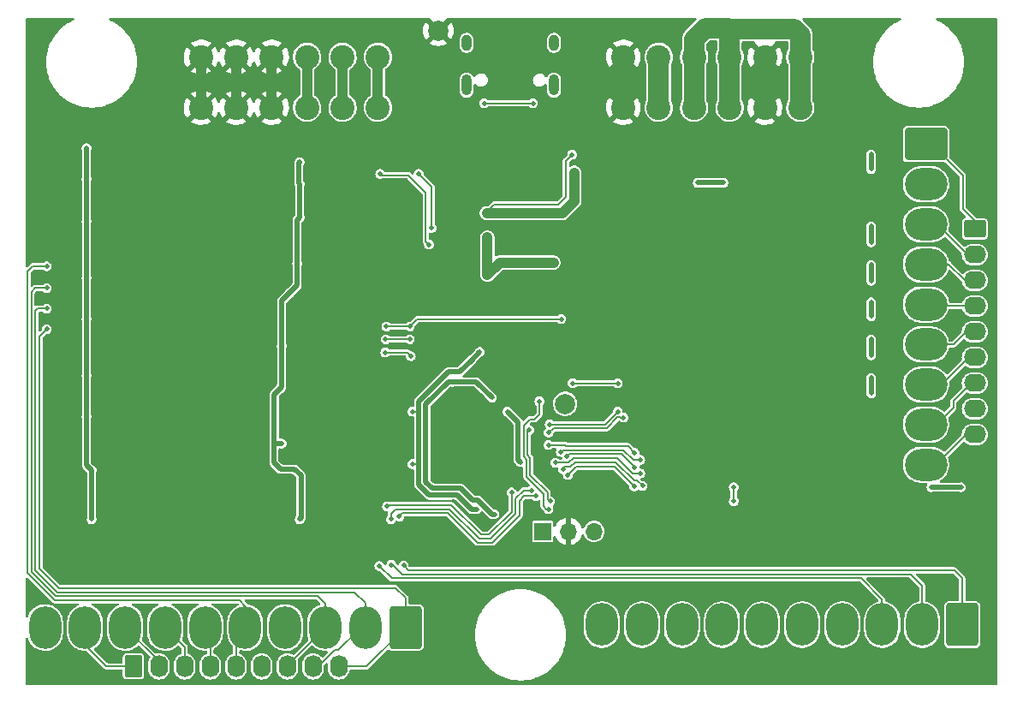
<source format=gbl>
%TF.GenerationSoftware,KiCad,Pcbnew,6.0.11+dfsg-1*%
%TF.CreationDate,2024-03-26T21:26:54+01:00*%
%TF.ProjectId,IO_16x8_matrix,494f5f31-3678-4385-9f6d-61747269782e,0.1.0*%
%TF.SameCoordinates,Original*%
%TF.FileFunction,Copper,L2,Bot*%
%TF.FilePolarity,Positive*%
%FSLAX46Y46*%
G04 Gerber Fmt 4.6, Leading zero omitted, Abs format (unit mm)*
G04 Created by KiCad (PCBNEW 6.0.11+dfsg-1) date 2024-03-26 21:26:54*
%MOMM*%
%LPD*%
G01*
G04 APERTURE LIST*
G04 Aperture macros list*
%AMRoundRect*
0 Rectangle with rounded corners*
0 $1 Rounding radius*
0 $2 $3 $4 $5 $6 $7 $8 $9 X,Y pos of 4 corners*
0 Add a 4 corners polygon primitive as box body*
4,1,4,$2,$3,$4,$5,$6,$7,$8,$9,$2,$3,0*
0 Add four circle primitives for the rounded corners*
1,1,$1+$1,$2,$3*
1,1,$1+$1,$4,$5*
1,1,$1+$1,$6,$7*
1,1,$1+$1,$8,$9*
0 Add four rect primitives between the rounded corners*
20,1,$1+$1,$2,$3,$4,$5,0*
20,1,$1+$1,$4,$5,$6,$7,0*
20,1,$1+$1,$6,$7,$8,$9,0*
20,1,$1+$1,$8,$9,$2,$3,0*%
G04 Aperture macros list end*
%TA.AperFunction,ComponentPad*%
%ADD10C,2.000000*%
%TD*%
%TA.AperFunction,ComponentPad*%
%ADD11C,2.400000*%
%TD*%
%TA.AperFunction,ComponentPad*%
%ADD12RoundRect,0.250000X-1.850000X1.330000X-1.850000X-1.330000X1.850000X-1.330000X1.850000X1.330000X0*%
%TD*%
%TA.AperFunction,ComponentPad*%
%ADD13O,4.200000X3.160000*%
%TD*%
%TA.AperFunction,ComponentPad*%
%ADD14O,1.000000X2.100000*%
%TD*%
%TA.AperFunction,ComponentPad*%
%ADD15O,1.000000X1.600000*%
%TD*%
%TA.AperFunction,ComponentPad*%
%ADD16R,1.700000X1.700000*%
%TD*%
%TA.AperFunction,ComponentPad*%
%ADD17O,1.700000X1.700000*%
%TD*%
%TA.AperFunction,ComponentPad*%
%ADD18RoundRect,0.250000X1.330000X1.850000X-1.330000X1.850000X-1.330000X-1.850000X1.330000X-1.850000X0*%
%TD*%
%TA.AperFunction,ComponentPad*%
%ADD19O,3.160000X4.200000*%
%TD*%
%TA.AperFunction,ComponentPad*%
%ADD20RoundRect,0.250000X-0.620000X-0.845000X0.620000X-0.845000X0.620000X0.845000X-0.620000X0.845000X0*%
%TD*%
%TA.AperFunction,ComponentPad*%
%ADD21O,1.740000X2.190000*%
%TD*%
%TA.AperFunction,ComponentPad*%
%ADD22RoundRect,0.250000X-0.845000X0.620000X-0.845000X-0.620000X0.845000X-0.620000X0.845000X0.620000X0*%
%TD*%
%TA.AperFunction,ComponentPad*%
%ADD23O,2.190000X1.740000*%
%TD*%
%TA.AperFunction,ViaPad*%
%ADD24C,0.500000*%
%TD*%
%TA.AperFunction,Conductor*%
%ADD25C,1.000000*%
%TD*%
%TA.AperFunction,Conductor*%
%ADD26C,0.200000*%
%TD*%
%TA.AperFunction,Conductor*%
%ADD27C,2.000000*%
%TD*%
%TA.AperFunction,Conductor*%
%ADD28C,0.500000*%
%TD*%
G04 APERTURE END LIST*
D10*
X142500000Y-46674000D03*
D11*
X178292000Y-54280000D03*
X178292000Y-49280000D03*
X174792000Y-49280000D03*
X174792000Y-54280000D03*
X171292000Y-49280000D03*
X171292000Y-54280000D03*
X167792000Y-54280000D03*
X167792000Y-49280000D03*
X164292000Y-54280000D03*
X164292000Y-49280000D03*
X160792000Y-54280000D03*
X160792000Y-49280000D03*
D12*
X190725000Y-57912000D03*
D13*
X190725000Y-61872000D03*
X190725000Y-65832000D03*
X190725000Y-69792000D03*
X190725000Y-73752000D03*
X190725000Y-77712000D03*
X190725000Y-81672000D03*
X190725000Y-85632000D03*
X190725000Y-89592000D03*
D14*
X145292000Y-52065000D03*
X153932000Y-52065000D03*
D15*
X145292000Y-47885000D03*
X153932000Y-47885000D03*
D16*
X152816100Y-96189800D03*
D17*
X155356100Y-96189800D03*
X157896100Y-96189800D03*
D11*
X136518000Y-54280000D03*
X136518000Y-49280000D03*
X133018000Y-54280000D03*
X133018000Y-49280000D03*
X129518000Y-54280000D03*
X129518000Y-49280000D03*
X126018000Y-54280000D03*
X126018000Y-49280000D03*
X122518000Y-49280000D03*
X122518000Y-54280000D03*
X119018000Y-49280000D03*
X119018000Y-54280000D03*
D18*
X194310000Y-105410000D03*
D19*
X190350000Y-105410000D03*
X186390000Y-105410000D03*
X182430000Y-105410000D03*
X178470000Y-105410000D03*
X174510000Y-105410000D03*
X170550000Y-105410000D03*
X166590000Y-105410000D03*
X162630000Y-105410000D03*
X158670000Y-105410000D03*
D20*
X112336800Y-109535000D03*
D21*
X114876800Y-109535000D03*
X117416800Y-109535000D03*
X119956800Y-109535000D03*
X122496800Y-109535000D03*
X125036800Y-109535000D03*
X127576800Y-109535000D03*
X130116800Y-109535000D03*
X132656800Y-109535000D03*
D22*
X195560000Y-66294000D03*
D23*
X195560000Y-68834000D03*
X195560000Y-71374000D03*
X195560000Y-73914000D03*
X195560000Y-76454000D03*
X195560000Y-78994000D03*
X195560000Y-81534000D03*
X195560000Y-84074000D03*
X195560000Y-86614000D03*
D18*
X139232000Y-105693000D03*
D19*
X135272000Y-105693000D03*
X131312000Y-105693000D03*
X127352000Y-105693000D03*
X123392000Y-105693000D03*
X119432000Y-105693000D03*
X115472000Y-105693000D03*
X111512000Y-105693000D03*
X107552000Y-105693000D03*
X103592000Y-105693000D03*
D10*
X155031900Y-83580200D03*
D24*
X113411000Y-57531000D03*
X136306100Y-75107800D03*
X188214000Y-101600000D03*
X151729900Y-77738200D03*
X131784900Y-73482200D03*
X127127000Y-88900000D03*
X114300000Y-75311000D03*
X196392800Y-46228000D03*
X168148000Y-85217000D03*
X106680000Y-80645000D03*
X179578000Y-81407000D03*
X104267000Y-58801000D03*
X177292000Y-97028000D03*
X137886900Y-86120200D03*
X162518900Y-78206600D03*
X137576100Y-74853800D03*
X106680000Y-61341000D03*
X136017000Y-97790000D03*
X133223000Y-93218000D03*
X163068000Y-82677000D03*
X151292100Y-59969400D03*
X153126900Y-89422200D03*
X195326000Y-89662000D03*
X139918900Y-96280200D03*
X186436000Y-57277000D03*
X186309000Y-91821000D03*
X176530000Y-101727000D03*
X144078500Y-72212200D03*
X156041900Y-65100200D03*
X174117000Y-77851000D03*
X115062000Y-68199000D03*
X129794000Y-91694000D03*
X163661900Y-59004200D03*
X150332900Y-57291200D03*
X117475000Y-103759000D03*
X136870900Y-85104200D03*
X174117000Y-65024000D03*
X172018065Y-67358507D03*
X160528000Y-82423000D03*
X184404000Y-60452000D03*
X106680000Y-55626000D03*
X114560000Y-45912000D03*
X162687000Y-74930000D03*
X171323000Y-83058000D03*
X160274000Y-99314000D03*
X116713000Y-57150000D03*
X120523000Y-57150000D03*
X167598900Y-57632600D03*
X189738000Y-95123000D03*
X160655000Y-102489000D03*
X165058900Y-58115200D03*
X153679700Y-81610200D03*
X135092900Y-82564200D03*
X124079000Y-98171000D03*
X133054900Y-67832200D03*
X171958000Y-70358000D03*
X148681900Y-73420200D03*
X155194000Y-91694000D03*
X154396900Y-71134200D03*
X136153700Y-93218000D03*
X108458000Y-97155000D03*
X113411000Y-103759000D03*
X120904000Y-78359000D03*
X147919900Y-88152200D03*
X184277000Y-75184000D03*
X143093900Y-90565200D03*
X174625000Y-97028000D03*
X106680000Y-58547000D03*
X156549900Y-66243200D03*
X179832000Y-99314000D03*
X160401000Y-93980000D03*
X195453000Y-98679000D03*
X192151000Y-101473000D03*
X140522500Y-73533000D03*
X114173000Y-83566000D03*
X153933700Y-78867000D03*
X109855000Y-65659000D03*
X108458000Y-55118000D03*
X108585000Y-68326000D03*
X103759000Y-53467000D03*
X125095000Y-84709000D03*
X159458191Y-97271393D03*
X167386000Y-91313000D03*
X180467000Y-101727000D03*
X168783000Y-102108000D03*
X177546000Y-83185000D03*
X179578000Y-62738000D03*
X143468900Y-58140600D03*
X177165000Y-93472000D03*
X157845300Y-80340200D03*
X169011027Y-76356080D03*
X133731000Y-98298000D03*
X150241000Y-96266000D03*
X151862100Y-84342200D03*
X160401000Y-95631000D03*
X156981700Y-83235800D03*
X145506900Y-85739200D03*
X114173000Y-81280000D03*
X173355000Y-72517000D03*
X147792900Y-80659200D03*
X174498000Y-70739000D03*
X112268000Y-53721000D03*
X108839000Y-77978000D03*
X123444000Y-68707000D03*
X106553000Y-93599000D03*
X125222000Y-63119000D03*
X154009900Y-66751200D03*
X135509000Y-96012000D03*
X162052000Y-95504000D03*
X104648000Y-67818000D03*
X118491000Y-59436000D03*
X179578000Y-66548000D03*
X109982000Y-85344000D03*
X102489000Y-108839000D03*
X147320000Y-99314000D03*
X195580000Y-64008000D03*
X174879000Y-61214000D03*
X165008100Y-62915800D03*
X196088000Y-101092000D03*
X135658300Y-90627200D03*
X151348900Y-79897200D03*
X134880000Y-45912000D03*
X162179000Y-98044000D03*
X132927900Y-65989200D03*
X196392800Y-57454800D03*
X179578000Y-77470000D03*
X110490000Y-55753000D03*
X179324000Y-91567000D03*
X169545000Y-86512400D03*
X148808900Y-80278200D03*
X161925000Y-93345000D03*
X184404000Y-64135000D03*
X109855000Y-61087000D03*
X133822900Y-86120200D03*
X133822900Y-81294200D03*
X147066000Y-95885000D03*
X167640000Y-83058000D03*
X156168900Y-97967800D03*
X136108900Y-86120200D03*
X120904000Y-88646000D03*
X190627000Y-55118000D03*
X106680000Y-68199000D03*
X184302400Y-46177200D03*
X139573000Y-95123000D03*
X110871000Y-63373000D03*
X104140000Y-65405000D03*
X156425900Y-68345200D03*
X109982000Y-94996000D03*
X140081000Y-108839000D03*
X139791900Y-82056200D03*
X180340000Y-56388000D03*
X148808900Y-66308200D03*
X146558000Y-58166000D03*
X172424900Y-57581800D03*
X186309000Y-53848000D03*
X110363000Y-110490000D03*
X155356100Y-86944200D03*
X166370000Y-68453000D03*
X179578000Y-73914000D03*
X153781300Y-97967800D03*
X145506900Y-90565200D03*
X179832000Y-96901000D03*
X141741700Y-53467000D03*
X160486900Y-69875400D03*
X124587000Y-57150000D03*
X183896000Y-56388000D03*
X106680000Y-86868000D03*
X143093900Y-88152200D03*
X125349000Y-103378000D03*
X170434000Y-99314000D03*
X148844000Y-94234000D03*
X196215000Y-96774000D03*
X190627000Y-99441000D03*
X124968000Y-93345000D03*
X173228000Y-99314000D03*
X154898900Y-68148200D03*
X126111000Y-67437000D03*
X114300000Y-65659000D03*
X145760900Y-70245200D03*
X109093000Y-92583000D03*
X136743900Y-65546200D03*
X114046000Y-98044000D03*
X135848900Y-73837800D03*
X154178000Y-99314000D03*
X104013000Y-77978000D03*
X151292100Y-61442600D03*
X161807700Y-84353400D03*
X142859300Y-60172600D03*
X168056100Y-75158600D03*
X129800000Y-45912000D03*
X106680000Y-82804000D03*
X183388000Y-98171000D03*
X169672000Y-67818000D03*
X123317000Y-59182000D03*
X134112000Y-110617000D03*
X161147300Y-57378600D03*
X196215000Y-91313000D03*
X151850900Y-60579000D03*
X158242000Y-51562000D03*
X164398500Y-81254600D03*
X124333000Y-89408000D03*
X163068000Y-99314000D03*
X183388000Y-83312000D03*
X114300000Y-61214000D03*
X106680000Y-71120000D03*
X149098000Y-97536000D03*
X160782000Y-45912000D03*
X108331000Y-109982000D03*
X119640000Y-45912000D03*
X153924000Y-91821000D03*
X114173000Y-88138000D03*
X114046000Y-95123000D03*
X139827000Y-48260000D03*
X173228000Y-76327000D03*
X155711700Y-57073800D03*
X196088000Y-93675200D03*
X133054900Y-69418200D03*
X114173000Y-85725000D03*
X114046000Y-92837000D03*
X182372000Y-99314000D03*
X138303000Y-95631000D03*
X143728900Y-78246200D03*
X114236500Y-71183500D03*
X105156000Y-84963000D03*
X184404000Y-67818000D03*
X184302400Y-50190400D03*
X168148000Y-95631000D03*
X137668000Y-97790000D03*
X147919900Y-90565200D03*
X195072000Y-58801000D03*
X110617000Y-73152000D03*
X123444000Y-88773000D03*
X180340000Y-49530000D03*
X163738100Y-68249800D03*
X142706900Y-73634600D03*
X162417300Y-67386200D03*
X176657000Y-56388000D03*
X137505900Y-89549200D03*
X124720000Y-45912000D03*
X163576000Y-93345000D03*
X109982000Y-80899000D03*
X162772900Y-72212200D03*
X110998000Y-54229000D03*
X184023000Y-85344000D03*
X164719000Y-70231000D03*
X136525000Y-109855000D03*
X139664900Y-83326200D03*
X109855000Y-70993000D03*
X157353000Y-99314000D03*
X142240000Y-103124000D03*
X145760900Y-77230200D03*
X153273300Y-57531000D03*
X169545000Y-96012000D03*
X183642000Y-94615000D03*
X105537000Y-88519000D03*
X123444000Y-78740000D03*
X174498000Y-68707000D03*
X139960000Y-45912000D03*
X160486900Y-59004200D03*
X138303000Y-96647000D03*
X153380900Y-53862200D03*
X110236000Y-108458000D03*
X106657000Y-63373000D03*
X106680000Y-75184000D03*
X142240000Y-50647600D03*
X164398500Y-84404200D03*
X154644900Y-58851800D03*
X133822900Y-68086200D03*
X186690000Y-99314000D03*
X169291000Y-98171000D03*
X183896000Y-101981000D03*
X179578000Y-70231000D03*
X185166000Y-95758000D03*
X196392800Y-54152800D03*
X106680000Y-73025000D03*
X125222000Y-60833000D03*
X147919900Y-85739200D03*
X164592000Y-102362000D03*
X170688000Y-77724000D03*
X180721000Y-83185000D03*
X121539000Y-98044000D03*
X109855000Y-75311000D03*
X146141900Y-73547200D03*
X133314900Y-71642200D03*
X157743700Y-57581800D03*
X110871000Y-98044000D03*
X162645900Y-59004200D03*
X109982000Y-90297000D03*
X111506000Y-78994000D03*
X194564000Y-92837000D03*
X133060900Y-61863200D03*
X148971000Y-71120000D03*
X184404000Y-78994000D03*
X163687300Y-57429400D03*
X169122900Y-66116200D03*
X129413000Y-61214000D03*
X168106900Y-81864200D03*
X139918900Y-57926200D03*
X161096500Y-63474600D03*
X133245300Y-90627200D03*
X148681900Y-68086200D03*
X143129000Y-99314000D03*
X175006000Y-88773000D03*
X143764000Y-53721000D03*
X161807700Y-86385400D03*
X180340000Y-52578000D03*
X131191000Y-93853000D03*
X128143000Y-76835000D03*
X114427000Y-50292000D03*
X115062000Y-92964000D03*
X142839900Y-76468200D03*
X155829000Y-102997000D03*
X112268000Y-55753000D03*
X156473700Y-84658200D03*
X102616000Y-102489000D03*
X109474000Y-103759000D03*
X169128900Y-57291200D03*
X154035300Y-84861400D03*
X168148000Y-88265000D03*
X155194000Y-93091000D03*
X159095900Y-80405200D03*
X179959000Y-59055000D03*
X147955000Y-95250000D03*
X182372000Y-87249000D03*
X134274100Y-57886600D03*
X170815000Y-80010000D03*
X162823700Y-87350600D03*
X163068000Y-79883000D03*
X133060900Y-84850200D03*
X174117000Y-81534000D03*
X168021000Y-70485000D03*
X174244000Y-74295000D03*
X134457900Y-74436200D03*
X143093900Y-85739200D03*
X114300000Y-63500000D03*
X111506000Y-77343000D03*
X155067000Y-49911000D03*
X180340000Y-94869000D03*
X142367000Y-106172000D03*
X152155700Y-61442600D03*
X144617900Y-79008200D03*
X106680000Y-97028000D03*
X170369837Y-72483471D03*
X165862000Y-45912000D03*
X152237900Y-68340200D03*
X186543988Y-88678858D03*
X141944900Y-72212200D03*
X176530000Y-58928000D03*
X131572000Y-96012000D03*
X139446000Y-98171000D03*
X120904000Y-68453000D03*
X145641901Y-53997201D03*
X144744900Y-56148200D03*
X167446500Y-78917800D03*
X103124000Y-61341000D03*
X174244000Y-91440000D03*
X114427000Y-54356000D03*
X108966000Y-87630000D03*
X105664000Y-108839000D03*
X145252900Y-97931200D03*
X180340000Y-46039000D03*
X129794000Y-94996000D03*
X106045000Y-91694000D03*
X150258900Y-79276200D03*
X174117000Y-83058000D03*
X114173000Y-73279000D03*
X174752000Y-93472000D03*
X145034000Y-102997000D03*
X172466000Y-101854000D03*
X189865000Y-98806000D03*
X193929000Y-55626000D03*
X167005000Y-67183000D03*
X104394000Y-56642000D03*
X176276000Y-99314000D03*
X186436000Y-83312000D03*
X129921000Y-63627000D03*
X106680000Y-77978000D03*
X104521000Y-80772000D03*
X172841229Y-90162399D03*
X126873000Y-98298000D03*
X129286000Y-67437000D03*
X167640000Y-99314000D03*
X167141700Y-72466200D03*
X118237000Y-69088000D03*
X130556000Y-98298000D03*
X103378000Y-63627000D03*
X164398500Y-87350600D03*
X154813000Y-53848000D03*
X184404000Y-71628000D03*
X195580000Y-61595000D03*
X183515000Y-90678000D03*
X150622000Y-99314000D03*
X104775000Y-82677000D03*
X144484900Y-74055200D03*
X118237000Y-79248000D03*
X150078900Y-80659200D03*
X169799000Y-91440000D03*
X194564000Y-96520000D03*
X114173000Y-90424000D03*
X174117000Y-80010000D03*
X129413000Y-103378000D03*
X135848900Y-57277000D03*
X179832000Y-88773000D03*
X115062000Y-78613000D03*
X148681900Y-76214200D03*
X134330900Y-65546200D03*
X183769000Y-58928000D03*
X170180000Y-89027000D03*
X159004000Y-93726000D03*
X161147300Y-66421000D03*
X155962000Y-45912000D03*
X138394900Y-81294200D03*
X118237000Y-88900000D03*
X140716000Y-99314000D03*
X171459700Y-63017400D03*
X128838500Y-57150000D03*
X106680000Y-65405000D03*
X146586400Y-78436700D03*
X152872900Y-69610200D03*
X128778000Y-65151000D03*
X127762000Y-72644000D03*
X139918900Y-84342200D03*
X128524000Y-69723000D03*
X147348400Y-70816700D03*
X145760900Y-79262200D03*
X147348400Y-69038700D03*
X128778000Y-61849000D03*
X146268900Y-93994200D03*
X149316900Y-84342200D03*
X127000000Y-77851000D03*
X147348400Y-67133700D03*
X128778000Y-94996000D03*
X139918900Y-89549200D03*
X126873000Y-82042000D03*
X150586900Y-89341200D03*
X128778000Y-59690000D03*
X127000000Y-87503000D03*
X128905000Y-91186000D03*
X153888900Y-69610200D03*
X143873400Y-81403700D03*
X147782900Y-82955200D03*
X148046900Y-94502200D03*
X152491900Y-83326200D03*
X153385607Y-93993503D03*
X170688000Y-61722000D03*
X185293000Y-82550000D03*
X155917900Y-61612200D03*
X185293000Y-73533000D03*
X185293000Y-78777500D03*
X107696000Y-58293000D03*
X185293000Y-67601500D03*
X185293000Y-60362500D03*
X185293000Y-81026000D03*
X108204000Y-94996000D03*
X191262000Y-91821000D03*
X107696000Y-80772000D03*
X185293000Y-77216000D03*
X107696000Y-71120000D03*
X194183000Y-91821000D03*
X148167900Y-64719200D03*
X107696000Y-61341000D03*
X185293000Y-71411500D03*
X107696000Y-75184000D03*
X107696000Y-84836000D03*
X185293000Y-69850000D03*
X185293000Y-74930000D03*
X185293000Y-58928000D03*
X155722900Y-58942200D03*
X147278900Y-64719200D03*
X168148000Y-61722000D03*
X185293000Y-66040000D03*
X108204000Y-90170000D03*
X107696000Y-65532000D03*
X155917900Y-60723200D03*
X141823900Y-66181200D03*
X140553900Y-60847200D03*
X136743900Y-60847200D03*
X141569900Y-67832200D03*
X147030900Y-53862200D03*
X151856900Y-53862200D03*
X154650900Y-75198200D03*
X139664900Y-75929200D03*
X137347900Y-75929200D03*
X139664900Y-77199200D03*
X137282900Y-77199200D03*
X137251900Y-78500200D03*
X139767900Y-78857200D03*
X160238900Y-81548200D03*
X155773700Y-81548200D03*
X153543000Y-93218000D03*
X151495300Y-86161968D03*
X171704000Y-93218000D03*
X171704000Y-91821000D03*
X103759000Y-69977000D03*
X103759000Y-72136000D03*
X103759000Y-74168000D03*
X103759000Y-76200000D03*
X136659402Y-99606400D03*
X137844966Y-99503035D03*
X139065000Y-99568000D03*
X153507900Y-85612200D03*
X160238900Y-84342200D03*
X160807368Y-84926332D03*
X153401628Y-86416550D03*
X161909300Y-88417400D03*
X153380900Y-87644200D03*
X154612050Y-88318050D03*
X162468100Y-89128600D03*
X161909300Y-89839800D03*
X155194000Y-88773000D03*
X162468100Y-90449400D03*
X154051000Y-89408000D03*
X162687000Y-91694000D03*
X154813000Y-90043000D03*
X161868442Y-91750558D03*
X155295616Y-90623000D03*
X149733000Y-92329000D03*
X137414000Y-93726000D03*
X137795000Y-94996000D03*
X151698500Y-92125800D03*
X152171389Y-92702805D03*
X138634223Y-94725277D03*
D25*
X129518000Y-54280000D02*
X129518000Y-49280000D01*
D26*
X146812000Y-95885000D02*
X144074200Y-93147200D01*
X145252900Y-97931200D02*
X148702800Y-97931200D01*
X139573000Y-95123000D02*
X139714200Y-95264200D01*
X142147200Y-91347200D02*
X141803900Y-91003900D01*
D27*
X160792000Y-49280000D02*
X160792000Y-54280000D01*
D26*
X146102693Y-92568225D02*
X144881667Y-91347200D01*
X153476500Y-84302600D02*
X154035300Y-84861400D01*
X141803900Y-83875100D02*
X143695300Y-81983700D01*
X146033582Y-81983700D02*
X147023441Y-82973559D01*
X148701300Y-91346600D02*
X147919900Y-90565200D01*
X143695300Y-81983700D02*
X146033582Y-81983700D01*
X148844000Y-94234000D02*
X148844000Y-94525344D01*
X139192000Y-83058000D02*
X140843000Y-81407000D01*
X140843000Y-81407000D02*
X141351000Y-81407000D01*
X151749300Y-83439000D02*
X151749300Y-81102200D01*
X148463000Y-81329300D02*
X147792900Y-80659200D01*
X139714200Y-95264200D02*
X140934900Y-95264200D01*
X147023441Y-82973559D02*
X147023441Y-83015985D01*
X151306300Y-80659200D02*
X150078900Y-80659200D01*
X139192000Y-84435544D02*
X139192000Y-83058000D01*
X152765300Y-89060600D02*
X153126900Y-89422200D01*
X148701300Y-94091300D02*
X148701300Y-93868700D01*
D27*
X174792000Y-49280000D02*
X174792000Y-54280000D01*
D26*
X139338900Y-90902000D02*
X139338900Y-88803000D01*
X148702800Y-97931200D02*
X149098000Y-97536000D01*
D25*
X126018000Y-54280000D02*
X126018000Y-49280000D01*
D26*
X140003900Y-84963000D02*
X139719456Y-84963000D01*
X152765300Y-85521800D02*
X152765300Y-89060600D01*
X141569900Y-97931200D02*
X145252900Y-97931200D01*
X151862100Y-84342200D02*
X151862100Y-83551800D01*
X148844000Y-94234000D02*
X148701300Y-94091300D01*
X140003900Y-88138000D02*
X140003900Y-84963000D01*
X148112800Y-83535200D02*
X148463000Y-83185000D01*
X153476500Y-81813400D02*
X153476500Y-84302600D01*
X139719456Y-84963000D02*
X139192000Y-84435544D01*
X139918900Y-96280200D02*
X141569900Y-97931200D01*
X147542656Y-83535200D02*
X148112800Y-83535200D01*
X151862100Y-83551800D02*
X151749300Y-83439000D01*
X144074200Y-93147200D02*
X141342082Y-93147200D01*
X140003900Y-91567000D02*
X139338900Y-90902000D01*
X148701300Y-93868700D02*
X148701300Y-91346600D01*
X148844000Y-94525344D02*
X148119344Y-95250000D01*
X143752400Y-79873700D02*
X144617900Y-79008200D01*
X141351000Y-81407000D02*
X142884300Y-79873700D01*
X140003900Y-91809018D02*
X140003900Y-91567000D01*
X151749300Y-81102200D02*
X151306300Y-80659200D01*
X153679700Y-81610200D02*
X153476500Y-81813400D01*
X139918900Y-96280200D02*
X140934900Y-95264200D01*
X153425700Y-84861400D02*
X152765300Y-85521800D01*
X139338900Y-88803000D02*
X140003900Y-88138000D01*
X146653118Y-92568225D02*
X146102693Y-92568225D01*
X142884300Y-79873700D02*
X143752400Y-79873700D01*
X153924000Y-91821000D02*
X153924000Y-90805000D01*
X148119344Y-95250000D02*
X147955000Y-95250000D01*
X141342082Y-93147200D02*
X140003900Y-91809018D01*
X153126900Y-90007900D02*
X153126900Y-89422200D01*
X147953594Y-93868700D02*
X146653118Y-92568225D01*
D25*
X119018000Y-54280000D02*
X119018000Y-49280000D01*
D26*
X147023441Y-83015985D02*
X147542656Y-83535200D01*
X142585900Y-95264200D02*
X145252900Y-97931200D01*
X141803900Y-91003900D02*
X141803900Y-83875100D01*
X153924000Y-90805000D02*
X153126900Y-90007900D01*
X144881667Y-91347200D02*
X142147200Y-91347200D01*
X148463000Y-83185000D02*
X148463000Y-81329300D01*
D25*
X122518000Y-54280000D02*
X122518000Y-49280000D01*
D26*
X147066000Y-95885000D02*
X146812000Y-95885000D01*
X154035300Y-84861400D02*
X153425700Y-84861400D01*
X148701300Y-93868700D02*
X147953594Y-93868700D01*
X140934900Y-95264200D02*
X142585900Y-95264200D01*
X139918900Y-89549200D02*
X140553900Y-89549200D01*
D28*
X126238000Y-87630000D02*
X126238000Y-89408000D01*
X141569900Y-92597200D02*
X144363900Y-92597200D01*
X127762000Y-72644000D02*
X127000000Y-73406000D01*
X126873000Y-82042000D02*
X126270000Y-82645000D01*
X126270000Y-87408000D02*
X126365000Y-87503000D01*
X128524000Y-65405000D02*
X128778000Y-65151000D01*
X140553900Y-89549200D02*
X140553900Y-84342200D01*
X127000000Y-73406000D02*
X127000000Y-77851000D01*
X145760900Y-93994200D02*
X146268900Y-93994200D01*
X128683000Y-61754000D02*
X128683000Y-59785000D01*
X128905000Y-94869000D02*
X128778000Y-94996000D01*
D25*
X152872900Y-69610200D02*
X153888900Y-69610200D01*
D28*
X126238000Y-89408000D02*
X126873000Y-90043000D01*
X128905000Y-91186000D02*
X128905000Y-94869000D01*
X128524000Y-69723000D02*
X128524000Y-71882000D01*
X128778000Y-61849000D02*
X128683000Y-61754000D01*
X144599400Y-80423700D02*
X145760900Y-79262200D01*
D25*
X152872900Y-69610200D02*
X148554900Y-69610200D01*
D28*
X126873000Y-90043000D02*
X128270000Y-90043000D01*
X128778000Y-61849000D02*
X128778000Y-65151000D01*
X126365000Y-87503000D02*
X126238000Y-87630000D01*
X150364900Y-89119200D02*
X150586900Y-89341200D01*
X143467470Y-80423700D02*
X144599400Y-80423700D01*
X149316900Y-84342200D02*
X150364900Y-85390200D01*
X140553900Y-84342200D02*
X140553900Y-83337270D01*
X127000000Y-81915000D02*
X126873000Y-82042000D01*
D25*
X148554900Y-69610200D02*
X147348400Y-70816700D01*
D28*
X150364900Y-85390200D02*
X150364900Y-89119200D01*
X128905000Y-90678000D02*
X128905000Y-91186000D01*
X126270000Y-82645000D02*
X126270000Y-87408000D01*
D25*
X147348400Y-67133700D02*
X147348400Y-69038700D01*
D26*
X139918900Y-84342200D02*
X140553900Y-84342200D01*
D25*
X147348400Y-70816700D02*
X147348400Y-69038700D01*
D28*
X126365000Y-87503000D02*
X127000000Y-87503000D01*
X145760900Y-79262200D02*
X146586400Y-78436700D01*
X128270000Y-90043000D02*
X128905000Y-90678000D01*
X128683000Y-59785000D02*
X128778000Y-59690000D01*
X127000000Y-77851000D02*
X127000000Y-81915000D01*
X128524000Y-71882000D02*
X127762000Y-72644000D01*
X140553900Y-89549200D02*
X140553900Y-91581200D01*
X140553900Y-83337270D02*
X143467470Y-80423700D01*
X144363900Y-92597200D02*
X145760900Y-93994200D01*
X128524000Y-69723000D02*
X128524000Y-65405000D01*
X140553900Y-91581200D02*
X141569900Y-92597200D01*
X141253900Y-83627220D02*
X141253900Y-91291250D01*
X143477420Y-81403700D02*
X141253900Y-83627220D01*
X147809276Y-94502200D02*
X148046900Y-94502200D01*
X143873400Y-81403700D02*
X143477420Y-81403700D01*
X141253900Y-91291250D02*
X141859850Y-91897200D01*
X146231400Y-81403700D02*
X147782900Y-82955200D01*
X141859850Y-91897200D02*
X144653850Y-91897200D01*
X143873400Y-81403700D02*
X146231400Y-81403700D01*
X146425301Y-93118225D02*
X147809276Y-94502200D01*
X145874875Y-93118225D02*
X146425301Y-93118225D01*
X144653850Y-91897200D02*
X145874875Y-93118225D01*
D26*
X152908000Y-93726000D02*
X153175503Y-93993503D01*
X151190500Y-89077800D02*
X151190500Y-90797556D01*
X153175503Y-93993503D02*
X153385607Y-93993503D01*
X150914900Y-85714104D02*
X150914900Y-88802200D01*
X151513604Y-85115400D02*
X150914900Y-85714104D01*
X151190500Y-90797556D02*
X152908000Y-92515056D01*
X150914900Y-88802200D02*
X151190500Y-89077800D01*
X152491900Y-83326200D02*
X152491900Y-84626800D01*
X152491900Y-84626800D02*
X152003300Y-85115400D01*
X152003300Y-85115400D02*
X151513604Y-85115400D01*
X152908000Y-92515056D02*
X152908000Y-93726000D01*
X147990254Y-63880846D02*
X147278900Y-64592200D01*
D28*
X185293000Y-73533000D02*
X185293000Y-74930000D01*
D26*
X155102100Y-59563000D02*
X155102100Y-63119000D01*
D28*
X185293000Y-58928000D02*
X185293000Y-60362500D01*
X107696000Y-75184000D02*
X107696000Y-80772000D01*
X107696000Y-58293000D02*
X107696000Y-61341000D01*
X107696000Y-61341000D02*
X107696000Y-65532000D01*
X168148000Y-61722000D02*
X170688000Y-61722000D01*
X107696000Y-89662000D02*
X108204000Y-90170000D01*
X107696000Y-84836000D02*
X107696000Y-89662000D01*
X185293000Y-81026000D02*
X185293000Y-82550000D01*
X107696000Y-71120000D02*
X107696000Y-75184000D01*
X185293000Y-77216000D02*
X185293000Y-78777500D01*
X108204000Y-90170000D02*
X108204000Y-94996000D01*
D25*
X155917900Y-61612200D02*
X155917900Y-63573200D01*
D26*
X154340254Y-63880846D02*
X147990254Y-63880846D01*
D28*
X107696000Y-65532000D02*
X107696000Y-71120000D01*
D25*
X155917900Y-63573200D02*
X154771900Y-64719200D01*
D26*
X147278900Y-64592200D02*
X147278900Y-64719200D01*
D28*
X107696000Y-80772000D02*
X107696000Y-84836000D01*
X191262000Y-91821000D02*
X194183000Y-91821000D01*
D26*
X155102100Y-63119000D02*
X154340254Y-63880846D01*
D28*
X185293000Y-66040000D02*
X185293000Y-67601500D01*
D25*
X155917900Y-61612200D02*
X155917900Y-60723200D01*
D28*
X185293000Y-69850000D02*
X185293000Y-71411500D01*
D26*
X155722900Y-58942200D02*
X155102100Y-59563000D01*
D25*
X154771900Y-64719200D02*
X147278900Y-64719200D01*
X136518000Y-54280000D02*
X136518000Y-49280000D01*
D26*
X140553900Y-60847200D02*
X141823900Y-62117200D01*
X141823900Y-62117200D02*
X141823900Y-66181200D01*
X141243900Y-67506200D02*
X141569900Y-67832200D01*
X141243900Y-62680200D02*
X141243900Y-67506200D01*
D25*
X133018000Y-54280000D02*
X133018000Y-49280000D01*
D26*
X136870900Y-60974200D02*
X139537900Y-60974200D01*
X136743900Y-60847200D02*
X136870900Y-60974200D01*
X139537900Y-60974200D02*
X141243900Y-62680200D01*
X151856900Y-53862200D02*
X147030900Y-53862200D01*
D27*
X164292000Y-49280000D02*
X164292000Y-54280000D01*
X178292000Y-49280000D02*
X178292000Y-54280000D01*
X171196000Y-46420000D02*
X168910000Y-46420000D01*
X178308000Y-47117000D02*
X178292000Y-47133000D01*
X171292000Y-46516000D02*
X177707000Y-46516000D01*
X168910000Y-46420000D02*
X167792000Y-47538000D01*
X177707000Y-46516000D02*
X178308000Y-47117000D01*
X178292000Y-47133000D02*
X178292000Y-49280000D01*
X167792000Y-47538000D02*
X167792000Y-49280000D01*
X171292000Y-49280000D02*
X171292000Y-54280000D01*
X167792000Y-49280000D02*
X167792000Y-54280000D01*
X171292000Y-49280000D02*
X171292000Y-46516000D01*
X171292000Y-46516000D02*
X171196000Y-46420000D01*
D26*
X194373000Y-61023000D02*
X191170000Y-57820000D01*
X195560000Y-65512000D02*
X194373000Y-64325000D01*
X194373000Y-64325000D02*
X194373000Y-61023000D01*
X191170000Y-57820000D02*
X190725000Y-57820000D01*
X195560000Y-66294000D02*
X195560000Y-65512000D01*
X140395900Y-75198200D02*
X139664900Y-75929200D01*
X154650900Y-75198200D02*
X140395900Y-75198200D01*
X139664900Y-75929200D02*
X137347900Y-75929200D01*
X139664900Y-77199200D02*
X137282900Y-77199200D01*
X139410900Y-78500200D02*
X139767900Y-78857200D01*
X137251900Y-78500200D02*
X139410900Y-78500200D01*
X155773700Y-81548200D02*
X160238900Y-81548200D01*
X151590500Y-88912115D02*
X151590500Y-90631870D01*
X151590500Y-90631870D02*
X153308000Y-92349371D01*
X153308000Y-92983000D02*
X153543000Y-93218000D01*
X151314900Y-86342368D02*
X151314900Y-88636514D01*
X151314900Y-88636514D02*
X151590500Y-88912115D01*
X151495300Y-86161968D02*
X151314900Y-86342368D01*
X153308000Y-92349371D02*
X153308000Y-92983000D01*
X171704000Y-93218000D02*
X171704000Y-91821000D01*
X191816000Y-65832000D02*
X190725000Y-65832000D01*
X195560000Y-68834000D02*
X194818000Y-68834000D01*
X194818000Y-68834000D02*
X191816000Y-65832000D01*
X194564000Y-71374000D02*
X192982000Y-69792000D01*
X192982000Y-69792000D02*
X190725000Y-69792000D01*
X195560000Y-71374000D02*
X194564000Y-71374000D01*
X195560000Y-73914000D02*
X190887000Y-73914000D01*
X190887000Y-73914000D02*
X190725000Y-73752000D01*
X195560000Y-76454000D02*
X194691000Y-76454000D01*
X194691000Y-76454000D02*
X193433000Y-77712000D01*
X193433000Y-77712000D02*
X190725000Y-77712000D01*
X195560000Y-78994000D02*
X194945000Y-78994000D01*
X194945000Y-78994000D02*
X192267000Y-81672000D01*
X192267000Y-81672000D02*
X190725000Y-81672000D01*
X195199000Y-81534000D02*
X193421000Y-83312000D01*
X193421000Y-83947000D02*
X191736000Y-85632000D01*
X195560000Y-81534000D02*
X195199000Y-81534000D01*
X193421000Y-83312000D02*
X193421000Y-83947000D01*
X191736000Y-85632000D02*
X190725000Y-85632000D01*
X191713000Y-89592000D02*
X190725000Y-89592000D01*
X195560000Y-86614000D02*
X194691000Y-86614000D01*
X194691000Y-86614000D02*
X191713000Y-89592000D01*
X109662000Y-109535000D02*
X107552000Y-107425000D01*
X107552000Y-107425000D02*
X107552000Y-105693000D01*
X112336800Y-109535000D02*
X109662000Y-109535000D01*
X114876800Y-109535000D02*
X114876800Y-109034800D01*
X114876800Y-109034800D02*
X111535000Y-105693000D01*
X111535000Y-105693000D02*
X111512000Y-105693000D01*
X117416800Y-109535000D02*
X117416800Y-107637800D01*
X117416800Y-107637800D02*
X115472000Y-105693000D01*
X119956800Y-106217800D02*
X119432000Y-105693000D01*
X119956800Y-109535000D02*
X119956800Y-106217800D01*
X104521000Y-102997000D02*
X122809000Y-102997000D01*
X122809000Y-102997000D02*
X123392000Y-103580000D01*
X101854000Y-100330000D02*
X104521000Y-102997000D01*
X122496800Y-106588200D02*
X123392000Y-105693000D01*
X122496800Y-109535000D02*
X122496800Y-106588200D01*
X101854000Y-70485000D02*
X101854000Y-100330000D01*
X123392000Y-103580000D02*
X123392000Y-105693000D01*
X103759000Y-69977000D02*
X102362000Y-69977000D01*
X102362000Y-69977000D02*
X101854000Y-70485000D01*
X127576800Y-109535000D02*
X127576800Y-109428200D01*
X102254000Y-72498000D02*
X102254000Y-100164314D01*
X130537000Y-102597000D02*
X131312000Y-103372000D01*
X131312000Y-103372000D02*
X131312000Y-105693000D01*
X102254000Y-100164314D02*
X104686686Y-102597000D01*
X104686686Y-102597000D02*
X130537000Y-102597000D01*
X103759000Y-72136000D02*
X102616000Y-72136000D01*
X102616000Y-72136000D02*
X102254000Y-72498000D01*
X127576800Y-109428200D02*
X131312000Y-105693000D01*
X102654000Y-99998628D02*
X104852372Y-102197000D01*
X132233721Y-107950000D02*
X132588000Y-107950000D01*
X102870000Y-74168000D02*
X102654000Y-74384000D01*
X102654000Y-74384000D02*
X102654000Y-99998628D01*
X132588000Y-107950000D02*
X134845000Y-105693000D01*
X130116800Y-109535000D02*
X130648721Y-109535000D01*
X104852372Y-102197000D02*
X134201000Y-102197000D01*
X134201000Y-102197000D02*
X135272000Y-103268000D01*
X103759000Y-74168000D02*
X102870000Y-74168000D01*
X134845000Y-105693000D02*
X135272000Y-105693000D01*
X135272000Y-103268000D02*
X135272000Y-105693000D01*
X130648721Y-109535000D02*
X132233721Y-107950000D01*
X139232000Y-102783000D02*
X139232000Y-105693000D01*
X103759000Y-76200000D02*
X103054000Y-76905000D01*
X135390000Y-109535000D02*
X139232000Y-105693000D01*
X138246000Y-101797000D02*
X139232000Y-102783000D01*
X103054000Y-76905000D02*
X103054000Y-99832942D01*
X103054000Y-99832942D02*
X105018058Y-101797000D01*
X105018058Y-101797000D02*
X138246000Y-101797000D01*
X132656800Y-109535000D02*
X135390000Y-109535000D01*
X186390000Y-102951000D02*
X184277000Y-100838000D01*
X186390000Y-105410000D02*
X186390000Y-102951000D01*
X184277000Y-100838000D02*
X143764000Y-100838000D01*
X137891002Y-100838000D02*
X136659402Y-99606400D01*
X143764000Y-100838000D02*
X137891002Y-100838000D01*
X190350000Y-105410000D02*
X190350000Y-101577000D01*
X137984035Y-99503035D02*
X137844966Y-99503035D01*
X190350000Y-101577000D02*
X189211000Y-100438000D01*
X189211000Y-100438000D02*
X138919000Y-100438000D01*
X138919000Y-100438000D02*
X137984035Y-99503035D01*
X193510000Y-100038000D02*
X194310000Y-100838000D01*
X139535000Y-100038000D02*
X193510000Y-100038000D01*
X139065000Y-99568000D02*
X139535000Y-100038000D01*
X194310000Y-100838000D02*
X194310000Y-105410000D01*
X158968900Y-85612200D02*
X160238900Y-84342200D01*
X153507900Y-85612200D02*
X158968900Y-85612200D01*
X160224586Y-84922200D02*
X159134586Y-86012200D01*
X153625978Y-86192200D02*
X153401628Y-86416550D01*
X153748144Y-86192200D02*
X153625978Y-86192200D01*
X160479144Y-84922200D02*
X160224586Y-84922200D01*
X160807368Y-84926332D02*
X160483276Y-84926332D01*
X159134586Y-86012200D02*
X153928144Y-86012200D01*
X153928144Y-86012200D02*
X153748144Y-86192200D01*
X160483276Y-84926332D02*
X160479144Y-84922200D01*
X153380900Y-87644200D02*
X155020830Y-87644200D01*
X155020830Y-87644200D02*
X155133630Y-87757000D01*
X155133630Y-87757000D02*
X161248900Y-87757000D01*
X161248900Y-87757000D02*
X161909300Y-88417400D01*
X154612050Y-88318050D02*
X154773100Y-88157000D01*
X154773100Y-88157000D02*
X160801000Y-88157000D01*
X161772600Y-89128600D02*
X162468100Y-89128600D01*
X160801000Y-88157000D02*
X161772600Y-89128600D01*
X160635314Y-88557000D02*
X161909300Y-89830986D01*
X155410000Y-88557000D02*
X160635314Y-88557000D01*
X161909300Y-89830986D02*
X161909300Y-89839800D01*
X155194000Y-88773000D02*
X155410000Y-88557000D01*
X155830245Y-88957000D02*
X160206257Y-88957000D01*
X155379244Y-89408000D02*
X155830245Y-88957000D01*
X154051000Y-89408000D02*
X155379244Y-89408000D01*
X160206257Y-88957000D02*
X161698656Y-90449400D01*
X161698656Y-90449400D02*
X162468100Y-90449400D01*
X155048000Y-89808000D02*
X154813000Y-90043000D01*
X162163558Y-91170558D02*
X161854129Y-91170558D01*
X161854129Y-91170558D02*
X160040571Y-89357000D01*
X162687000Y-91694000D02*
X162163558Y-91170558D01*
X160040571Y-89357000D02*
X155995930Y-89357000D01*
X155544930Y-89808000D02*
X155048000Y-89808000D01*
X155995930Y-89357000D02*
X155544930Y-89808000D01*
X156129616Y-89789000D02*
X155295616Y-90623000D01*
X159906885Y-89789000D02*
X156129616Y-89789000D01*
X161868442Y-91750558D02*
X159906885Y-89789000D01*
X149733000Y-92329000D02*
X149733000Y-94292244D01*
X147505244Y-96520000D02*
X146685000Y-96520000D01*
X137414000Y-93599000D02*
X137414000Y-93726000D01*
X149733000Y-94292244D02*
X147505244Y-96520000D01*
X146685000Y-96520000D02*
X143764000Y-93599000D01*
X138303000Y-93599000D02*
X137414000Y-93599000D01*
X143764000Y-93599000D02*
X138303000Y-93599000D01*
X146519314Y-96920000D02*
X143598314Y-93999000D01*
X143598314Y-93999000D02*
X138303000Y-93999000D01*
X151698500Y-92125800D02*
X150952200Y-92125800D01*
X138303000Y-93999000D02*
X138284000Y-93999000D01*
X137795000Y-94742000D02*
X137795000Y-94996000D01*
X148844000Y-95758000D02*
X147682000Y-96920000D01*
X138049000Y-94234000D02*
X137795000Y-94488000D01*
X137795000Y-94488000D02*
X137795000Y-94742000D01*
X148844000Y-95746929D02*
X148844000Y-95758000D01*
X138284000Y-93999000D02*
X138049000Y-94234000D01*
X147682000Y-96920000D02*
X146519314Y-96920000D01*
X150133000Y-94457930D02*
X148844000Y-95746929D01*
X150133000Y-92945000D02*
X150133000Y-94457930D01*
X150952200Y-92125800D02*
X150133000Y-92945000D01*
X138634223Y-94664777D02*
X138634223Y-94725277D01*
X150533000Y-93138900D02*
X150533000Y-94623616D01*
X146353628Y-97320000D02*
X143432628Y-94399000D01*
X151941739Y-92702805D02*
X151938744Y-92705800D01*
X147847685Y-97320000D02*
X146353628Y-97320000D01*
X143432628Y-94399000D02*
X138900000Y-94399000D01*
X152171389Y-92702805D02*
X151941739Y-92702805D01*
X149375308Y-95792377D02*
X147847685Y-97320000D01*
X150966100Y-92705800D02*
X150533000Y-93138900D01*
X138900000Y-94399000D02*
X138634223Y-94664777D01*
X149375308Y-95781308D02*
X149375308Y-95792377D01*
X151938744Y-92705800D02*
X150966100Y-92705800D01*
X150533000Y-94623616D02*
X149375308Y-95781308D01*
%TA.AperFunction,Conductor*%
G36*
X106426812Y-45435202D02*
G01*
X106473305Y-45488858D01*
X106483409Y-45559132D01*
X106453915Y-45623712D01*
X106409638Y-45656441D01*
X106361926Y-45677534D01*
X106196325Y-45750745D01*
X106196319Y-45750748D01*
X106193677Y-45751916D01*
X106084299Y-45812920D01*
X105832364Y-45953433D01*
X105832357Y-45953438D01*
X105829826Y-45954849D01*
X105686231Y-46053355D01*
X105488681Y-46188873D01*
X105488674Y-46188878D01*
X105486275Y-46190524D01*
X105472491Y-46201988D01*
X105180922Y-46444484D01*
X105165963Y-46456925D01*
X105081319Y-46541717D01*
X104880984Y-46742402D01*
X104871628Y-46751774D01*
X104869769Y-46754017D01*
X104869760Y-46754027D01*
X104699367Y-46959632D01*
X104605786Y-47072551D01*
X104542341Y-47165384D01*
X104372354Y-47414108D01*
X104372348Y-47414118D01*
X104370711Y-47416513D01*
X104369305Y-47419044D01*
X104369299Y-47419054D01*
X104266566Y-47604010D01*
X104168414Y-47780718D01*
X104167241Y-47783385D01*
X104167236Y-47783394D01*
X104005862Y-48150145D01*
X104000623Y-48162052D01*
X103999703Y-48164808D01*
X103999702Y-48164812D01*
X103969262Y-48256051D01*
X103868773Y-48557254D01*
X103848182Y-48645392D01*
X103777604Y-48947488D01*
X103773992Y-48962947D01*
X103773593Y-48965843D01*
X103773592Y-48965847D01*
X103765812Y-49022280D01*
X103717091Y-49375659D01*
X103698555Y-49791863D01*
X103698695Y-49794778D01*
X103717791Y-50192341D01*
X103718543Y-50208000D01*
X103776885Y-50620512D01*
X103777556Y-50623339D01*
X103777557Y-50623345D01*
X103833029Y-50857094D01*
X103873082Y-51025871D01*
X103874013Y-51028629D01*
X103874016Y-51028640D01*
X103939422Y-51222429D01*
X104006310Y-51420611D01*
X104052018Y-51523514D01*
X104170313Y-51789834D01*
X104175431Y-51801357D01*
X104176854Y-51803897D01*
X104176856Y-51803902D01*
X104275171Y-51979456D01*
X104378999Y-52164854D01*
X104615273Y-52507992D01*
X104882232Y-52827839D01*
X104996362Y-52941373D01*
X105164884Y-53109015D01*
X105177595Y-53121660D01*
X105179837Y-53123511D01*
X105179842Y-53123516D01*
X105340335Y-53256051D01*
X105498835Y-53386941D01*
X105501244Y-53388581D01*
X105501245Y-53388582D01*
X105840789Y-53619769D01*
X105840794Y-53619772D01*
X105843207Y-53621415D01*
X105845755Y-53622825D01*
X105845764Y-53622830D01*
X106059482Y-53741052D01*
X106207764Y-53823077D01*
X106210430Y-53824245D01*
X106210431Y-53824245D01*
X106574863Y-53983840D01*
X106589390Y-53990202D01*
X106984823Y-54121361D01*
X106987649Y-54122016D01*
X106987656Y-54122018D01*
X107387835Y-54214775D01*
X107387844Y-54214777D01*
X107390680Y-54215434D01*
X107803491Y-54271615D01*
X107806341Y-54271742D01*
X107806342Y-54271742D01*
X108091387Y-54284437D01*
X108091402Y-54284437D01*
X108092809Y-54284500D01*
X108310992Y-54284500D01*
X108312432Y-54284433D01*
X108312447Y-54284433D01*
X108448298Y-54278145D01*
X108620171Y-54270190D01*
X108837534Y-54239835D01*
X117306022Y-54239835D01*
X117317754Y-54484064D01*
X117318891Y-54493324D01*
X117366593Y-54733143D01*
X117369082Y-54742118D01*
X117451708Y-54972250D01*
X117455505Y-54980778D01*
X117571234Y-55196160D01*
X117576245Y-55204027D01*
X117633173Y-55280263D01*
X117644431Y-55288712D01*
X117656850Y-55281940D01*
X118645978Y-54292812D01*
X118652356Y-54281132D01*
X119382408Y-54281132D01*
X119382539Y-54282965D01*
X119386790Y-54289580D01*
X120381732Y-55284522D01*
X120394112Y-55291282D01*
X120402453Y-55285038D01*
X120520700Y-55101202D01*
X120525147Y-55093011D01*
X120625572Y-54870076D01*
X120628767Y-54861299D01*
X120646470Y-54798527D01*
X120684211Y-54738393D01*
X120748472Y-54708210D01*
X120818850Y-54717560D01*
X120873001Y-54763476D01*
X120886327Y-54790150D01*
X120951708Y-54972250D01*
X120955505Y-54980778D01*
X121071234Y-55196160D01*
X121076245Y-55204027D01*
X121133173Y-55280263D01*
X121144431Y-55288712D01*
X121156850Y-55281940D01*
X122145978Y-54292812D01*
X122152356Y-54281132D01*
X122882408Y-54281132D01*
X122882539Y-54282965D01*
X122886790Y-54289580D01*
X123881732Y-55284522D01*
X123894112Y-55291282D01*
X123902453Y-55285038D01*
X124020700Y-55101202D01*
X124025147Y-55093011D01*
X124125572Y-54870076D01*
X124128767Y-54861299D01*
X124146470Y-54798527D01*
X124184211Y-54738393D01*
X124248472Y-54708210D01*
X124318850Y-54717560D01*
X124373001Y-54763476D01*
X124386327Y-54790150D01*
X124451708Y-54972250D01*
X124455505Y-54980778D01*
X124571234Y-55196160D01*
X124576245Y-55204027D01*
X124633173Y-55280263D01*
X124644431Y-55288712D01*
X124656850Y-55281940D01*
X125645978Y-54292812D01*
X125652356Y-54281132D01*
X126382408Y-54281132D01*
X126382539Y-54282965D01*
X126386790Y-54289580D01*
X127381732Y-55284522D01*
X127394112Y-55291282D01*
X127402453Y-55285038D01*
X127520700Y-55101202D01*
X127525147Y-55093011D01*
X127625572Y-54870076D01*
X127628767Y-54861298D01*
X127695135Y-54625973D01*
X127696993Y-54616844D01*
X127728044Y-54372770D01*
X127728525Y-54366483D01*
X127730706Y-54283160D01*
X127730555Y-54276851D01*
X127728237Y-54245665D01*
X128113119Y-54245665D01*
X128113416Y-54250817D01*
X128113416Y-54250821D01*
X128118639Y-54341396D01*
X128126376Y-54475580D01*
X128127513Y-54480626D01*
X128127514Y-54480632D01*
X128149226Y-54576975D01*
X128177006Y-54700242D01*
X128178948Y-54705024D01*
X128178949Y-54705028D01*
X128216427Y-54797325D01*
X128263649Y-54913618D01*
X128383979Y-55109978D01*
X128534763Y-55284048D01*
X128711953Y-55431154D01*
X128910790Y-55547345D01*
X129125934Y-55629501D01*
X129131000Y-55630532D01*
X129131001Y-55630532D01*
X129231697Y-55651018D01*
X129351607Y-55675414D01*
X129481352Y-55680172D01*
X129576585Y-55683664D01*
X129576589Y-55683664D01*
X129581749Y-55683853D01*
X129586869Y-55683197D01*
X129586871Y-55683197D01*
X129656272Y-55674307D01*
X129810178Y-55654591D01*
X129815126Y-55653106D01*
X129815133Y-55653105D01*
X130025811Y-55589898D01*
X130025810Y-55589898D01*
X130030761Y-55588413D01*
X130237574Y-55487096D01*
X130425062Y-55353363D01*
X130588190Y-55190803D01*
X130646269Y-55109978D01*
X130719559Y-55007983D01*
X130722577Y-55003783D01*
X130824615Y-54797325D01*
X130848850Y-54717560D01*
X130890059Y-54581927D01*
X130890060Y-54581921D01*
X130891563Y-54576975D01*
X130905592Y-54470411D01*
X130921185Y-54351971D01*
X130921185Y-54351965D01*
X130921622Y-54348649D01*
X130923300Y-54280000D01*
X130920477Y-54245665D01*
X131613119Y-54245665D01*
X131613416Y-54250817D01*
X131613416Y-54250821D01*
X131618639Y-54341396D01*
X131626376Y-54475580D01*
X131627513Y-54480626D01*
X131627514Y-54480632D01*
X131649226Y-54576975D01*
X131677006Y-54700242D01*
X131678948Y-54705024D01*
X131678949Y-54705028D01*
X131716427Y-54797325D01*
X131763649Y-54913618D01*
X131883979Y-55109978D01*
X132034763Y-55284048D01*
X132211953Y-55431154D01*
X132410790Y-55547345D01*
X132625934Y-55629501D01*
X132631000Y-55630532D01*
X132631001Y-55630532D01*
X132731697Y-55651018D01*
X132851607Y-55675414D01*
X132981352Y-55680172D01*
X133076585Y-55683664D01*
X133076589Y-55683664D01*
X133081749Y-55683853D01*
X133086869Y-55683197D01*
X133086871Y-55683197D01*
X133156272Y-55674307D01*
X133310178Y-55654591D01*
X133315126Y-55653106D01*
X133315133Y-55653105D01*
X133525811Y-55589898D01*
X133525810Y-55589898D01*
X133530761Y-55588413D01*
X133737574Y-55487096D01*
X133925062Y-55353363D01*
X134088190Y-55190803D01*
X134146269Y-55109978D01*
X134219559Y-55007983D01*
X134222577Y-55003783D01*
X134324615Y-54797325D01*
X134348850Y-54717560D01*
X134390059Y-54581927D01*
X134390060Y-54581921D01*
X134391563Y-54576975D01*
X134405592Y-54470411D01*
X134421185Y-54351971D01*
X134421185Y-54351965D01*
X134421622Y-54348649D01*
X134423300Y-54280000D01*
X134420477Y-54245665D01*
X135113119Y-54245665D01*
X135113416Y-54250817D01*
X135113416Y-54250821D01*
X135118639Y-54341396D01*
X135126376Y-54475580D01*
X135127513Y-54480626D01*
X135127514Y-54480632D01*
X135149226Y-54576975D01*
X135177006Y-54700242D01*
X135178948Y-54705024D01*
X135178949Y-54705028D01*
X135216427Y-54797325D01*
X135263649Y-54913618D01*
X135383979Y-55109978D01*
X135534763Y-55284048D01*
X135711953Y-55431154D01*
X135910790Y-55547345D01*
X136125934Y-55629501D01*
X136131000Y-55630532D01*
X136131001Y-55630532D01*
X136231697Y-55651018D01*
X136351607Y-55675414D01*
X136481352Y-55680172D01*
X136576585Y-55683664D01*
X136576589Y-55683664D01*
X136581749Y-55683853D01*
X136586869Y-55683197D01*
X136586871Y-55683197D01*
X136656272Y-55674307D01*
X136810178Y-55654591D01*
X136814283Y-55653359D01*
X159783386Y-55653359D01*
X159792099Y-55664879D01*
X159880586Y-55729760D01*
X159888505Y-55734708D01*
X160104877Y-55848547D01*
X160113451Y-55852275D01*
X160344282Y-55932885D01*
X160353291Y-55935299D01*
X160593518Y-55980908D01*
X160602775Y-55981962D01*
X160847107Y-55991563D01*
X160856420Y-55991237D01*
X161099478Y-55964618D01*
X161108655Y-55962917D01*
X161345107Y-55900665D01*
X161353926Y-55897628D01*
X161578584Y-55801107D01*
X161586856Y-55796800D01*
X161794777Y-55668135D01*
X161796620Y-55666796D01*
X161804038Y-55655541D01*
X161797974Y-55645184D01*
X160804812Y-54652022D01*
X160790868Y-54644408D01*
X160789035Y-54644539D01*
X160782420Y-54648790D01*
X159790044Y-55641166D01*
X159783386Y-55653359D01*
X136814283Y-55653359D01*
X136815126Y-55653106D01*
X136815133Y-55653105D01*
X137025811Y-55589898D01*
X137025810Y-55589898D01*
X137030761Y-55588413D01*
X137237574Y-55487096D01*
X137425062Y-55353363D01*
X137588190Y-55190803D01*
X137646269Y-55109978D01*
X137719559Y-55007983D01*
X137722577Y-55003783D01*
X137824615Y-54797325D01*
X137848850Y-54717560D01*
X137890059Y-54581927D01*
X137890060Y-54581921D01*
X137891563Y-54576975D01*
X137905592Y-54470411D01*
X137921185Y-54351971D01*
X137921185Y-54351965D01*
X137921622Y-54348649D01*
X137923300Y-54280000D01*
X137904430Y-54050478D01*
X137855648Y-53856269D01*
X146545495Y-53856269D01*
X146546659Y-53865171D01*
X146546659Y-53865174D01*
X146552679Y-53911210D01*
X146563341Y-53992745D01*
X146618774Y-54118726D01*
X146707338Y-54224085D01*
X146714809Y-54229058D01*
X146714810Y-54229059D01*
X146793038Y-54281132D01*
X146821912Y-54300352D01*
X146830482Y-54303029D01*
X146830481Y-54303029D01*
X146944717Y-54338719D01*
X146944720Y-54338719D01*
X146953287Y-54341396D01*
X146962259Y-54341560D01*
X146962262Y-54341561D01*
X147024615Y-54342704D01*
X147090901Y-54343919D01*
X147099565Y-54341557D01*
X147215033Y-54310077D01*
X147215035Y-54310076D01*
X147223692Y-54307716D01*
X147340984Y-54235698D01*
X147369545Y-54204144D01*
X147430088Y-54167064D01*
X147462960Y-54162700D01*
X151423051Y-54162700D01*
X151491172Y-54182702D01*
X151519498Y-54207620D01*
X151533338Y-54224085D01*
X151647912Y-54300352D01*
X151656482Y-54303029D01*
X151656481Y-54303029D01*
X151770717Y-54338719D01*
X151770720Y-54338719D01*
X151779287Y-54341396D01*
X151788259Y-54341560D01*
X151788262Y-54341561D01*
X151850615Y-54342704D01*
X151916901Y-54343919D01*
X151925565Y-54341557D01*
X152041033Y-54310077D01*
X152041035Y-54310076D01*
X152049692Y-54307716D01*
X152150751Y-54245665D01*
X152159336Y-54240394D01*
X152160246Y-54239835D01*
X159080022Y-54239835D01*
X159091754Y-54484064D01*
X159092891Y-54493324D01*
X159140593Y-54733143D01*
X159143082Y-54742118D01*
X159225708Y-54972250D01*
X159229505Y-54980778D01*
X159345234Y-55196160D01*
X159350245Y-55204027D01*
X159407173Y-55280263D01*
X159418431Y-55288712D01*
X159430850Y-55281940D01*
X160419978Y-54292812D01*
X160426356Y-54281132D01*
X161156408Y-54281132D01*
X161156539Y-54282965D01*
X161160790Y-54289580D01*
X162155732Y-55284522D01*
X162168112Y-55291282D01*
X162176453Y-55285038D01*
X162294700Y-55101202D01*
X162299147Y-55093011D01*
X162399572Y-54870076D01*
X162402767Y-54861298D01*
X162469135Y-54625973D01*
X162470993Y-54616844D01*
X162502044Y-54372770D01*
X162502525Y-54366483D01*
X162504706Y-54283160D01*
X162504555Y-54276851D01*
X162502237Y-54245665D01*
X162887119Y-54245665D01*
X162887416Y-54250817D01*
X162887416Y-54250821D01*
X162892639Y-54341396D01*
X162900376Y-54475580D01*
X162901513Y-54480626D01*
X162901514Y-54480632D01*
X162923226Y-54576975D01*
X162951006Y-54700242D01*
X162952948Y-54705024D01*
X162952949Y-54705028D01*
X162990427Y-54797325D01*
X163037649Y-54913618D01*
X163157979Y-55109978D01*
X163308763Y-55284048D01*
X163485953Y-55431154D01*
X163684790Y-55547345D01*
X163899934Y-55629501D01*
X163905000Y-55630532D01*
X163905001Y-55630532D01*
X164005697Y-55651018D01*
X164125607Y-55675414D01*
X164255352Y-55680172D01*
X164350585Y-55683664D01*
X164350589Y-55683664D01*
X164355749Y-55683853D01*
X164360869Y-55683197D01*
X164360871Y-55683197D01*
X164430272Y-55674307D01*
X164584178Y-55654591D01*
X164589126Y-55653106D01*
X164589133Y-55653105D01*
X164799811Y-55589898D01*
X164799810Y-55589898D01*
X164804761Y-55588413D01*
X165011574Y-55487096D01*
X165199062Y-55353363D01*
X165362190Y-55190803D01*
X165420269Y-55109978D01*
X165493559Y-55007983D01*
X165496577Y-55003783D01*
X165598615Y-54797325D01*
X165622850Y-54717560D01*
X165664059Y-54581927D01*
X165664060Y-54581921D01*
X165665563Y-54576975D01*
X165679592Y-54470411D01*
X165695185Y-54351971D01*
X165695185Y-54351965D01*
X165695622Y-54348649D01*
X165697300Y-54280000D01*
X165678430Y-54050478D01*
X165622326Y-53827120D01*
X165530496Y-53615924D01*
X165512708Y-53588428D01*
X165492500Y-53519988D01*
X165492500Y-50041469D01*
X165505543Y-49985642D01*
X165566997Y-49861299D01*
X165598615Y-49797325D01*
X165622850Y-49717560D01*
X165664059Y-49581927D01*
X165664060Y-49581921D01*
X165665563Y-49576975D01*
X165679592Y-49470411D01*
X165695185Y-49351971D01*
X165695185Y-49351965D01*
X165695622Y-49348649D01*
X165697300Y-49280000D01*
X165678430Y-49050478D01*
X165622326Y-48827120D01*
X165548228Y-48656704D01*
X165532556Y-48620661D01*
X165532554Y-48620658D01*
X165530496Y-48615924D01*
X165405405Y-48422563D01*
X165384774Y-48399889D01*
X165253890Y-48256051D01*
X165253889Y-48256050D01*
X165250412Y-48252229D01*
X165246361Y-48249030D01*
X165246357Y-48249026D01*
X165073735Y-48112697D01*
X165073730Y-48112693D01*
X165069681Y-48109496D01*
X165065165Y-48107003D01*
X165065162Y-48107001D01*
X164872589Y-48000695D01*
X164872585Y-48000693D01*
X164868065Y-47998198D01*
X164863196Y-47996474D01*
X164863192Y-47996472D01*
X164655853Y-47923049D01*
X164655849Y-47923048D01*
X164650978Y-47921323D01*
X164645885Y-47920416D01*
X164645882Y-47920415D01*
X164504401Y-47895214D01*
X164424250Y-47880937D01*
X164337802Y-47879881D01*
X164199141Y-47878186D01*
X164199139Y-47878186D01*
X164193971Y-47878123D01*
X163966325Y-47912958D01*
X163747424Y-47984506D01*
X163543149Y-48090845D01*
X163358984Y-48229119D01*
X163199877Y-48395616D01*
X163070099Y-48585863D01*
X163067923Y-48590552D01*
X163067919Y-48590558D01*
X162978226Y-48783786D01*
X162973136Y-48794752D01*
X162939661Y-48915461D01*
X162926492Y-48962947D01*
X162911592Y-49016673D01*
X162911043Y-49021810D01*
X162888739Y-49230510D01*
X162887119Y-49245665D01*
X162887416Y-49250817D01*
X162887416Y-49250821D01*
X162894782Y-49378567D01*
X162900376Y-49475580D01*
X162901513Y-49480626D01*
X162901514Y-49480632D01*
X162923226Y-49576975D01*
X162951006Y-49700242D01*
X162952948Y-49705024D01*
X162952949Y-49705028D01*
X162989393Y-49794778D01*
X163037649Y-49913618D01*
X163040348Y-49918022D01*
X163072933Y-49971196D01*
X163091500Y-50037031D01*
X163091500Y-53515757D01*
X163075057Y-53577993D01*
X163073014Y-53581590D01*
X163070099Y-53585863D01*
X163013666Y-53707439D01*
X162982363Y-53774875D01*
X162973136Y-53794752D01*
X162939661Y-53915461D01*
X162919258Y-53989032D01*
X162911592Y-54016673D01*
X162911043Y-54021810D01*
X162888739Y-54230510D01*
X162887119Y-54245665D01*
X162502237Y-54245665D01*
X162486321Y-54031486D01*
X162484944Y-54022280D01*
X162430979Y-53783786D01*
X162428255Y-53774875D01*
X162339633Y-53546983D01*
X162335619Y-53538567D01*
X162214284Y-53326276D01*
X162209074Y-53318553D01*
X162177787Y-53278865D01*
X162165863Y-53270395D01*
X162154328Y-53276882D01*
X161164022Y-54267188D01*
X161156408Y-54281132D01*
X160426356Y-54281132D01*
X160427592Y-54278868D01*
X160427461Y-54277035D01*
X160423210Y-54270420D01*
X159428828Y-53276038D01*
X159415520Y-53268771D01*
X159405481Y-53275893D01*
X159400581Y-53281784D01*
X159395168Y-53289373D01*
X159268322Y-53498409D01*
X159264084Y-53506726D01*
X159169529Y-53732214D01*
X159166572Y-53741052D01*
X159106384Y-53978042D01*
X159104763Y-53987232D01*
X159080267Y-54230510D01*
X159080022Y-54239835D01*
X152160246Y-54239835D01*
X152166984Y-54235698D01*
X152183714Y-54217215D01*
X152253321Y-54140315D01*
X152253322Y-54140313D01*
X152259349Y-54133655D01*
X152265306Y-54121361D01*
X152315447Y-54017869D01*
X152315447Y-54017868D01*
X152319361Y-54009790D01*
X152342196Y-53874060D01*
X152342341Y-53862200D01*
X152328475Y-53765374D01*
X152324102Y-53734839D01*
X152324101Y-53734836D01*
X152322829Y-53725953D01*
X152275942Y-53622830D01*
X152269576Y-53608829D01*
X152269575Y-53608827D01*
X152265861Y-53600659D01*
X152260003Y-53593860D01*
X152181875Y-53503187D01*
X152181873Y-53503185D01*
X152176017Y-53496389D01*
X152060519Y-53421528D01*
X152051924Y-53418958D01*
X152051923Y-53418957D01*
X151937254Y-53384663D01*
X151937252Y-53384663D01*
X151928653Y-53382091D01*
X151919677Y-53382036D01*
X151919676Y-53382036D01*
X151862219Y-53381685D01*
X151791018Y-53381250D01*
X151658680Y-53419073D01*
X151542276Y-53492518D01*
X151536336Y-53499244D01*
X151536330Y-53499249D01*
X151518794Y-53519106D01*
X151458709Y-53556925D01*
X151424352Y-53561700D01*
X147464046Y-53561700D01*
X147395925Y-53541698D01*
X147368592Y-53517946D01*
X147355878Y-53503190D01*
X147355874Y-53503187D01*
X147350017Y-53496389D01*
X147234519Y-53421528D01*
X147225924Y-53418958D01*
X147225923Y-53418957D01*
X147111254Y-53384663D01*
X147111252Y-53384663D01*
X147102653Y-53382091D01*
X147093677Y-53382036D01*
X147093676Y-53382036D01*
X147036219Y-53381685D01*
X146965018Y-53381250D01*
X146832680Y-53419073D01*
X146716276Y-53492518D01*
X146625165Y-53595682D01*
X146566670Y-53720271D01*
X146565290Y-53729133D01*
X146565289Y-53729137D01*
X146546876Y-53847396D01*
X146546876Y-53847400D01*
X146545495Y-53856269D01*
X137855648Y-53856269D01*
X137848326Y-53827120D01*
X137756496Y-53615924D01*
X137631405Y-53422563D01*
X137625986Y-53416607D01*
X137479890Y-53256051D01*
X137479889Y-53256050D01*
X137476412Y-53252229D01*
X137472361Y-53249030D01*
X137472357Y-53249026D01*
X137299736Y-53112698D01*
X137299732Y-53112696D01*
X137295681Y-53109496D01*
X137291157Y-53106998D01*
X137291153Y-53106996D01*
X137283608Y-53102831D01*
X137233637Y-53052399D01*
X137218500Y-52992522D01*
X137218500Y-52657516D01*
X144591500Y-52657516D01*
X144606724Y-52783320D01*
X144666655Y-52941923D01*
X144670956Y-52948181D01*
X144742584Y-53052399D01*
X144762688Y-53081651D01*
X144768358Y-53086703D01*
X144768359Y-53086704D01*
X144883608Y-53189388D01*
X144883612Y-53189390D01*
X144889279Y-53194440D01*
X145039119Y-53273776D01*
X145203559Y-53315081D01*
X145211157Y-53315121D01*
X145211159Y-53315121D01*
X145288332Y-53315525D01*
X145373105Y-53315969D01*
X145380492Y-53314195D01*
X145380496Y-53314195D01*
X145530583Y-53278161D01*
X145537968Y-53276388D01*
X145544712Y-53272907D01*
X145544715Y-53272906D01*
X145681883Y-53202108D01*
X145681884Y-53202108D01*
X145688631Y-53198625D01*
X145816396Y-53087169D01*
X145913887Y-52948453D01*
X145975476Y-52790487D01*
X145992500Y-52661174D01*
X145992500Y-52068137D01*
X146012502Y-52000016D01*
X146066158Y-51953523D01*
X146136432Y-51943419D01*
X146201012Y-51972913D01*
X146210991Y-51983123D01*
X146212914Y-51986152D01*
X146218693Y-51991579D01*
X146270818Y-52040528D01*
X146333644Y-52099526D01*
X146478776Y-52179313D01*
X146486451Y-52181284D01*
X146486452Y-52181284D01*
X146631513Y-52218529D01*
X146631516Y-52218529D01*
X146639191Y-52220500D01*
X146763242Y-52220500D01*
X146810714Y-52214503D01*
X146878447Y-52205947D01*
X146878450Y-52205946D01*
X146886312Y-52204953D01*
X146893679Y-52202036D01*
X146893680Y-52202036D01*
X147032930Y-52146903D01*
X147032933Y-52146902D01*
X147040299Y-52143985D01*
X147174287Y-52046637D01*
X147279856Y-51919026D01*
X147350373Y-51769171D01*
X147365703Y-51688805D01*
X147379921Y-51614272D01*
X147379921Y-51614270D01*
X147381406Y-51606486D01*
X147376186Y-51523514D01*
X151842594Y-51523514D01*
X151852993Y-51688805D01*
X151855442Y-51696341D01*
X151855442Y-51696343D01*
X151889564Y-51801357D01*
X151904172Y-51846317D01*
X151992914Y-51986152D01*
X151998693Y-51991579D01*
X151998694Y-51991580D01*
X152050818Y-52040528D01*
X152113644Y-52099526D01*
X152258776Y-52179313D01*
X152266451Y-52181284D01*
X152266452Y-52181284D01*
X152411513Y-52218529D01*
X152411516Y-52218529D01*
X152419191Y-52220500D01*
X152543242Y-52220500D01*
X152590714Y-52214503D01*
X152658447Y-52205947D01*
X152658450Y-52205946D01*
X152666312Y-52204953D01*
X152673679Y-52202036D01*
X152673680Y-52202036D01*
X152812930Y-52146903D01*
X152812933Y-52146902D01*
X152820299Y-52143985D01*
X152954287Y-52046637D01*
X153008416Y-51981206D01*
X153067249Y-51941469D01*
X153138227Y-51939846D01*
X153198814Y-51976855D01*
X153229775Y-52040745D01*
X153231500Y-52061522D01*
X153231500Y-52657516D01*
X153246724Y-52783320D01*
X153306655Y-52941923D01*
X153310956Y-52948181D01*
X153382584Y-53052399D01*
X153402688Y-53081651D01*
X153408358Y-53086703D01*
X153408359Y-53086704D01*
X153523608Y-53189388D01*
X153523612Y-53189390D01*
X153529279Y-53194440D01*
X153679119Y-53273776D01*
X153843559Y-53315081D01*
X153851157Y-53315121D01*
X153851159Y-53315121D01*
X153928332Y-53315525D01*
X154013105Y-53315969D01*
X154020492Y-53314195D01*
X154020496Y-53314195D01*
X154170583Y-53278161D01*
X154177968Y-53276388D01*
X154184712Y-53272907D01*
X154184715Y-53272906D01*
X154321883Y-53202108D01*
X154321884Y-53202108D01*
X154328631Y-53198625D01*
X154456396Y-53087169D01*
X154553887Y-52948453D01*
X154570861Y-52904917D01*
X159781330Y-52904917D01*
X159785903Y-52914693D01*
X160779188Y-53907978D01*
X160793132Y-53915592D01*
X160794965Y-53915461D01*
X160801580Y-53911210D01*
X161794488Y-52918302D01*
X161800872Y-52906612D01*
X161791460Y-52894502D01*
X161665144Y-52806873D01*
X161657116Y-52802145D01*
X161437810Y-52693995D01*
X161429177Y-52690507D01*
X161196288Y-52615958D01*
X161187238Y-52613785D01*
X160945891Y-52574480D01*
X160936602Y-52573668D01*
X160692114Y-52570467D01*
X160682803Y-52571037D01*
X160440522Y-52604010D01*
X160431403Y-52605948D01*
X160196668Y-52674367D01*
X160187915Y-52677639D01*
X159965869Y-52780004D01*
X159957714Y-52784524D01*
X159790468Y-52894175D01*
X159781330Y-52904917D01*
X154570861Y-52904917D01*
X154615476Y-52790487D01*
X154632500Y-52661174D01*
X154632500Y-51472484D01*
X154617276Y-51346680D01*
X154557345Y-51188077D01*
X154526947Y-51143848D01*
X154465614Y-51054608D01*
X154465613Y-51054607D01*
X154461312Y-51048349D01*
X154449514Y-51037837D01*
X154340392Y-50940612D01*
X154340388Y-50940610D01*
X154334721Y-50935560D01*
X154314866Y-50925047D01*
X154263080Y-50897628D01*
X154184881Y-50856224D01*
X154020441Y-50814919D01*
X154012843Y-50814879D01*
X154012841Y-50814879D01*
X153935668Y-50814475D01*
X153850895Y-50814031D01*
X153843508Y-50815805D01*
X153843504Y-50815805D01*
X153707129Y-50848547D01*
X153686032Y-50853612D01*
X153679288Y-50857093D01*
X153679285Y-50857094D01*
X153577751Y-50909500D01*
X153535369Y-50931375D01*
X153529647Y-50936367D01*
X153529645Y-50936368D01*
X153478588Y-50980908D01*
X153407604Y-51042831D01*
X153310113Y-51181547D01*
X153295832Y-51218176D01*
X153252451Y-51274377D01*
X153185571Y-51298203D01*
X153116428Y-51282089D01*
X153072057Y-51239923D01*
X153011086Y-51143848D01*
X152890356Y-51030474D01*
X152745224Y-50950687D01*
X152737549Y-50948716D01*
X152737548Y-50948716D01*
X152592487Y-50911471D01*
X152592484Y-50911471D01*
X152584809Y-50909500D01*
X152460758Y-50909500D01*
X152413286Y-50915497D01*
X152345553Y-50924053D01*
X152345550Y-50924054D01*
X152337688Y-50925047D01*
X152330321Y-50927964D01*
X152330320Y-50927964D01*
X152191070Y-50983097D01*
X152191067Y-50983098D01*
X152183701Y-50986015D01*
X152177290Y-50990673D01*
X152177288Y-50990674D01*
X152104860Y-51043296D01*
X152049713Y-51083363D01*
X151944144Y-51210974D01*
X151873627Y-51360829D01*
X151872141Y-51368620D01*
X151856788Y-51449107D01*
X151842594Y-51523514D01*
X147376186Y-51523514D01*
X147373005Y-51472948D01*
X147371505Y-51449107D01*
X147371505Y-51449105D01*
X147371007Y-51441195D01*
X147364319Y-51420611D01*
X147322279Y-51291225D01*
X147322278Y-51291222D01*
X147319828Y-51283683D01*
X147231086Y-51143848D01*
X147110356Y-51030474D01*
X146965224Y-50950687D01*
X146957549Y-50948716D01*
X146957548Y-50948716D01*
X146812487Y-50911471D01*
X146812484Y-50911471D01*
X146804809Y-50909500D01*
X146680758Y-50909500D01*
X146633286Y-50915497D01*
X146565553Y-50924053D01*
X146565550Y-50924054D01*
X146557688Y-50925047D01*
X146550321Y-50927964D01*
X146550320Y-50927964D01*
X146411070Y-50983097D01*
X146411067Y-50983098D01*
X146403701Y-50986015D01*
X146397290Y-50990673D01*
X146397288Y-50990674D01*
X146324860Y-51043296D01*
X146269713Y-51083363D01*
X146164144Y-51210974D01*
X146160770Y-51218145D01*
X146160767Y-51218149D01*
X146158753Y-51222429D01*
X146111648Y-51275548D01*
X146043302Y-51294768D01*
X145975416Y-51273986D01*
X145926881Y-51213313D01*
X145920030Y-51195182D01*
X145920029Y-51195180D01*
X145917345Y-51188077D01*
X145886947Y-51143848D01*
X145825614Y-51054608D01*
X145825613Y-51054607D01*
X145821312Y-51048349D01*
X145809514Y-51037837D01*
X145700392Y-50940612D01*
X145700388Y-50940610D01*
X145694721Y-50935560D01*
X145674866Y-50925047D01*
X145623080Y-50897628D01*
X145544881Y-50856224D01*
X145380441Y-50814919D01*
X145372843Y-50814879D01*
X145372841Y-50814879D01*
X145295668Y-50814475D01*
X145210895Y-50814031D01*
X145203508Y-50815805D01*
X145203504Y-50815805D01*
X145067129Y-50848547D01*
X145046032Y-50853612D01*
X145039288Y-50857093D01*
X145039285Y-50857094D01*
X144937751Y-50909500D01*
X144895369Y-50931375D01*
X144889647Y-50936367D01*
X144889645Y-50936368D01*
X144838588Y-50980908D01*
X144767604Y-51042831D01*
X144670113Y-51181547D01*
X144608524Y-51339513D01*
X144591500Y-51468826D01*
X144591500Y-52657516D01*
X137218500Y-52657516D01*
X137218500Y-50653359D01*
X159783386Y-50653359D01*
X159792099Y-50664879D01*
X159880586Y-50729760D01*
X159888505Y-50734708D01*
X160104877Y-50848547D01*
X160113451Y-50852275D01*
X160344282Y-50932885D01*
X160353291Y-50935299D01*
X160593518Y-50980908D01*
X160602775Y-50981962D01*
X160847107Y-50991563D01*
X160856420Y-50991237D01*
X161099478Y-50964618D01*
X161108655Y-50962917D01*
X161345107Y-50900665D01*
X161353926Y-50897628D01*
X161578584Y-50801107D01*
X161586856Y-50796800D01*
X161794777Y-50668135D01*
X161796620Y-50666796D01*
X161804038Y-50655541D01*
X161797974Y-50645184D01*
X160804812Y-49652022D01*
X160790868Y-49644408D01*
X160789035Y-49644539D01*
X160782420Y-49648790D01*
X159790044Y-50641166D01*
X159783386Y-50653359D01*
X137218500Y-50653359D01*
X137218500Y-50565596D01*
X137238502Y-50497475D01*
X137271332Y-50463017D01*
X137320629Y-50427854D01*
X137425062Y-50353363D01*
X137588190Y-50190803D01*
X137646269Y-50109978D01*
X137719559Y-50007983D01*
X137722577Y-50003783D01*
X137824615Y-49797325D01*
X137848850Y-49717560D01*
X137890059Y-49581927D01*
X137890060Y-49581921D01*
X137891563Y-49576975D01*
X137905592Y-49470411D01*
X137921185Y-49351971D01*
X137921185Y-49351965D01*
X137921622Y-49348649D01*
X137923300Y-49280000D01*
X137919998Y-49239835D01*
X159080022Y-49239835D01*
X159091754Y-49484064D01*
X159092891Y-49493324D01*
X159140593Y-49733143D01*
X159143082Y-49742118D01*
X159225708Y-49972250D01*
X159229505Y-49980778D01*
X159345234Y-50196160D01*
X159350245Y-50204027D01*
X159407173Y-50280263D01*
X159418431Y-50288712D01*
X159430850Y-50281940D01*
X160419978Y-49292812D01*
X160426356Y-49281132D01*
X161156408Y-49281132D01*
X161156539Y-49282965D01*
X161160790Y-49289580D01*
X162155732Y-50284522D01*
X162168112Y-50291282D01*
X162176453Y-50285038D01*
X162294700Y-50101202D01*
X162299147Y-50093011D01*
X162399572Y-49870076D01*
X162402767Y-49861298D01*
X162469135Y-49625973D01*
X162470993Y-49616844D01*
X162502044Y-49372770D01*
X162502525Y-49366483D01*
X162504706Y-49283160D01*
X162504555Y-49276851D01*
X162486321Y-49031486D01*
X162484944Y-49022280D01*
X162430979Y-48783786D01*
X162428255Y-48774875D01*
X162339633Y-48546983D01*
X162335619Y-48538567D01*
X162214284Y-48326276D01*
X162209074Y-48318553D01*
X162177787Y-48278865D01*
X162165863Y-48270395D01*
X162154328Y-48276882D01*
X161164022Y-49267188D01*
X161156408Y-49281132D01*
X160426356Y-49281132D01*
X160427592Y-49278868D01*
X160427461Y-49277035D01*
X160423210Y-49270420D01*
X159428828Y-48276038D01*
X159415520Y-48268771D01*
X159405481Y-48275893D01*
X159400581Y-48281784D01*
X159395168Y-48289373D01*
X159268322Y-48498409D01*
X159264084Y-48506726D01*
X159169529Y-48732214D01*
X159166572Y-48741052D01*
X159106384Y-48978042D01*
X159104763Y-48987232D01*
X159080267Y-49230510D01*
X159080022Y-49239835D01*
X137919998Y-49239835D01*
X137904430Y-49050478D01*
X137848326Y-48827120D01*
X137774228Y-48656704D01*
X137758556Y-48620661D01*
X137758554Y-48620658D01*
X137756496Y-48615924D01*
X137631405Y-48422563D01*
X137610774Y-48399889D01*
X137479890Y-48256051D01*
X137479889Y-48256050D01*
X137476412Y-48252229D01*
X137472361Y-48249030D01*
X137472357Y-48249026D01*
X137445121Y-48227516D01*
X144591500Y-48227516D01*
X144606724Y-48353320D01*
X144666655Y-48511923D01*
X144762688Y-48651651D01*
X144768358Y-48656703D01*
X144768359Y-48656704D01*
X144883608Y-48759388D01*
X144883612Y-48759390D01*
X144889279Y-48764440D01*
X144895988Y-48767992D01*
X144895989Y-48767993D01*
X144955957Y-48799744D01*
X145039119Y-48843776D01*
X145203559Y-48885081D01*
X145211157Y-48885121D01*
X145211159Y-48885121D01*
X145288332Y-48885525D01*
X145373105Y-48885969D01*
X145380492Y-48884195D01*
X145380496Y-48884195D01*
X145530583Y-48848161D01*
X145537968Y-48846388D01*
X145544712Y-48842907D01*
X145544715Y-48842906D01*
X145681883Y-48772108D01*
X145681884Y-48772108D01*
X145688631Y-48768625D01*
X145816396Y-48657169D01*
X145895245Y-48544978D01*
X145909518Y-48524670D01*
X145909519Y-48524668D01*
X145913887Y-48518453D01*
X145975476Y-48360487D01*
X145992500Y-48231174D01*
X145992500Y-48227516D01*
X153231500Y-48227516D01*
X153246724Y-48353320D01*
X153306655Y-48511923D01*
X153402688Y-48651651D01*
X153408358Y-48656703D01*
X153408359Y-48656704D01*
X153523608Y-48759388D01*
X153523612Y-48759390D01*
X153529279Y-48764440D01*
X153535988Y-48767992D01*
X153535989Y-48767993D01*
X153595957Y-48799744D01*
X153679119Y-48843776D01*
X153843559Y-48885081D01*
X153851157Y-48885121D01*
X153851159Y-48885121D01*
X153928332Y-48885525D01*
X154013105Y-48885969D01*
X154020492Y-48884195D01*
X154020496Y-48884195D01*
X154170583Y-48848161D01*
X154177968Y-48846388D01*
X154184712Y-48842907D01*
X154184715Y-48842906D01*
X154321883Y-48772108D01*
X154321884Y-48772108D01*
X154328631Y-48768625D01*
X154456396Y-48657169D01*
X154535245Y-48544978D01*
X154549518Y-48524670D01*
X154549519Y-48524668D01*
X154553887Y-48518453D01*
X154615476Y-48360487D01*
X154632500Y-48231174D01*
X154632500Y-47904917D01*
X159781330Y-47904917D01*
X159785903Y-47914693D01*
X160779188Y-48907978D01*
X160793132Y-48915592D01*
X160794965Y-48915461D01*
X160801580Y-48911210D01*
X161794488Y-47918302D01*
X161800872Y-47906612D01*
X161791460Y-47894502D01*
X161665144Y-47806873D01*
X161657116Y-47802145D01*
X161437810Y-47693995D01*
X161429177Y-47690507D01*
X161196288Y-47615958D01*
X161187238Y-47613785D01*
X160945891Y-47574480D01*
X160936602Y-47573668D01*
X160692114Y-47570467D01*
X160682803Y-47571037D01*
X160440522Y-47604010D01*
X160431403Y-47605948D01*
X160196668Y-47674367D01*
X160187915Y-47677639D01*
X159965869Y-47780004D01*
X159957714Y-47784524D01*
X159790468Y-47894175D01*
X159781330Y-47904917D01*
X154632500Y-47904917D01*
X154632500Y-47542484D01*
X154617276Y-47416680D01*
X154557345Y-47258077D01*
X154494727Y-47166968D01*
X154465614Y-47124608D01*
X154465613Y-47124607D01*
X154461312Y-47118349D01*
X154449514Y-47107837D01*
X154340392Y-47010612D01*
X154340388Y-47010610D01*
X154334721Y-47005560D01*
X154184881Y-46926224D01*
X154020441Y-46884919D01*
X154012843Y-46884879D01*
X154012841Y-46884879D01*
X153935668Y-46884475D01*
X153850895Y-46884031D01*
X153843508Y-46885805D01*
X153843504Y-46885805D01*
X153720045Y-46915446D01*
X153686032Y-46923612D01*
X153679288Y-46927093D01*
X153679285Y-46927094D01*
X153602905Y-46966517D01*
X153535369Y-47001375D01*
X153529647Y-47006367D01*
X153529645Y-47006368D01*
X153458069Y-47068808D01*
X153407604Y-47112831D01*
X153403237Y-47119045D01*
X153319850Y-47237693D01*
X153310113Y-47251547D01*
X153248524Y-47409513D01*
X153247532Y-47417046D01*
X153247532Y-47417047D01*
X153239156Y-47480670D01*
X153231500Y-47538826D01*
X153231500Y-48227516D01*
X145992500Y-48227516D01*
X145992500Y-47542484D01*
X145977276Y-47416680D01*
X145917345Y-47258077D01*
X145854727Y-47166968D01*
X145825614Y-47124608D01*
X145825613Y-47124607D01*
X145821312Y-47118349D01*
X145809514Y-47107837D01*
X145700392Y-47010612D01*
X145700388Y-47010610D01*
X145694721Y-47005560D01*
X145544881Y-46926224D01*
X145380441Y-46884919D01*
X145372843Y-46884879D01*
X145372841Y-46884879D01*
X145295668Y-46884475D01*
X145210895Y-46884031D01*
X145203508Y-46885805D01*
X145203504Y-46885805D01*
X145080045Y-46915446D01*
X145046032Y-46923612D01*
X145039288Y-46927093D01*
X145039285Y-46927094D01*
X144962905Y-46966517D01*
X144895369Y-47001375D01*
X144889647Y-47006367D01*
X144889645Y-47006368D01*
X144818069Y-47068808D01*
X144767604Y-47112831D01*
X144763237Y-47119045D01*
X144679850Y-47237693D01*
X144670113Y-47251547D01*
X144608524Y-47409513D01*
X144607532Y-47417046D01*
X144607532Y-47417047D01*
X144599156Y-47480670D01*
X144591500Y-47538826D01*
X144591500Y-48227516D01*
X137445121Y-48227516D01*
X137299735Y-48112697D01*
X137299730Y-48112693D01*
X137295681Y-48109496D01*
X137291165Y-48107003D01*
X137291162Y-48107001D01*
X137098589Y-48000695D01*
X137098585Y-48000693D01*
X137094065Y-47998198D01*
X137089196Y-47996474D01*
X137089192Y-47996472D01*
X136881853Y-47923049D01*
X136881849Y-47923048D01*
X136876978Y-47921323D01*
X136871885Y-47920416D01*
X136871882Y-47920415D01*
X136794716Y-47906670D01*
X141632160Y-47906670D01*
X141637887Y-47914320D01*
X141809042Y-48019205D01*
X141817837Y-48023687D01*
X142027988Y-48110734D01*
X142037373Y-48113783D01*
X142258554Y-48166885D01*
X142268301Y-48168428D01*
X142495070Y-48186275D01*
X142504930Y-48186275D01*
X142731699Y-48168428D01*
X142741446Y-48166885D01*
X142962627Y-48113783D01*
X142972012Y-48110734D01*
X143182163Y-48023687D01*
X143190958Y-48019205D01*
X143358445Y-47916568D01*
X143367907Y-47906110D01*
X143364124Y-47897334D01*
X142512812Y-47046022D01*
X142498868Y-47038408D01*
X142497035Y-47038539D01*
X142490420Y-47042790D01*
X141638920Y-47894290D01*
X141632160Y-47906670D01*
X136794716Y-47906670D01*
X136730401Y-47895214D01*
X136650250Y-47880937D01*
X136563802Y-47879881D01*
X136425141Y-47878186D01*
X136425139Y-47878186D01*
X136419971Y-47878123D01*
X136192325Y-47912958D01*
X135973424Y-47984506D01*
X135769149Y-48090845D01*
X135584984Y-48229119D01*
X135425877Y-48395616D01*
X135296099Y-48585863D01*
X135293923Y-48590552D01*
X135293919Y-48590558D01*
X135204226Y-48783786D01*
X135199136Y-48794752D01*
X135165661Y-48915461D01*
X135152492Y-48962947D01*
X135137592Y-49016673D01*
X135137043Y-49021810D01*
X135114739Y-49230510D01*
X135113119Y-49245665D01*
X135113416Y-49250817D01*
X135113416Y-49250821D01*
X135120782Y-49378567D01*
X135126376Y-49475580D01*
X135127513Y-49480626D01*
X135127514Y-49480632D01*
X135149226Y-49576975D01*
X135177006Y-49700242D01*
X135178948Y-49705024D01*
X135178949Y-49705028D01*
X135215393Y-49794778D01*
X135263649Y-49913618D01*
X135383979Y-50109978D01*
X135534763Y-50284048D01*
X135711953Y-50431154D01*
X135716410Y-50433758D01*
X135716415Y-50433762D01*
X135755070Y-50456350D01*
X135803794Y-50507988D01*
X135817500Y-50565138D01*
X135817500Y-52991583D01*
X135797498Y-53059704D01*
X135767152Y-53092344D01*
X135589123Y-53226011D01*
X135584984Y-53229119D01*
X135425877Y-53395616D01*
X135296099Y-53585863D01*
X135293923Y-53590552D01*
X135293919Y-53590558D01*
X135204226Y-53783786D01*
X135199136Y-53794752D01*
X135165661Y-53915461D01*
X135145258Y-53989032D01*
X135137592Y-54016673D01*
X135137043Y-54021810D01*
X135114739Y-54230510D01*
X135113119Y-54245665D01*
X134420477Y-54245665D01*
X134404430Y-54050478D01*
X134348326Y-53827120D01*
X134256496Y-53615924D01*
X134131405Y-53422563D01*
X134125986Y-53416607D01*
X133979890Y-53256051D01*
X133979889Y-53256050D01*
X133976412Y-53252229D01*
X133972361Y-53249030D01*
X133972357Y-53249026D01*
X133799736Y-53112698D01*
X133799732Y-53112696D01*
X133795681Y-53109496D01*
X133791157Y-53106998D01*
X133791153Y-53106996D01*
X133783608Y-53102831D01*
X133733637Y-53052399D01*
X133718500Y-52992522D01*
X133718500Y-50565596D01*
X133738502Y-50497475D01*
X133771332Y-50463017D01*
X133820629Y-50427854D01*
X133925062Y-50353363D01*
X134088190Y-50190803D01*
X134146269Y-50109978D01*
X134219559Y-50007983D01*
X134222577Y-50003783D01*
X134324615Y-49797325D01*
X134348850Y-49717560D01*
X134390059Y-49581927D01*
X134390060Y-49581921D01*
X134391563Y-49576975D01*
X134405592Y-49470411D01*
X134421185Y-49351971D01*
X134421185Y-49351965D01*
X134421622Y-49348649D01*
X134423300Y-49280000D01*
X134404430Y-49050478D01*
X134348326Y-48827120D01*
X134274228Y-48656704D01*
X134258556Y-48620661D01*
X134258554Y-48620658D01*
X134256496Y-48615924D01*
X134131405Y-48422563D01*
X134110774Y-48399889D01*
X133979890Y-48256051D01*
X133979889Y-48256050D01*
X133976412Y-48252229D01*
X133972361Y-48249030D01*
X133972357Y-48249026D01*
X133799735Y-48112697D01*
X133799730Y-48112693D01*
X133795681Y-48109496D01*
X133791165Y-48107003D01*
X133791162Y-48107001D01*
X133598589Y-48000695D01*
X133598585Y-48000693D01*
X133594065Y-47998198D01*
X133589196Y-47996474D01*
X133589192Y-47996472D01*
X133381853Y-47923049D01*
X133381849Y-47923048D01*
X133376978Y-47921323D01*
X133371885Y-47920416D01*
X133371882Y-47920415D01*
X133230401Y-47895214D01*
X133150250Y-47880937D01*
X133063802Y-47879881D01*
X132925141Y-47878186D01*
X132925139Y-47878186D01*
X132919971Y-47878123D01*
X132692325Y-47912958D01*
X132473424Y-47984506D01*
X132269149Y-48090845D01*
X132084984Y-48229119D01*
X131925877Y-48395616D01*
X131796099Y-48585863D01*
X131793923Y-48590552D01*
X131793919Y-48590558D01*
X131704226Y-48783786D01*
X131699136Y-48794752D01*
X131665661Y-48915461D01*
X131652492Y-48962947D01*
X131637592Y-49016673D01*
X131637043Y-49021810D01*
X131614739Y-49230510D01*
X131613119Y-49245665D01*
X131613416Y-49250817D01*
X131613416Y-49250821D01*
X131620782Y-49378567D01*
X131626376Y-49475580D01*
X131627513Y-49480626D01*
X131627514Y-49480632D01*
X131649226Y-49576975D01*
X131677006Y-49700242D01*
X131678948Y-49705024D01*
X131678949Y-49705028D01*
X131715393Y-49794778D01*
X131763649Y-49913618D01*
X131883979Y-50109978D01*
X132034763Y-50284048D01*
X132211953Y-50431154D01*
X132216410Y-50433758D01*
X132216415Y-50433762D01*
X132255070Y-50456350D01*
X132303794Y-50507988D01*
X132317500Y-50565138D01*
X132317500Y-52991583D01*
X132297498Y-53059704D01*
X132267152Y-53092344D01*
X132089123Y-53226011D01*
X132084984Y-53229119D01*
X131925877Y-53395616D01*
X131796099Y-53585863D01*
X131793923Y-53590552D01*
X131793919Y-53590558D01*
X131704226Y-53783786D01*
X131699136Y-53794752D01*
X131665661Y-53915461D01*
X131645258Y-53989032D01*
X131637592Y-54016673D01*
X131637043Y-54021810D01*
X131614739Y-54230510D01*
X131613119Y-54245665D01*
X130920477Y-54245665D01*
X130904430Y-54050478D01*
X130848326Y-53827120D01*
X130756496Y-53615924D01*
X130631405Y-53422563D01*
X130625986Y-53416607D01*
X130479890Y-53256051D01*
X130479889Y-53256050D01*
X130476412Y-53252229D01*
X130472361Y-53249030D01*
X130472357Y-53249026D01*
X130299736Y-53112698D01*
X130299732Y-53112696D01*
X130295681Y-53109496D01*
X130291157Y-53106998D01*
X130291153Y-53106996D01*
X130283608Y-53102831D01*
X130233637Y-53052399D01*
X130218500Y-52992522D01*
X130218500Y-50565596D01*
X130238502Y-50497475D01*
X130271332Y-50463017D01*
X130320629Y-50427854D01*
X130425062Y-50353363D01*
X130588190Y-50190803D01*
X130646269Y-50109978D01*
X130719559Y-50007983D01*
X130722577Y-50003783D01*
X130824615Y-49797325D01*
X130848850Y-49717560D01*
X130890059Y-49581927D01*
X130890060Y-49581921D01*
X130891563Y-49576975D01*
X130905592Y-49470411D01*
X130921185Y-49351971D01*
X130921185Y-49351965D01*
X130921622Y-49348649D01*
X130923300Y-49280000D01*
X130904430Y-49050478D01*
X130848326Y-48827120D01*
X130774228Y-48656704D01*
X130758556Y-48620661D01*
X130758554Y-48620658D01*
X130756496Y-48615924D01*
X130631405Y-48422563D01*
X130610774Y-48399889D01*
X130479890Y-48256051D01*
X130479889Y-48256050D01*
X130476412Y-48252229D01*
X130472361Y-48249030D01*
X130472357Y-48249026D01*
X130299735Y-48112697D01*
X130299730Y-48112693D01*
X130295681Y-48109496D01*
X130291165Y-48107003D01*
X130291162Y-48107001D01*
X130098589Y-48000695D01*
X130098585Y-48000693D01*
X130094065Y-47998198D01*
X130089196Y-47996474D01*
X130089192Y-47996472D01*
X129881853Y-47923049D01*
X129881849Y-47923048D01*
X129876978Y-47921323D01*
X129871885Y-47920416D01*
X129871882Y-47920415D01*
X129730401Y-47895214D01*
X129650250Y-47880937D01*
X129563802Y-47879881D01*
X129425141Y-47878186D01*
X129425139Y-47878186D01*
X129419971Y-47878123D01*
X129192325Y-47912958D01*
X128973424Y-47984506D01*
X128769149Y-48090845D01*
X128584984Y-48229119D01*
X128425877Y-48395616D01*
X128296099Y-48585863D01*
X128293923Y-48590552D01*
X128293919Y-48590558D01*
X128204226Y-48783786D01*
X128199136Y-48794752D01*
X128165661Y-48915461D01*
X128152492Y-48962947D01*
X128137592Y-49016673D01*
X128137043Y-49021810D01*
X128114739Y-49230510D01*
X128113119Y-49245665D01*
X128113416Y-49250817D01*
X128113416Y-49250821D01*
X128120782Y-49378567D01*
X128126376Y-49475580D01*
X128127513Y-49480626D01*
X128127514Y-49480632D01*
X128149226Y-49576975D01*
X128177006Y-49700242D01*
X128178948Y-49705024D01*
X128178949Y-49705028D01*
X128215393Y-49794778D01*
X128263649Y-49913618D01*
X128383979Y-50109978D01*
X128534763Y-50284048D01*
X128711953Y-50431154D01*
X128716410Y-50433758D01*
X128716415Y-50433762D01*
X128755070Y-50456350D01*
X128803794Y-50507988D01*
X128817500Y-50565138D01*
X128817500Y-52991583D01*
X128797498Y-53059704D01*
X128767152Y-53092344D01*
X128589123Y-53226011D01*
X128584984Y-53229119D01*
X128425877Y-53395616D01*
X128296099Y-53585863D01*
X128293923Y-53590552D01*
X128293919Y-53590558D01*
X128204226Y-53783786D01*
X128199136Y-53794752D01*
X128165661Y-53915461D01*
X128145258Y-53989032D01*
X128137592Y-54016673D01*
X128137043Y-54021810D01*
X128114739Y-54230510D01*
X128113119Y-54245665D01*
X127728237Y-54245665D01*
X127712321Y-54031486D01*
X127710944Y-54022280D01*
X127656979Y-53783786D01*
X127654255Y-53774875D01*
X127565633Y-53546983D01*
X127561619Y-53538567D01*
X127440284Y-53326276D01*
X127435074Y-53318553D01*
X127403787Y-53278865D01*
X127391863Y-53270395D01*
X127380328Y-53276882D01*
X126390022Y-54267188D01*
X126382408Y-54281132D01*
X125652356Y-54281132D01*
X125653592Y-54278868D01*
X125653461Y-54277035D01*
X125649210Y-54270420D01*
X124654828Y-53276038D01*
X124641520Y-53268771D01*
X124631481Y-53275893D01*
X124626581Y-53281784D01*
X124621168Y-53289373D01*
X124494322Y-53498409D01*
X124490084Y-53506726D01*
X124395529Y-53732214D01*
X124392571Y-53741055D01*
X124390116Y-53750722D01*
X124353962Y-53811823D01*
X124290513Y-53843678D01*
X124219914Y-53836173D01*
X124164580Y-53791691D01*
X124150560Y-53765374D01*
X124065633Y-53546983D01*
X124061619Y-53538567D01*
X123940284Y-53326276D01*
X123935074Y-53318553D01*
X123903787Y-53278865D01*
X123891863Y-53270395D01*
X123880328Y-53276882D01*
X122890022Y-54267188D01*
X122882408Y-54281132D01*
X122152356Y-54281132D01*
X122153592Y-54278868D01*
X122153461Y-54277035D01*
X122149210Y-54270420D01*
X121154828Y-53276038D01*
X121141520Y-53268771D01*
X121131481Y-53275893D01*
X121126581Y-53281784D01*
X121121168Y-53289373D01*
X120994322Y-53498409D01*
X120990084Y-53506726D01*
X120895529Y-53732214D01*
X120892571Y-53741055D01*
X120890116Y-53750722D01*
X120853962Y-53811823D01*
X120790513Y-53843678D01*
X120719914Y-53836173D01*
X120664580Y-53791691D01*
X120650560Y-53765374D01*
X120565633Y-53546983D01*
X120561619Y-53538567D01*
X120440284Y-53326276D01*
X120435074Y-53318553D01*
X120403787Y-53278865D01*
X120391863Y-53270395D01*
X120380328Y-53276882D01*
X119390022Y-54267188D01*
X119382408Y-54281132D01*
X118652356Y-54281132D01*
X118653592Y-54278868D01*
X118653461Y-54277035D01*
X118649210Y-54270420D01*
X117654828Y-53276038D01*
X117641520Y-53268771D01*
X117631481Y-53275893D01*
X117626581Y-53281784D01*
X117621168Y-53289373D01*
X117494322Y-53498409D01*
X117490084Y-53506726D01*
X117395529Y-53732214D01*
X117392572Y-53741052D01*
X117332384Y-53978042D01*
X117330763Y-53987232D01*
X117306267Y-54230510D01*
X117306022Y-54239835D01*
X108837534Y-54239835D01*
X109032784Y-54212568D01*
X109035606Y-54211903D01*
X109035614Y-54211902D01*
X109435470Y-54117748D01*
X109435475Y-54117746D01*
X109438310Y-54117079D01*
X109733960Y-54017869D01*
X109830526Y-53985465D01*
X109830529Y-53985464D01*
X109833282Y-53984540D01*
X109999152Y-53911210D01*
X110211675Y-53817255D01*
X110211681Y-53817252D01*
X110214323Y-53816084D01*
X110390571Y-53717784D01*
X110575636Y-53614567D01*
X110575643Y-53614562D01*
X110578174Y-53613151D01*
X110754025Y-53492518D01*
X110919319Y-53379127D01*
X110919326Y-53379122D01*
X110921725Y-53377476D01*
X111147876Y-53189388D01*
X111239796Y-53112939D01*
X111239798Y-53112937D01*
X111242037Y-53111075D01*
X111447836Y-52904917D01*
X118007330Y-52904917D01*
X118011903Y-52914693D01*
X119005188Y-53907978D01*
X119019132Y-53915592D01*
X119020965Y-53915461D01*
X119027580Y-53911210D01*
X120020488Y-52918302D01*
X120026872Y-52906612D01*
X120025555Y-52904917D01*
X121507330Y-52904917D01*
X121511903Y-52914693D01*
X122505188Y-53907978D01*
X122519132Y-53915592D01*
X122520965Y-53915461D01*
X122527580Y-53911210D01*
X123520488Y-52918302D01*
X123526872Y-52906612D01*
X123525555Y-52904917D01*
X125007330Y-52904917D01*
X125011903Y-52914693D01*
X126005188Y-53907978D01*
X126019132Y-53915592D01*
X126020965Y-53915461D01*
X126027580Y-53911210D01*
X127020488Y-52918302D01*
X127026872Y-52906612D01*
X127017460Y-52894502D01*
X126891144Y-52806873D01*
X126883116Y-52802145D01*
X126663810Y-52693995D01*
X126655177Y-52690507D01*
X126422288Y-52615958D01*
X126413238Y-52613785D01*
X126171891Y-52574480D01*
X126162602Y-52573668D01*
X125918114Y-52570467D01*
X125908803Y-52571037D01*
X125666522Y-52604010D01*
X125657403Y-52605948D01*
X125422668Y-52674367D01*
X125413915Y-52677639D01*
X125191869Y-52780004D01*
X125183714Y-52784524D01*
X125016468Y-52894175D01*
X125007330Y-52904917D01*
X123525555Y-52904917D01*
X123517460Y-52894502D01*
X123391144Y-52806873D01*
X123383116Y-52802145D01*
X123163810Y-52693995D01*
X123155177Y-52690507D01*
X122922288Y-52615958D01*
X122913238Y-52613785D01*
X122671891Y-52574480D01*
X122662602Y-52573668D01*
X122418114Y-52570467D01*
X122408803Y-52571037D01*
X122166522Y-52604010D01*
X122157403Y-52605948D01*
X121922668Y-52674367D01*
X121913915Y-52677639D01*
X121691869Y-52780004D01*
X121683714Y-52784524D01*
X121516468Y-52894175D01*
X121507330Y-52904917D01*
X120025555Y-52904917D01*
X120017460Y-52894502D01*
X119891144Y-52806873D01*
X119883116Y-52802145D01*
X119663810Y-52693995D01*
X119655177Y-52690507D01*
X119422288Y-52615958D01*
X119413238Y-52613785D01*
X119171891Y-52574480D01*
X119162602Y-52573668D01*
X118918114Y-52570467D01*
X118908803Y-52571037D01*
X118666522Y-52604010D01*
X118657403Y-52605948D01*
X118422668Y-52674367D01*
X118413915Y-52677639D01*
X118191869Y-52780004D01*
X118183714Y-52784524D01*
X118016468Y-52894175D01*
X118007330Y-52904917D01*
X111447836Y-52904917D01*
X111534309Y-52818293D01*
X111534313Y-52818289D01*
X111536372Y-52816226D01*
X111538231Y-52813983D01*
X111538240Y-52813973D01*
X111727042Y-52586155D01*
X111802214Y-52495449D01*
X111896939Y-52356848D01*
X112035646Y-52153892D01*
X112035652Y-52153882D01*
X112037289Y-52151487D01*
X112038695Y-52148956D01*
X112038701Y-52148946D01*
X112238168Y-51789834D01*
X112239586Y-51787282D01*
X112240759Y-51784615D01*
X112240764Y-51784606D01*
X112406203Y-51408617D01*
X112406206Y-51408610D01*
X112407377Y-51405948D01*
X112427151Y-51346680D01*
X112494821Y-51143848D01*
X112539227Y-51010746D01*
X112585185Y-50814031D01*
X112622723Y-50653359D01*
X118009386Y-50653359D01*
X118018099Y-50664879D01*
X118106586Y-50729760D01*
X118114505Y-50734708D01*
X118330877Y-50848547D01*
X118339451Y-50852275D01*
X118570282Y-50932885D01*
X118579291Y-50935299D01*
X118819518Y-50980908D01*
X118828775Y-50981962D01*
X119073107Y-50991563D01*
X119082420Y-50991237D01*
X119325478Y-50964618D01*
X119334655Y-50962917D01*
X119571107Y-50900665D01*
X119579926Y-50897628D01*
X119804584Y-50801107D01*
X119812856Y-50796800D01*
X120020777Y-50668135D01*
X120022620Y-50666796D01*
X120030038Y-50655541D01*
X120028760Y-50653359D01*
X121509386Y-50653359D01*
X121518099Y-50664879D01*
X121606586Y-50729760D01*
X121614505Y-50734708D01*
X121830877Y-50848547D01*
X121839451Y-50852275D01*
X122070282Y-50932885D01*
X122079291Y-50935299D01*
X122319518Y-50980908D01*
X122328775Y-50981962D01*
X122573107Y-50991563D01*
X122582420Y-50991237D01*
X122825478Y-50964618D01*
X122834655Y-50962917D01*
X123071107Y-50900665D01*
X123079926Y-50897628D01*
X123304584Y-50801107D01*
X123312856Y-50796800D01*
X123520777Y-50668135D01*
X123522620Y-50666796D01*
X123530038Y-50655541D01*
X123528760Y-50653359D01*
X125009386Y-50653359D01*
X125018099Y-50664879D01*
X125106586Y-50729760D01*
X125114505Y-50734708D01*
X125330877Y-50848547D01*
X125339451Y-50852275D01*
X125570282Y-50932885D01*
X125579291Y-50935299D01*
X125819518Y-50980908D01*
X125828775Y-50981962D01*
X126073107Y-50991563D01*
X126082420Y-50991237D01*
X126325478Y-50964618D01*
X126334655Y-50962917D01*
X126571107Y-50900665D01*
X126579926Y-50897628D01*
X126804584Y-50801107D01*
X126812856Y-50796800D01*
X127020777Y-50668135D01*
X127022620Y-50666796D01*
X127030038Y-50655541D01*
X127023974Y-50645184D01*
X126030812Y-49652022D01*
X126016868Y-49644408D01*
X126015035Y-49644539D01*
X126008420Y-49648790D01*
X125016044Y-50641166D01*
X125009386Y-50653359D01*
X123528760Y-50653359D01*
X123523974Y-50645184D01*
X122530812Y-49652022D01*
X122516868Y-49644408D01*
X122515035Y-49644539D01*
X122508420Y-49648790D01*
X121516044Y-50641166D01*
X121509386Y-50653359D01*
X120028760Y-50653359D01*
X120023974Y-50645184D01*
X119030812Y-49652022D01*
X119016868Y-49644408D01*
X119015035Y-49644539D01*
X119008420Y-49648790D01*
X118016044Y-50641166D01*
X118009386Y-50653359D01*
X112622723Y-50653359D01*
X112633343Y-50607901D01*
X112633344Y-50607893D01*
X112634008Y-50605053D01*
X112690909Y-50192341D01*
X112709445Y-49776137D01*
X112706182Y-49708210D01*
X112689597Y-49362905D01*
X112689596Y-49362895D01*
X112689457Y-49360000D01*
X112674016Y-49250821D01*
X112672462Y-49239835D01*
X117306022Y-49239835D01*
X117317754Y-49484064D01*
X117318891Y-49493324D01*
X117366593Y-49733143D01*
X117369082Y-49742118D01*
X117451708Y-49972250D01*
X117455505Y-49980778D01*
X117571234Y-50196160D01*
X117576245Y-50204027D01*
X117633173Y-50280263D01*
X117644431Y-50288712D01*
X117656850Y-50281940D01*
X118645978Y-49292812D01*
X118652356Y-49281132D01*
X119382408Y-49281132D01*
X119382539Y-49282965D01*
X119386790Y-49289580D01*
X120381732Y-50284522D01*
X120394112Y-50291282D01*
X120402453Y-50285038D01*
X120520700Y-50101202D01*
X120525147Y-50093011D01*
X120625572Y-49870076D01*
X120628767Y-49861299D01*
X120646470Y-49798527D01*
X120684211Y-49738393D01*
X120748472Y-49708210D01*
X120818850Y-49717560D01*
X120873001Y-49763476D01*
X120886327Y-49790150D01*
X120951708Y-49972250D01*
X120955505Y-49980778D01*
X121071234Y-50196160D01*
X121076245Y-50204027D01*
X121133173Y-50280263D01*
X121144431Y-50288712D01*
X121156850Y-50281940D01*
X122145978Y-49292812D01*
X122152356Y-49281132D01*
X122882408Y-49281132D01*
X122882539Y-49282965D01*
X122886790Y-49289580D01*
X123881732Y-50284522D01*
X123894112Y-50291282D01*
X123902453Y-50285038D01*
X124020700Y-50101202D01*
X124025147Y-50093011D01*
X124125572Y-49870076D01*
X124128767Y-49861299D01*
X124146470Y-49798527D01*
X124184211Y-49738393D01*
X124248472Y-49708210D01*
X124318850Y-49717560D01*
X124373001Y-49763476D01*
X124386327Y-49790150D01*
X124451708Y-49972250D01*
X124455505Y-49980778D01*
X124571234Y-50196160D01*
X124576245Y-50204027D01*
X124633173Y-50280263D01*
X124644431Y-50288712D01*
X124656850Y-50281940D01*
X125645978Y-49292812D01*
X125652356Y-49281132D01*
X126382408Y-49281132D01*
X126382539Y-49282965D01*
X126386790Y-49289580D01*
X127381732Y-50284522D01*
X127394112Y-50291282D01*
X127402453Y-50285038D01*
X127520700Y-50101202D01*
X127525147Y-50093011D01*
X127625572Y-49870076D01*
X127628767Y-49861298D01*
X127695135Y-49625973D01*
X127696993Y-49616844D01*
X127728044Y-49372770D01*
X127728525Y-49366483D01*
X127730706Y-49283160D01*
X127730555Y-49276851D01*
X127712321Y-49031486D01*
X127710944Y-49022280D01*
X127656979Y-48783786D01*
X127654255Y-48774875D01*
X127565633Y-48546983D01*
X127561619Y-48538567D01*
X127440284Y-48326276D01*
X127435074Y-48318553D01*
X127403787Y-48278865D01*
X127391863Y-48270395D01*
X127380328Y-48276882D01*
X126390022Y-49267188D01*
X126382408Y-49281132D01*
X125652356Y-49281132D01*
X125653592Y-49278868D01*
X125653461Y-49277035D01*
X125649210Y-49270420D01*
X124654828Y-48276038D01*
X124641520Y-48268771D01*
X124631481Y-48275893D01*
X124626581Y-48281784D01*
X124621168Y-48289373D01*
X124494322Y-48498409D01*
X124490084Y-48506726D01*
X124395529Y-48732214D01*
X124392571Y-48741055D01*
X124390116Y-48750722D01*
X124353962Y-48811823D01*
X124290513Y-48843678D01*
X124219914Y-48836173D01*
X124164580Y-48791691D01*
X124150560Y-48765374D01*
X124065633Y-48546983D01*
X124061619Y-48538567D01*
X123940284Y-48326276D01*
X123935074Y-48318553D01*
X123903787Y-48278865D01*
X123891863Y-48270395D01*
X123880328Y-48276882D01*
X122890022Y-49267188D01*
X122882408Y-49281132D01*
X122152356Y-49281132D01*
X122153592Y-49278868D01*
X122153461Y-49277035D01*
X122149210Y-49270420D01*
X121154828Y-48276038D01*
X121141520Y-48268771D01*
X121131481Y-48275893D01*
X121126581Y-48281784D01*
X121121168Y-48289373D01*
X120994322Y-48498409D01*
X120990084Y-48506726D01*
X120895529Y-48732214D01*
X120892571Y-48741055D01*
X120890116Y-48750722D01*
X120853962Y-48811823D01*
X120790513Y-48843678D01*
X120719914Y-48836173D01*
X120664580Y-48791691D01*
X120650560Y-48765374D01*
X120565633Y-48546983D01*
X120561619Y-48538567D01*
X120440284Y-48326276D01*
X120435074Y-48318553D01*
X120403787Y-48278865D01*
X120391863Y-48270395D01*
X120380328Y-48276882D01*
X119390022Y-49267188D01*
X119382408Y-49281132D01*
X118652356Y-49281132D01*
X118653592Y-49278868D01*
X118653461Y-49277035D01*
X118649210Y-49270420D01*
X117654828Y-48276038D01*
X117641520Y-48268771D01*
X117631481Y-48275893D01*
X117626581Y-48281784D01*
X117621168Y-48289373D01*
X117494322Y-48498409D01*
X117490084Y-48506726D01*
X117395529Y-48732214D01*
X117392572Y-48741052D01*
X117332384Y-48978042D01*
X117330763Y-48987232D01*
X117306267Y-49230510D01*
X117306022Y-49239835D01*
X112672462Y-49239835D01*
X112631523Y-48950372D01*
X112631523Y-48950370D01*
X112631115Y-48947488D01*
X112616315Y-48885121D01*
X112553555Y-48620661D01*
X112534918Y-48542129D01*
X112533987Y-48539371D01*
X112533984Y-48539360D01*
X112429275Y-48229119D01*
X112401690Y-48147389D01*
X112298330Y-47914693D01*
X112293988Y-47904917D01*
X118007330Y-47904917D01*
X118011903Y-47914693D01*
X119005188Y-48907978D01*
X119019132Y-48915592D01*
X119020965Y-48915461D01*
X119027580Y-48911210D01*
X120020488Y-47918302D01*
X120026872Y-47906612D01*
X120025555Y-47904917D01*
X121507330Y-47904917D01*
X121511903Y-47914693D01*
X122505188Y-48907978D01*
X122519132Y-48915592D01*
X122520965Y-48915461D01*
X122527580Y-48911210D01*
X123520488Y-47918302D01*
X123526872Y-47906612D01*
X123525555Y-47904917D01*
X125007330Y-47904917D01*
X125011903Y-47914693D01*
X126005188Y-48907978D01*
X126019132Y-48915592D01*
X126020965Y-48915461D01*
X126027580Y-48911210D01*
X127020488Y-47918302D01*
X127026872Y-47906612D01*
X127017460Y-47894502D01*
X126891144Y-47806873D01*
X126883116Y-47802145D01*
X126663810Y-47693995D01*
X126655177Y-47690507D01*
X126422288Y-47615958D01*
X126413238Y-47613785D01*
X126171891Y-47574480D01*
X126162602Y-47573668D01*
X125918114Y-47570467D01*
X125908803Y-47571037D01*
X125666522Y-47604010D01*
X125657403Y-47605948D01*
X125422668Y-47674367D01*
X125413915Y-47677639D01*
X125191869Y-47780004D01*
X125183714Y-47784524D01*
X125016468Y-47894175D01*
X125007330Y-47904917D01*
X123525555Y-47904917D01*
X123517460Y-47894502D01*
X123391144Y-47806873D01*
X123383116Y-47802145D01*
X123163810Y-47693995D01*
X123155177Y-47690507D01*
X122922288Y-47615958D01*
X122913238Y-47613785D01*
X122671891Y-47574480D01*
X122662602Y-47573668D01*
X122418114Y-47570467D01*
X122408803Y-47571037D01*
X122166522Y-47604010D01*
X122157403Y-47605948D01*
X121922668Y-47674367D01*
X121913915Y-47677639D01*
X121691869Y-47780004D01*
X121683714Y-47784524D01*
X121516468Y-47894175D01*
X121507330Y-47904917D01*
X120025555Y-47904917D01*
X120017460Y-47894502D01*
X119891144Y-47806873D01*
X119883116Y-47802145D01*
X119663810Y-47693995D01*
X119655177Y-47690507D01*
X119422288Y-47615958D01*
X119413238Y-47613785D01*
X119171891Y-47574480D01*
X119162602Y-47573668D01*
X118918114Y-47570467D01*
X118908803Y-47571037D01*
X118666522Y-47604010D01*
X118657403Y-47605948D01*
X118422668Y-47674367D01*
X118413915Y-47677639D01*
X118191869Y-47780004D01*
X118183714Y-47784524D01*
X118016468Y-47894175D01*
X118007330Y-47904917D01*
X112293988Y-47904917D01*
X112233757Y-47769317D01*
X112233755Y-47769313D01*
X112232569Y-47766643D01*
X112221289Y-47746500D01*
X112101412Y-47532445D01*
X112029001Y-47403146D01*
X111792727Y-47060008D01*
X111525768Y-46740161D01*
X111464216Y-46678930D01*
X140987725Y-46678930D01*
X141005572Y-46905699D01*
X141007115Y-46915446D01*
X141060217Y-47136627D01*
X141063266Y-47146012D01*
X141150313Y-47356163D01*
X141154795Y-47364958D01*
X141257432Y-47532445D01*
X141267890Y-47541907D01*
X141276666Y-47538124D01*
X142127978Y-46686812D01*
X142134356Y-46675132D01*
X142864408Y-46675132D01*
X142864539Y-46676965D01*
X142868790Y-46683580D01*
X143720290Y-47535080D01*
X143732670Y-47541840D01*
X143740320Y-47536113D01*
X143845205Y-47364958D01*
X143849687Y-47356163D01*
X143936734Y-47146012D01*
X143939783Y-47136627D01*
X143992885Y-46915446D01*
X143994428Y-46905699D01*
X144012275Y-46678930D01*
X144012275Y-46669070D01*
X143994428Y-46442301D01*
X143992885Y-46432554D01*
X143939783Y-46211373D01*
X143936734Y-46201988D01*
X143849687Y-45991837D01*
X143845205Y-45983042D01*
X143742568Y-45815555D01*
X143732110Y-45806093D01*
X143723334Y-45809876D01*
X142872022Y-46661188D01*
X142864408Y-46675132D01*
X142134356Y-46675132D01*
X142135592Y-46672868D01*
X142135461Y-46671035D01*
X142131210Y-46664420D01*
X141279710Y-45812920D01*
X141267330Y-45806160D01*
X141259680Y-45811887D01*
X141154795Y-45983042D01*
X141150313Y-45991837D01*
X141063266Y-46201988D01*
X141060217Y-46211373D01*
X141007115Y-46432554D01*
X141005572Y-46442301D01*
X140987725Y-46669070D01*
X140987725Y-46678930D01*
X111464216Y-46678930D01*
X111280797Y-46496469D01*
X111232476Y-46448400D01*
X111232474Y-46448398D01*
X111230405Y-46446340D01*
X111228163Y-46444489D01*
X111228158Y-46444484D01*
X111027543Y-46278816D01*
X110909165Y-46181059D01*
X110631255Y-45991837D01*
X110567211Y-45948231D01*
X110567206Y-45948228D01*
X110564793Y-45946585D01*
X110562245Y-45945175D01*
X110562236Y-45945170D01*
X110215430Y-45753328D01*
X110200236Y-45744923D01*
X109998594Y-45656618D01*
X109944219Y-45610969D01*
X109923154Y-45543169D01*
X109942089Y-45474744D01*
X109995012Y-45427418D01*
X110049139Y-45415200D01*
X141548220Y-45415200D01*
X141616341Y-45435202D01*
X141637315Y-45452105D01*
X142487188Y-46301978D01*
X142501132Y-46309592D01*
X142502965Y-46309461D01*
X142509580Y-46305210D01*
X143362685Y-45452105D01*
X143424997Y-45418079D01*
X143451780Y-45415200D01*
X167912847Y-45415200D01*
X167980968Y-45435202D01*
X168027461Y-45488858D01*
X168037565Y-45559132D01*
X168008071Y-45623712D01*
X168001942Y-45630295D01*
X166974757Y-46657480D01*
X166968739Y-46663117D01*
X166917457Y-46708090D01*
X166913885Y-46712621D01*
X166859889Y-46781114D01*
X166857814Y-46783676D01*
X166835300Y-46810747D01*
X166798398Y-46855117D01*
X166795573Y-46860161D01*
X166795502Y-46860287D01*
X166784529Y-46876709D01*
X166784438Y-46876824D01*
X166784435Y-46876829D01*
X166780863Y-46881360D01*
X166778173Y-46886473D01*
X166737585Y-46963617D01*
X166736011Y-46966517D01*
X166695750Y-47038408D01*
X166690590Y-47047621D01*
X166688690Y-47053220D01*
X166680884Y-47071387D01*
X166678131Y-47076620D01*
X166676418Y-47082137D01*
X166650569Y-47165384D01*
X166649550Y-47168520D01*
X166647578Y-47174331D01*
X166619669Y-47256548D01*
X166618818Y-47262416D01*
X166614461Y-47281670D01*
X166614415Y-47281817D01*
X166614414Y-47281823D01*
X166612703Y-47287333D01*
X166612025Y-47293061D01*
X166612024Y-47293066D01*
X166601777Y-47379650D01*
X166601347Y-47382915D01*
X166588009Y-47474902D01*
X166588236Y-47480670D01*
X166591403Y-47561286D01*
X166591500Y-47566233D01*
X166591500Y-48515757D01*
X166575057Y-48577993D01*
X166573014Y-48581590D01*
X166570099Y-48585863D01*
X166539561Y-48651651D01*
X166482363Y-48774875D01*
X166473136Y-48794752D01*
X166439661Y-48915461D01*
X166426492Y-48962947D01*
X166411592Y-49016673D01*
X166411043Y-49021810D01*
X166388739Y-49230510D01*
X166387119Y-49245665D01*
X166387416Y-49250817D01*
X166387416Y-49250821D01*
X166394782Y-49378567D01*
X166400376Y-49475580D01*
X166401513Y-49480626D01*
X166401514Y-49480632D01*
X166423226Y-49576975D01*
X166451006Y-49700242D01*
X166452948Y-49705024D01*
X166452949Y-49705028D01*
X166489393Y-49794778D01*
X166537649Y-49913618D01*
X166540348Y-49918022D01*
X166572933Y-49971196D01*
X166591500Y-50037031D01*
X166591500Y-53515757D01*
X166575057Y-53577993D01*
X166573014Y-53581590D01*
X166570099Y-53585863D01*
X166513666Y-53707439D01*
X166482363Y-53774875D01*
X166473136Y-53794752D01*
X166439661Y-53915461D01*
X166419258Y-53989032D01*
X166411592Y-54016673D01*
X166411043Y-54021810D01*
X166388739Y-54230510D01*
X166387119Y-54245665D01*
X166387416Y-54250817D01*
X166387416Y-54250821D01*
X166392639Y-54341396D01*
X166400376Y-54475580D01*
X166401513Y-54480626D01*
X166401514Y-54480632D01*
X166423226Y-54576975D01*
X166451006Y-54700242D01*
X166452948Y-54705024D01*
X166452949Y-54705028D01*
X166490427Y-54797325D01*
X166537649Y-54913618D01*
X166657979Y-55109978D01*
X166808763Y-55284048D01*
X166985953Y-55431154D01*
X167184790Y-55547345D01*
X167399934Y-55629501D01*
X167405000Y-55630532D01*
X167405001Y-55630532D01*
X167505697Y-55651018D01*
X167625607Y-55675414D01*
X167755352Y-55680172D01*
X167850585Y-55683664D01*
X167850589Y-55683664D01*
X167855749Y-55683853D01*
X167860869Y-55683197D01*
X167860871Y-55683197D01*
X167930272Y-55674307D01*
X168084178Y-55654591D01*
X168089126Y-55653106D01*
X168089133Y-55653105D01*
X168299811Y-55589898D01*
X168299810Y-55589898D01*
X168304761Y-55588413D01*
X168511574Y-55487096D01*
X168699062Y-55353363D01*
X168862190Y-55190803D01*
X168920269Y-55109978D01*
X168993559Y-55007983D01*
X168996577Y-55003783D01*
X169098615Y-54797325D01*
X169122850Y-54717560D01*
X169164059Y-54581927D01*
X169164060Y-54581921D01*
X169165563Y-54576975D01*
X169179592Y-54470411D01*
X169195185Y-54351971D01*
X169195185Y-54351965D01*
X169195622Y-54348649D01*
X169197300Y-54280000D01*
X169178430Y-54050478D01*
X169122326Y-53827120D01*
X169030496Y-53615924D01*
X169012708Y-53588428D01*
X168992500Y-53519988D01*
X168992500Y-50041469D01*
X169005543Y-49985642D01*
X169066997Y-49861299D01*
X169098615Y-49797325D01*
X169122850Y-49717560D01*
X169164059Y-49581927D01*
X169164060Y-49581921D01*
X169165563Y-49576975D01*
X169179592Y-49470411D01*
X169195185Y-49351971D01*
X169195185Y-49351965D01*
X169195622Y-49348649D01*
X169197300Y-49280000D01*
X169178430Y-49050478D01*
X169122326Y-48827120D01*
X169048228Y-48656704D01*
X169032556Y-48620661D01*
X169032554Y-48620658D01*
X169030496Y-48615924D01*
X169012708Y-48588428D01*
X168992500Y-48519988D01*
X168992500Y-48087454D01*
X169012502Y-48019333D01*
X169029405Y-47998359D01*
X169370359Y-47657405D01*
X169432671Y-47623379D01*
X169459454Y-47620500D01*
X169965500Y-47620500D01*
X170033621Y-47640502D01*
X170080114Y-47694158D01*
X170091500Y-47746500D01*
X170091500Y-48515757D01*
X170075057Y-48577993D01*
X170073014Y-48581590D01*
X170070099Y-48585863D01*
X170039561Y-48651651D01*
X169982363Y-48774875D01*
X169973136Y-48794752D01*
X169939661Y-48915461D01*
X169926492Y-48962947D01*
X169911592Y-49016673D01*
X169911043Y-49021810D01*
X169888739Y-49230510D01*
X169887119Y-49245665D01*
X169887416Y-49250817D01*
X169887416Y-49250821D01*
X169894782Y-49378567D01*
X169900376Y-49475580D01*
X169901513Y-49480626D01*
X169901514Y-49480632D01*
X169923226Y-49576975D01*
X169951006Y-49700242D01*
X169952948Y-49705024D01*
X169952949Y-49705028D01*
X169989393Y-49794778D01*
X170037649Y-49913618D01*
X170040348Y-49918022D01*
X170072933Y-49971196D01*
X170091500Y-50037031D01*
X170091500Y-53515757D01*
X170075057Y-53577993D01*
X170073014Y-53581590D01*
X170070099Y-53585863D01*
X170013666Y-53707439D01*
X169982363Y-53774875D01*
X169973136Y-53794752D01*
X169939661Y-53915461D01*
X169919258Y-53989032D01*
X169911592Y-54016673D01*
X169911043Y-54021810D01*
X169888739Y-54230510D01*
X169887119Y-54245665D01*
X169887416Y-54250817D01*
X169887416Y-54250821D01*
X169892639Y-54341396D01*
X169900376Y-54475580D01*
X169901513Y-54480626D01*
X169901514Y-54480632D01*
X169923226Y-54576975D01*
X169951006Y-54700242D01*
X169952948Y-54705024D01*
X169952949Y-54705028D01*
X169990427Y-54797325D01*
X170037649Y-54913618D01*
X170157979Y-55109978D01*
X170308763Y-55284048D01*
X170485953Y-55431154D01*
X170684790Y-55547345D01*
X170899934Y-55629501D01*
X170905000Y-55630532D01*
X170905001Y-55630532D01*
X171005697Y-55651018D01*
X171125607Y-55675414D01*
X171255352Y-55680172D01*
X171350585Y-55683664D01*
X171350589Y-55683664D01*
X171355749Y-55683853D01*
X171360869Y-55683197D01*
X171360871Y-55683197D01*
X171430272Y-55674307D01*
X171584178Y-55654591D01*
X171588283Y-55653359D01*
X173783386Y-55653359D01*
X173792099Y-55664879D01*
X173880586Y-55729760D01*
X173888505Y-55734708D01*
X174104877Y-55848547D01*
X174113451Y-55852275D01*
X174344282Y-55932885D01*
X174353291Y-55935299D01*
X174593518Y-55980908D01*
X174602775Y-55981962D01*
X174847107Y-55991563D01*
X174856420Y-55991237D01*
X175099478Y-55964618D01*
X175108655Y-55962917D01*
X175345107Y-55900665D01*
X175353926Y-55897628D01*
X175578584Y-55801107D01*
X175586856Y-55796800D01*
X175794777Y-55668135D01*
X175796620Y-55666796D01*
X175804038Y-55655541D01*
X175797974Y-55645184D01*
X174804812Y-54652022D01*
X174790868Y-54644408D01*
X174789035Y-54644539D01*
X174782420Y-54648790D01*
X173790044Y-55641166D01*
X173783386Y-55653359D01*
X171588283Y-55653359D01*
X171589126Y-55653106D01*
X171589133Y-55653105D01*
X171799811Y-55589898D01*
X171799810Y-55589898D01*
X171804761Y-55588413D01*
X172011574Y-55487096D01*
X172199062Y-55353363D01*
X172362190Y-55190803D01*
X172420269Y-55109978D01*
X172493559Y-55007983D01*
X172496577Y-55003783D01*
X172598615Y-54797325D01*
X172622850Y-54717560D01*
X172664059Y-54581927D01*
X172664060Y-54581921D01*
X172665563Y-54576975D01*
X172679592Y-54470411D01*
X172695185Y-54351971D01*
X172695185Y-54351965D01*
X172695622Y-54348649D01*
X172697300Y-54280000D01*
X172693998Y-54239835D01*
X173080022Y-54239835D01*
X173091754Y-54484064D01*
X173092891Y-54493324D01*
X173140593Y-54733143D01*
X173143082Y-54742118D01*
X173225708Y-54972250D01*
X173229505Y-54980778D01*
X173345234Y-55196160D01*
X173350245Y-55204027D01*
X173407173Y-55280263D01*
X173418431Y-55288712D01*
X173430850Y-55281940D01*
X174419978Y-54292812D01*
X174426356Y-54281132D01*
X175156408Y-54281132D01*
X175156539Y-54282965D01*
X175160790Y-54289580D01*
X176155732Y-55284522D01*
X176168112Y-55291282D01*
X176176453Y-55285038D01*
X176294700Y-55101202D01*
X176299147Y-55093011D01*
X176399572Y-54870076D01*
X176402767Y-54861298D01*
X176469135Y-54625973D01*
X176470993Y-54616844D01*
X176502044Y-54372770D01*
X176502525Y-54366483D01*
X176504706Y-54283160D01*
X176504555Y-54276851D01*
X176486321Y-54031486D01*
X176484944Y-54022280D01*
X176430979Y-53783786D01*
X176428255Y-53774875D01*
X176339633Y-53546983D01*
X176335619Y-53538567D01*
X176214284Y-53326276D01*
X176209074Y-53318553D01*
X176177787Y-53278865D01*
X176165863Y-53270395D01*
X176154328Y-53276882D01*
X175164022Y-54267188D01*
X175156408Y-54281132D01*
X174426356Y-54281132D01*
X174427592Y-54278868D01*
X174427461Y-54277035D01*
X174423210Y-54270420D01*
X173428828Y-53276038D01*
X173415520Y-53268771D01*
X173405481Y-53275893D01*
X173400581Y-53281784D01*
X173395168Y-53289373D01*
X173268322Y-53498409D01*
X173264084Y-53506726D01*
X173169529Y-53732214D01*
X173166572Y-53741052D01*
X173106384Y-53978042D01*
X173104763Y-53987232D01*
X173080267Y-54230510D01*
X173080022Y-54239835D01*
X172693998Y-54239835D01*
X172678430Y-54050478D01*
X172622326Y-53827120D01*
X172530496Y-53615924D01*
X172512708Y-53588428D01*
X172492500Y-53519988D01*
X172492500Y-52904917D01*
X173781330Y-52904917D01*
X173785903Y-52914693D01*
X174779188Y-53907978D01*
X174793132Y-53915592D01*
X174794965Y-53915461D01*
X174801580Y-53911210D01*
X175794488Y-52918302D01*
X175800872Y-52906612D01*
X175791460Y-52894502D01*
X175665144Y-52806873D01*
X175657116Y-52802145D01*
X175437810Y-52693995D01*
X175429177Y-52690507D01*
X175196288Y-52615958D01*
X175187238Y-52613785D01*
X174945891Y-52574480D01*
X174936602Y-52573668D01*
X174692114Y-52570467D01*
X174682803Y-52571037D01*
X174440522Y-52604010D01*
X174431403Y-52605948D01*
X174196668Y-52674367D01*
X174187915Y-52677639D01*
X173965869Y-52780004D01*
X173957714Y-52784524D01*
X173790468Y-52894175D01*
X173781330Y-52904917D01*
X172492500Y-52904917D01*
X172492500Y-50653359D01*
X173783386Y-50653359D01*
X173792099Y-50664879D01*
X173880586Y-50729760D01*
X173888505Y-50734708D01*
X174104877Y-50848547D01*
X174113451Y-50852275D01*
X174344282Y-50932885D01*
X174353291Y-50935299D01*
X174593518Y-50980908D01*
X174602775Y-50981962D01*
X174847107Y-50991563D01*
X174856420Y-50991237D01*
X175099478Y-50964618D01*
X175108655Y-50962917D01*
X175345107Y-50900665D01*
X175353926Y-50897628D01*
X175578584Y-50801107D01*
X175586856Y-50796800D01*
X175794777Y-50668135D01*
X175796620Y-50666796D01*
X175804038Y-50655541D01*
X175797974Y-50645184D01*
X174804812Y-49652022D01*
X174790868Y-49644408D01*
X174789035Y-49644539D01*
X174782420Y-49648790D01*
X173790044Y-50641166D01*
X173783386Y-50653359D01*
X172492500Y-50653359D01*
X172492500Y-50041469D01*
X172505543Y-49985642D01*
X172566997Y-49861299D01*
X172598615Y-49797325D01*
X172622850Y-49717560D01*
X172664059Y-49581927D01*
X172664060Y-49581921D01*
X172665563Y-49576975D01*
X172679592Y-49470411D01*
X172695185Y-49351971D01*
X172695185Y-49351965D01*
X172695622Y-49348649D01*
X172697300Y-49280000D01*
X172693998Y-49239835D01*
X173080022Y-49239835D01*
X173091754Y-49484064D01*
X173092891Y-49493324D01*
X173140593Y-49733143D01*
X173143082Y-49742118D01*
X173225708Y-49972250D01*
X173229505Y-49980778D01*
X173345234Y-50196160D01*
X173350245Y-50204027D01*
X173407173Y-50280263D01*
X173418431Y-50288712D01*
X173430850Y-50281940D01*
X174419978Y-49292812D01*
X174426356Y-49281132D01*
X175156408Y-49281132D01*
X175156539Y-49282965D01*
X175160790Y-49289580D01*
X176155732Y-50284522D01*
X176168112Y-50291282D01*
X176176453Y-50285038D01*
X176294700Y-50101202D01*
X176299147Y-50093011D01*
X176399572Y-49870076D01*
X176402767Y-49861298D01*
X176469135Y-49625973D01*
X176470993Y-49616844D01*
X176502044Y-49372770D01*
X176502525Y-49366483D01*
X176504706Y-49283160D01*
X176504555Y-49276851D01*
X176486321Y-49031486D01*
X176484944Y-49022280D01*
X176430979Y-48783786D01*
X176428255Y-48774875D01*
X176339633Y-48546983D01*
X176335619Y-48538567D01*
X176214284Y-48326276D01*
X176209074Y-48318553D01*
X176177787Y-48278865D01*
X176165863Y-48270395D01*
X176154328Y-48276882D01*
X175164022Y-49267188D01*
X175156408Y-49281132D01*
X174426356Y-49281132D01*
X174427592Y-49278868D01*
X174427461Y-49277035D01*
X174423210Y-49270420D01*
X173428828Y-48276038D01*
X173415520Y-48268771D01*
X173405481Y-48275893D01*
X173400581Y-48281784D01*
X173395168Y-48289373D01*
X173268322Y-48498409D01*
X173264084Y-48506726D01*
X173169529Y-48732214D01*
X173166572Y-48741052D01*
X173106384Y-48978042D01*
X173104763Y-48987232D01*
X173080267Y-49230510D01*
X173080022Y-49239835D01*
X172693998Y-49239835D01*
X172678430Y-49050478D01*
X172622326Y-48827120D01*
X172548228Y-48656704D01*
X172532556Y-48620661D01*
X172532554Y-48620658D01*
X172530496Y-48615924D01*
X172512708Y-48588428D01*
X172492500Y-48519988D01*
X172492500Y-47842500D01*
X172512502Y-47774379D01*
X172566158Y-47727886D01*
X172618500Y-47716500D01*
X173669006Y-47716500D01*
X173737127Y-47736502D01*
X173783620Y-47790158D01*
X173793724Y-47860432D01*
X173783207Y-47883740D01*
X173780576Y-47903305D01*
X173785903Y-47914693D01*
X174779188Y-48907978D01*
X174793132Y-48915592D01*
X174794965Y-48915461D01*
X174801580Y-48911210D01*
X175794488Y-47918302D01*
X175802102Y-47904358D01*
X175801448Y-47895214D01*
X175785127Y-47853755D01*
X175798964Y-47784120D01*
X175848252Y-47733020D01*
X175910623Y-47716500D01*
X176965500Y-47716500D01*
X177033621Y-47736502D01*
X177080114Y-47790158D01*
X177091500Y-47842500D01*
X177091500Y-48515757D01*
X177075057Y-48577993D01*
X177073014Y-48581590D01*
X177070099Y-48585863D01*
X177039561Y-48651651D01*
X176982363Y-48774875D01*
X176973136Y-48794752D01*
X176939661Y-48915461D01*
X176926492Y-48962947D01*
X176911592Y-49016673D01*
X176911043Y-49021810D01*
X176888739Y-49230510D01*
X176887119Y-49245665D01*
X176887416Y-49250817D01*
X176887416Y-49250821D01*
X176894782Y-49378567D01*
X176900376Y-49475580D01*
X176901513Y-49480626D01*
X176901514Y-49480632D01*
X176923226Y-49576975D01*
X176951006Y-49700242D01*
X176952948Y-49705024D01*
X176952949Y-49705028D01*
X176989393Y-49794778D01*
X177037649Y-49913618D01*
X177040348Y-49918022D01*
X177072933Y-49971196D01*
X177091500Y-50037031D01*
X177091500Y-53515757D01*
X177075057Y-53577993D01*
X177073014Y-53581590D01*
X177070099Y-53585863D01*
X177013666Y-53707439D01*
X176982363Y-53774875D01*
X176973136Y-53794752D01*
X176939661Y-53915461D01*
X176919258Y-53989032D01*
X176911592Y-54016673D01*
X176911043Y-54021810D01*
X176888739Y-54230510D01*
X176887119Y-54245665D01*
X176887416Y-54250817D01*
X176887416Y-54250821D01*
X176892639Y-54341396D01*
X176900376Y-54475580D01*
X176901513Y-54480626D01*
X176901514Y-54480632D01*
X176923226Y-54576975D01*
X176951006Y-54700242D01*
X176952948Y-54705024D01*
X176952949Y-54705028D01*
X176990427Y-54797325D01*
X177037649Y-54913618D01*
X177157979Y-55109978D01*
X177308763Y-55284048D01*
X177485953Y-55431154D01*
X177684790Y-55547345D01*
X177899934Y-55629501D01*
X177905000Y-55630532D01*
X177905001Y-55630532D01*
X178005697Y-55651018D01*
X178125607Y-55675414D01*
X178255352Y-55680172D01*
X178350585Y-55683664D01*
X178350589Y-55683664D01*
X178355749Y-55683853D01*
X178360869Y-55683197D01*
X178360871Y-55683197D01*
X178430272Y-55674307D01*
X178584178Y-55654591D01*
X178589126Y-55653106D01*
X178589133Y-55653105D01*
X178799811Y-55589898D01*
X178799810Y-55589898D01*
X178804761Y-55588413D01*
X179011574Y-55487096D01*
X179199062Y-55353363D01*
X179362190Y-55190803D01*
X179420269Y-55109978D01*
X179493559Y-55007983D01*
X179496577Y-55003783D01*
X179598615Y-54797325D01*
X179622850Y-54717560D01*
X179664059Y-54581927D01*
X179664060Y-54581921D01*
X179665563Y-54576975D01*
X179679592Y-54470411D01*
X179695185Y-54351971D01*
X179695185Y-54351965D01*
X179695622Y-54348649D01*
X179697300Y-54280000D01*
X179678430Y-54050478D01*
X179622326Y-53827120D01*
X179530496Y-53615924D01*
X179512708Y-53588428D01*
X179492500Y-53519988D01*
X179492500Y-50041469D01*
X179505543Y-49985642D01*
X179566997Y-49861299D01*
X179598615Y-49797325D01*
X179622850Y-49717560D01*
X179664059Y-49581927D01*
X179664060Y-49581921D01*
X179665563Y-49576975D01*
X179679592Y-49470411D01*
X179695185Y-49351971D01*
X179695185Y-49351965D01*
X179695622Y-49348649D01*
X179697300Y-49280000D01*
X179678430Y-49050478D01*
X179622326Y-48827120D01*
X179548228Y-48656704D01*
X179532556Y-48620661D01*
X179532554Y-48620658D01*
X179530496Y-48615924D01*
X179512708Y-48588428D01*
X179492500Y-48519988D01*
X179492500Y-47346156D01*
X179496377Y-47315142D01*
X179497376Y-47311210D01*
X179497377Y-47311203D01*
X179498799Y-47305604D01*
X179502605Y-47247532D01*
X179503639Y-47237693D01*
X179511990Y-47180098D01*
X179510388Y-47139335D01*
X179510561Y-47126148D01*
X179511073Y-47118349D01*
X179513230Y-47085439D01*
X179507679Y-47038539D01*
X179506389Y-47027636D01*
X179505613Y-47017775D01*
X179503555Y-46965405D01*
X179503555Y-46965403D01*
X179503328Y-46959632D01*
X179494322Y-46919834D01*
X179492091Y-46906848D01*
X179489075Y-46881360D01*
X179487296Y-46866333D01*
X179485584Y-46860818D01*
X179485581Y-46860806D01*
X179470037Y-46810747D01*
X179467476Y-46801190D01*
X179455910Y-46750075D01*
X179454634Y-46744436D01*
X179438529Y-46706952D01*
X179433968Y-46694587D01*
X179423582Y-46661136D01*
X179423581Y-46661133D01*
X179421869Y-46655620D01*
X179419184Y-46650517D01*
X179419182Y-46650512D01*
X179394765Y-46604105D01*
X179390505Y-46595173D01*
X179369820Y-46547027D01*
X179367539Y-46541717D01*
X179344871Y-46507793D01*
X179338142Y-46496482D01*
X179319137Y-46460359D01*
X179283091Y-46414635D01*
X179277291Y-46406651D01*
X179244960Y-46358265D01*
X179240933Y-46354131D01*
X179240928Y-46354125D01*
X179216503Y-46329052D01*
X179212328Y-46324293D01*
X179212223Y-46324386D01*
X179209758Y-46321611D01*
X179207457Y-46318693D01*
X179167578Y-46278815D01*
X179166418Y-46277640D01*
X179095032Y-46204359D01*
X179091002Y-46200222D01*
X179086286Y-46196889D01*
X179085710Y-46196397D01*
X179078447Y-46189683D01*
X178587512Y-45698749D01*
X178581875Y-45692730D01*
X178550206Y-45656618D01*
X178536910Y-45641457D01*
X178532379Y-45637885D01*
X178528182Y-45633902D01*
X178529688Y-45632316D01*
X178494140Y-45582272D01*
X178490844Y-45511351D01*
X178526415Y-45449908D01*
X178589557Y-45417449D01*
X178613258Y-45415200D01*
X188146691Y-45415200D01*
X188214812Y-45435202D01*
X188261305Y-45488858D01*
X188271409Y-45559132D01*
X188241915Y-45623712D01*
X188197638Y-45656441D01*
X188149926Y-45677534D01*
X187984325Y-45750745D01*
X187984319Y-45750748D01*
X187981677Y-45751916D01*
X187872299Y-45812920D01*
X187620364Y-45953433D01*
X187620357Y-45953438D01*
X187617826Y-45954849D01*
X187474231Y-46053355D01*
X187276681Y-46188873D01*
X187276674Y-46188878D01*
X187274275Y-46190524D01*
X187260491Y-46201988D01*
X186968922Y-46444484D01*
X186953963Y-46456925D01*
X186869319Y-46541717D01*
X186668984Y-46742402D01*
X186659628Y-46751774D01*
X186657769Y-46754017D01*
X186657760Y-46754027D01*
X186487367Y-46959632D01*
X186393786Y-47072551D01*
X186330341Y-47165384D01*
X186160354Y-47414108D01*
X186160348Y-47414118D01*
X186158711Y-47416513D01*
X186157305Y-47419044D01*
X186157299Y-47419054D01*
X186054566Y-47604010D01*
X185956414Y-47780718D01*
X185955241Y-47783385D01*
X185955236Y-47783394D01*
X185793862Y-48150145D01*
X185788623Y-48162052D01*
X185787703Y-48164808D01*
X185787702Y-48164812D01*
X185757262Y-48256051D01*
X185656773Y-48557254D01*
X185636182Y-48645392D01*
X185565604Y-48947488D01*
X185561992Y-48962947D01*
X185561593Y-48965843D01*
X185561592Y-48965847D01*
X185553812Y-49022280D01*
X185505091Y-49375659D01*
X185486555Y-49791863D01*
X185486695Y-49794778D01*
X185505791Y-50192341D01*
X185506543Y-50208000D01*
X185564885Y-50620512D01*
X185565556Y-50623339D01*
X185565557Y-50623345D01*
X185621029Y-50857094D01*
X185661082Y-51025871D01*
X185662013Y-51028629D01*
X185662016Y-51028640D01*
X185727422Y-51222429D01*
X185794310Y-51420611D01*
X185840018Y-51523514D01*
X185958313Y-51789834D01*
X185963431Y-51801357D01*
X185964854Y-51803897D01*
X185964856Y-51803902D01*
X186063171Y-51979456D01*
X186166999Y-52164854D01*
X186403273Y-52507992D01*
X186670232Y-52827839D01*
X186784362Y-52941373D01*
X186952884Y-53109015D01*
X186965595Y-53121660D01*
X186967837Y-53123511D01*
X186967842Y-53123516D01*
X187128335Y-53256051D01*
X187286835Y-53386941D01*
X187289244Y-53388581D01*
X187289245Y-53388582D01*
X187628789Y-53619769D01*
X187628794Y-53619772D01*
X187631207Y-53621415D01*
X187633755Y-53622825D01*
X187633764Y-53622830D01*
X187847482Y-53741052D01*
X187995764Y-53823077D01*
X187998430Y-53824245D01*
X187998431Y-53824245D01*
X188362863Y-53983840D01*
X188377390Y-53990202D01*
X188772823Y-54121361D01*
X188775649Y-54122016D01*
X188775656Y-54122018D01*
X189175835Y-54214775D01*
X189175844Y-54214777D01*
X189178680Y-54215434D01*
X189591491Y-54271615D01*
X189594341Y-54271742D01*
X189594342Y-54271742D01*
X189879387Y-54284437D01*
X189879402Y-54284437D01*
X189880809Y-54284500D01*
X190098992Y-54284500D01*
X190100432Y-54284433D01*
X190100447Y-54284433D01*
X190236298Y-54278145D01*
X190408171Y-54270190D01*
X190820784Y-54212568D01*
X190823606Y-54211903D01*
X190823614Y-54211902D01*
X191223470Y-54117748D01*
X191223475Y-54117746D01*
X191226310Y-54117079D01*
X191521960Y-54017869D01*
X191618526Y-53985465D01*
X191618529Y-53985464D01*
X191621282Y-53984540D01*
X191787152Y-53911210D01*
X191999675Y-53817255D01*
X191999681Y-53817252D01*
X192002323Y-53816084D01*
X192178571Y-53717784D01*
X192363636Y-53614567D01*
X192363643Y-53614562D01*
X192366174Y-53613151D01*
X192542025Y-53492518D01*
X192707319Y-53379127D01*
X192707326Y-53379122D01*
X192709725Y-53377476D01*
X192935876Y-53189388D01*
X193027796Y-53112939D01*
X193027798Y-53112937D01*
X193030037Y-53111075D01*
X193235836Y-52904917D01*
X193322309Y-52818293D01*
X193322313Y-52818289D01*
X193324372Y-52816226D01*
X193326231Y-52813983D01*
X193326240Y-52813973D01*
X193515042Y-52586155D01*
X193590214Y-52495449D01*
X193684939Y-52356848D01*
X193823646Y-52153892D01*
X193823652Y-52153882D01*
X193825289Y-52151487D01*
X193826695Y-52148956D01*
X193826701Y-52148946D01*
X194026168Y-51789834D01*
X194027586Y-51787282D01*
X194028759Y-51784615D01*
X194028764Y-51784606D01*
X194194203Y-51408617D01*
X194194206Y-51408610D01*
X194195377Y-51405948D01*
X194215151Y-51346680D01*
X194282821Y-51143848D01*
X194327227Y-51010746D01*
X194373185Y-50814031D01*
X194421343Y-50607901D01*
X194421344Y-50607893D01*
X194422008Y-50605053D01*
X194478909Y-50192341D01*
X194497445Y-49776137D01*
X194494182Y-49708210D01*
X194477597Y-49362905D01*
X194477596Y-49362895D01*
X194477457Y-49360000D01*
X194462016Y-49250821D01*
X194419523Y-48950372D01*
X194419523Y-48950370D01*
X194419115Y-48947488D01*
X194404315Y-48885121D01*
X194341555Y-48620661D01*
X194322918Y-48542129D01*
X194321987Y-48539371D01*
X194321984Y-48539360D01*
X194217275Y-48229119D01*
X194189690Y-48147389D01*
X194086330Y-47914693D01*
X194021757Y-47769317D01*
X194021755Y-47769313D01*
X194020569Y-47766643D01*
X194009289Y-47746500D01*
X193889412Y-47532445D01*
X193817001Y-47403146D01*
X193580727Y-47060008D01*
X193313768Y-46740161D01*
X193068797Y-46496469D01*
X193020476Y-46448400D01*
X193020474Y-46448398D01*
X193018405Y-46446340D01*
X193016163Y-46444489D01*
X193016158Y-46444484D01*
X192815543Y-46278816D01*
X192697165Y-46181059D01*
X192419255Y-45991837D01*
X192355211Y-45948231D01*
X192355206Y-45948228D01*
X192352793Y-45946585D01*
X192350245Y-45945175D01*
X192350236Y-45945170D01*
X192003430Y-45753328D01*
X191988236Y-45744923D01*
X191786594Y-45656618D01*
X191732219Y-45610969D01*
X191711154Y-45543169D01*
X191730089Y-45474744D01*
X191783012Y-45427418D01*
X191837139Y-45415200D01*
X197638497Y-45415200D01*
X197706618Y-45435202D01*
X197753111Y-45488858D01*
X197764497Y-45541103D01*
X197814758Y-110830221D01*
X197815103Y-111278303D01*
X197795153Y-111346439D01*
X197741534Y-111392973D01*
X197689103Y-111404400D01*
X101776800Y-111404400D01*
X101708679Y-111384398D01*
X101662186Y-111330742D01*
X101650800Y-111278400D01*
X101650800Y-106805659D01*
X101670802Y-106737538D01*
X101724458Y-106691045D01*
X101794732Y-106680941D01*
X101859312Y-106710435D01*
X101894233Y-106759992D01*
X101946945Y-106895541D01*
X101980440Y-106981675D01*
X102111759Y-107211435D01*
X102275596Y-107419262D01*
X102338151Y-107478108D01*
X102461212Y-107593871D01*
X102468353Y-107600589D01*
X102472186Y-107603248D01*
X102648219Y-107725366D01*
X102685794Y-107751433D01*
X102689983Y-107753499D01*
X102689985Y-107753500D01*
X102918955Y-107866415D01*
X102918958Y-107866416D01*
X102923143Y-107868480D01*
X103175185Y-107949160D01*
X103179792Y-107949910D01*
X103179795Y-107949911D01*
X103361307Y-107979472D01*
X103436384Y-107991699D01*
X103564861Y-107993381D01*
X103696325Y-107995102D01*
X103696328Y-107995102D01*
X103701002Y-107995163D01*
X103963225Y-107959476D01*
X104217293Y-107885422D01*
X104245280Y-107872520D01*
X104379827Y-107810492D01*
X104457624Y-107774627D01*
X104461529Y-107772067D01*
X104461534Y-107772064D01*
X104675026Y-107632093D01*
X104675031Y-107632089D01*
X104678939Y-107629527D01*
X104814487Y-107508546D01*
X104872884Y-107456425D01*
X104872886Y-107456423D01*
X104876376Y-107453308D01*
X105045598Y-107249841D01*
X105116745Y-107132594D01*
X105180461Y-107027594D01*
X105180463Y-107027590D01*
X105182886Y-107023597D01*
X105285225Y-106779545D01*
X105350367Y-106523048D01*
X105372500Y-106303246D01*
X105372500Y-105105811D01*
X105370787Y-105082754D01*
X105358227Y-104913739D01*
X105358226Y-104913735D01*
X105357881Y-104909087D01*
X105334739Y-104806812D01*
X105300506Y-104655529D01*
X105299475Y-104650972D01*
X105283926Y-104610987D01*
X105205253Y-104408678D01*
X105205252Y-104408675D01*
X105203560Y-104404325D01*
X105182783Y-104367972D01*
X105074560Y-104178623D01*
X105072241Y-104174565D01*
X104908404Y-103966738D01*
X104821223Y-103884727D01*
X104719048Y-103788610D01*
X104719045Y-103788608D01*
X104715647Y-103785411D01*
X104657625Y-103745159D01*
X104502042Y-103637228D01*
X104502041Y-103637227D01*
X104498206Y-103634567D01*
X104488572Y-103629816D01*
X104265045Y-103519585D01*
X104265042Y-103519584D01*
X104260857Y-103517520D01*
X104225388Y-103506166D01*
X104205350Y-103499752D01*
X104008815Y-103436840D01*
X104004208Y-103436090D01*
X104004205Y-103436089D01*
X103752227Y-103395052D01*
X103752228Y-103395052D01*
X103747616Y-103394301D01*
X103619139Y-103392619D01*
X103487675Y-103390898D01*
X103487672Y-103390898D01*
X103482998Y-103390837D01*
X103220775Y-103426524D01*
X103216289Y-103427832D01*
X103216287Y-103427832D01*
X103154096Y-103445959D01*
X102966707Y-103500578D01*
X102962455Y-103502538D01*
X102962453Y-103502539D01*
X102934864Y-103515258D01*
X102726376Y-103611373D01*
X102722471Y-103613933D01*
X102722466Y-103613936D01*
X102508974Y-103753907D01*
X102508969Y-103753911D01*
X102505061Y-103756473D01*
X102468432Y-103789166D01*
X102357813Y-103887897D01*
X102307624Y-103932692D01*
X102138402Y-104136159D01*
X102001114Y-104362403D01*
X101898775Y-104606455D01*
X101897624Y-104610987D01*
X101896288Y-104614980D01*
X101855704Y-104673233D01*
X101790069Y-104700297D01*
X101720220Y-104687580D01*
X101668336Y-104639119D01*
X101650800Y-104574998D01*
X101650800Y-100855961D01*
X101670802Y-100787840D01*
X101724458Y-100741347D01*
X101794732Y-100731243D01*
X101859312Y-100760737D01*
X101865895Y-100766866D01*
X104271481Y-103172452D01*
X104273237Y-103174486D01*
X104275575Y-103179269D01*
X104284104Y-103187181D01*
X104284105Y-103187182D01*
X104311477Y-103212573D01*
X104314882Y-103215853D01*
X104328277Y-103229248D01*
X104332247Y-103231972D01*
X104334895Y-103234297D01*
X104339585Y-103238647D01*
X104357646Y-103255401D01*
X104368453Y-103259713D01*
X104372438Y-103262232D01*
X104383247Y-103268004D01*
X104387552Y-103269911D01*
X104397146Y-103276493D01*
X104421099Y-103282177D01*
X104421136Y-103282186D01*
X104438732Y-103287751D01*
X104461622Y-103296883D01*
X104467915Y-103297500D01*
X104470997Y-103297500D01*
X104474067Y-103297650D01*
X104474056Y-103297866D01*
X104485431Y-103299198D01*
X104494745Y-103299653D01*
X104506066Y-103302340D01*
X104517595Y-103300771D01*
X104517596Y-103300771D01*
X104533173Y-103298651D01*
X104550164Y-103297500D01*
X106792943Y-103297500D01*
X106861064Y-103317502D01*
X106907557Y-103371158D01*
X106917661Y-103441432D01*
X106888167Y-103506012D01*
X106845695Y-103537925D01*
X106686376Y-103611373D01*
X106682471Y-103613933D01*
X106682466Y-103613936D01*
X106468974Y-103753907D01*
X106468969Y-103753911D01*
X106465061Y-103756473D01*
X106428432Y-103789166D01*
X106317813Y-103887897D01*
X106267624Y-103932692D01*
X106098402Y-104136159D01*
X105961114Y-104362403D01*
X105858775Y-104606455D01*
X105793633Y-104862952D01*
X105771500Y-105082754D01*
X105771500Y-106280189D01*
X105771673Y-106282514D01*
X105771673Y-106282520D01*
X105784270Y-106452028D01*
X105786119Y-106476913D01*
X105787148Y-106481461D01*
X105787149Y-106481467D01*
X105810804Y-106586006D01*
X105844525Y-106735028D01*
X105846217Y-106739380D01*
X105846218Y-106739382D01*
X105921163Y-106932103D01*
X105940440Y-106981675D01*
X106071759Y-107211435D01*
X106235596Y-107419262D01*
X106298151Y-107478108D01*
X106421212Y-107593871D01*
X106428353Y-107600589D01*
X106432186Y-107603248D01*
X106608219Y-107725366D01*
X106645794Y-107751433D01*
X106649983Y-107753499D01*
X106649985Y-107753500D01*
X106878955Y-107866415D01*
X106878958Y-107866416D01*
X106883143Y-107868480D01*
X107135185Y-107949160D01*
X107139792Y-107949910D01*
X107139795Y-107949911D01*
X107321307Y-107979472D01*
X107396384Y-107991699D01*
X107646451Y-107994973D01*
X107714302Y-108015864D01*
X107733895Y-108031866D01*
X109412481Y-109710452D01*
X109414237Y-109712486D01*
X109416575Y-109717269D01*
X109425104Y-109725181D01*
X109425105Y-109725182D01*
X109452477Y-109750573D01*
X109455882Y-109753853D01*
X109469277Y-109767248D01*
X109473247Y-109769972D01*
X109475895Y-109772297D01*
X109483428Y-109779285D01*
X109498646Y-109793401D01*
X109509453Y-109797713D01*
X109513438Y-109800232D01*
X109524247Y-109806004D01*
X109528552Y-109807911D01*
X109538146Y-109814493D01*
X109562099Y-109820177D01*
X109562136Y-109820186D01*
X109579732Y-109825751D01*
X109602622Y-109834883D01*
X109608915Y-109835500D01*
X109611997Y-109835500D01*
X109615067Y-109835650D01*
X109615056Y-109835866D01*
X109626431Y-109837198D01*
X109635745Y-109837653D01*
X109647066Y-109840340D01*
X109658595Y-109838771D01*
X109658596Y-109838771D01*
X109674173Y-109836651D01*
X109691164Y-109835500D01*
X111140300Y-109835500D01*
X111208421Y-109855502D01*
X111254914Y-109909158D01*
X111266300Y-109961500D01*
X111266300Y-110433834D01*
X111269281Y-110465369D01*
X111314166Y-110593184D01*
X111319758Y-110600754D01*
X111319759Y-110600757D01*
X111382135Y-110685206D01*
X111394650Y-110702150D01*
X111402221Y-110707742D01*
X111496043Y-110777041D01*
X111496046Y-110777042D01*
X111503616Y-110782634D01*
X111631431Y-110827519D01*
X111639077Y-110828242D01*
X111639078Y-110828242D01*
X111645048Y-110828806D01*
X111662966Y-110830500D01*
X113010634Y-110830500D01*
X113028552Y-110828806D01*
X113034522Y-110828242D01*
X113034523Y-110828242D01*
X113042169Y-110827519D01*
X113169984Y-110782634D01*
X113177554Y-110777042D01*
X113177557Y-110777041D01*
X113271379Y-110707742D01*
X113278950Y-110702150D01*
X113291465Y-110685206D01*
X113353841Y-110600757D01*
X113353842Y-110600754D01*
X113359434Y-110593184D01*
X113404319Y-110465369D01*
X113407300Y-110433834D01*
X113407300Y-108636166D01*
X113405606Y-108618248D01*
X113405042Y-108612278D01*
X113405042Y-108612277D01*
X113404319Y-108604631D01*
X113359434Y-108476816D01*
X113353842Y-108469246D01*
X113353841Y-108469243D01*
X113284542Y-108375421D01*
X113278950Y-108367850D01*
X113204212Y-108312647D01*
X113177557Y-108292959D01*
X113177554Y-108292958D01*
X113169984Y-108287366D01*
X113042169Y-108242481D01*
X113034523Y-108241758D01*
X113034522Y-108241758D01*
X113028552Y-108241194D01*
X113010634Y-108239500D01*
X111685842Y-108239500D01*
X111653011Y-108229860D01*
X111631470Y-108242477D01*
X111631431Y-108242481D01*
X111503616Y-108287366D01*
X111496046Y-108292958D01*
X111496043Y-108292959D01*
X111469388Y-108312647D01*
X111394650Y-108367850D01*
X111389058Y-108375421D01*
X111319759Y-108469243D01*
X111319758Y-108469246D01*
X111314166Y-108476816D01*
X111269281Y-108604631D01*
X111268558Y-108612277D01*
X111268558Y-108612278D01*
X111267994Y-108618248D01*
X111266300Y-108636166D01*
X111266300Y-109108500D01*
X111246298Y-109176621D01*
X111192642Y-109223114D01*
X111140300Y-109234500D01*
X109838662Y-109234500D01*
X109770541Y-109214498D01*
X109749567Y-109197595D01*
X108472179Y-107920207D01*
X108438153Y-107857895D01*
X108443218Y-107787080D01*
X108485765Y-107730244D01*
X108492189Y-107725740D01*
X108492760Y-107725366D01*
X108576231Y-107670640D01*
X108635026Y-107632093D01*
X108635031Y-107632089D01*
X108638939Y-107629527D01*
X108774487Y-107508546D01*
X108832884Y-107456425D01*
X108832886Y-107456423D01*
X108836376Y-107453308D01*
X109005598Y-107249841D01*
X109076745Y-107132594D01*
X109140461Y-107027594D01*
X109140463Y-107027590D01*
X109142886Y-107023597D01*
X109245225Y-106779545D01*
X109310367Y-106523048D01*
X109332500Y-106303246D01*
X109332500Y-105105811D01*
X109330787Y-105082754D01*
X109318227Y-104913739D01*
X109318226Y-104913735D01*
X109317881Y-104909087D01*
X109294739Y-104806812D01*
X109260506Y-104655529D01*
X109259475Y-104650972D01*
X109243926Y-104610987D01*
X109165253Y-104408678D01*
X109165252Y-104408675D01*
X109163560Y-104404325D01*
X109142783Y-104367972D01*
X109034560Y-104178623D01*
X109032241Y-104174565D01*
X108868404Y-103966738D01*
X108781223Y-103884727D01*
X108679048Y-103788610D01*
X108679045Y-103788608D01*
X108675647Y-103785411D01*
X108617625Y-103745159D01*
X108462042Y-103637228D01*
X108462041Y-103637227D01*
X108458206Y-103634567D01*
X108433216Y-103622243D01*
X108259357Y-103536506D01*
X108207108Y-103488438D01*
X108189141Y-103419752D01*
X108211160Y-103352257D01*
X108266175Y-103307380D01*
X108315085Y-103297500D01*
X110752943Y-103297500D01*
X110821064Y-103317502D01*
X110867557Y-103371158D01*
X110877661Y-103441432D01*
X110848167Y-103506012D01*
X110805695Y-103537925D01*
X110646376Y-103611373D01*
X110642471Y-103613933D01*
X110642466Y-103613936D01*
X110428974Y-103753907D01*
X110428969Y-103753911D01*
X110425061Y-103756473D01*
X110388432Y-103789166D01*
X110277813Y-103887897D01*
X110227624Y-103932692D01*
X110058402Y-104136159D01*
X109921114Y-104362403D01*
X109818775Y-104606455D01*
X109753633Y-104862952D01*
X109731500Y-105082754D01*
X109731500Y-106280189D01*
X109731673Y-106282514D01*
X109731673Y-106282520D01*
X109744270Y-106452028D01*
X109746119Y-106476913D01*
X109747148Y-106481461D01*
X109747149Y-106481467D01*
X109770804Y-106586006D01*
X109804525Y-106735028D01*
X109806217Y-106739380D01*
X109806218Y-106739382D01*
X109881163Y-106932103D01*
X109900440Y-106981675D01*
X110031759Y-107211435D01*
X110195596Y-107419262D01*
X110258151Y-107478108D01*
X110381212Y-107593871D01*
X110388353Y-107600589D01*
X110392186Y-107603248D01*
X110568219Y-107725366D01*
X110605794Y-107751433D01*
X110609983Y-107753499D01*
X110609985Y-107753500D01*
X110838955Y-107866415D01*
X110838958Y-107866416D01*
X110843143Y-107868480D01*
X111095185Y-107949160D01*
X111099792Y-107949910D01*
X111099795Y-107949911D01*
X111281307Y-107979472D01*
X111356384Y-107991699D01*
X111603524Y-107994934D01*
X111632727Y-108003926D01*
X111650344Y-107992604D01*
X111668851Y-107988651D01*
X111883225Y-107959476D01*
X112137293Y-107885422D01*
X112165280Y-107872520D01*
X112299827Y-107810492D01*
X112377624Y-107774627D01*
X112381529Y-107772067D01*
X112381534Y-107772064D01*
X112595026Y-107632093D01*
X112595031Y-107632089D01*
X112598939Y-107629527D01*
X112746640Y-107497699D01*
X112810781Y-107467261D01*
X112881196Y-107476333D01*
X112919636Y-107502607D01*
X113968567Y-108551538D01*
X114002593Y-108613850D01*
X113997528Y-108684665D01*
X113988578Y-108701911D01*
X113989242Y-108702276D01*
X113888104Y-108886245D01*
X113824626Y-109086354D01*
X113823940Y-109092471D01*
X113823939Y-109092475D01*
X113822142Y-109108500D01*
X113806300Y-109249736D01*
X113806300Y-109812830D01*
X113821606Y-109968934D01*
X113882284Y-110169910D01*
X113885177Y-110175351D01*
X113932002Y-110263415D01*
X113980843Y-110355272D01*
X113984741Y-110360051D01*
X114109634Y-110513186D01*
X114109637Y-110513189D01*
X114113529Y-110517961D01*
X114118276Y-110521888D01*
X114118278Y-110521890D01*
X114270537Y-110647850D01*
X114270541Y-110647852D01*
X114275287Y-110651779D01*
X114459957Y-110751630D01*
X114660505Y-110813710D01*
X114666630Y-110814354D01*
X114666631Y-110814354D01*
X114863162Y-110835010D01*
X114863163Y-110835010D01*
X114869290Y-110835654D01*
X114958679Y-110827519D01*
X115072223Y-110817186D01*
X115072226Y-110817185D01*
X115078362Y-110816627D01*
X115084268Y-110814889D01*
X115084272Y-110814888D01*
X115257111Y-110764018D01*
X115279757Y-110757353D01*
X115465803Y-110660091D01*
X115629414Y-110528544D01*
X115764358Y-110367724D01*
X115767322Y-110362332D01*
X115767325Y-110362328D01*
X115862529Y-110189152D01*
X115865496Y-110183755D01*
X115928974Y-109983646D01*
X115929963Y-109974836D01*
X115945375Y-109837425D01*
X115947300Y-109820264D01*
X115947300Y-109257170D01*
X115931994Y-109101066D01*
X115871316Y-108900090D01*
X115867077Y-108892118D01*
X115775653Y-108720174D01*
X115775651Y-108720172D01*
X115772757Y-108714728D01*
X115677054Y-108597384D01*
X115643966Y-108556814D01*
X115643963Y-108556811D01*
X115640071Y-108552039D01*
X115632985Y-108546177D01*
X115483063Y-108422150D01*
X115483059Y-108422148D01*
X115478313Y-108418221D01*
X115293643Y-108318370D01*
X115093095Y-108256290D01*
X115086970Y-108255646D01*
X115086969Y-108255646D01*
X114890438Y-108234990D01*
X114890437Y-108234990D01*
X114884310Y-108234346D01*
X114802866Y-108241758D01*
X114681377Y-108252814D01*
X114681374Y-108252815D01*
X114675238Y-108253373D01*
X114627335Y-108267472D01*
X114556340Y-108267518D01*
X114502665Y-108235694D01*
X113218149Y-106951178D01*
X113184123Y-106888866D01*
X113191046Y-106813359D01*
X113203416Y-106783859D01*
X113203418Y-106783854D01*
X113205225Y-106779545D01*
X113214102Y-106744594D01*
X113269214Y-106527587D01*
X113270367Y-106523048D01*
X113292500Y-106303246D01*
X113292500Y-105105811D01*
X113290787Y-105082754D01*
X113278227Y-104913739D01*
X113278226Y-104913735D01*
X113277881Y-104909087D01*
X113254739Y-104806812D01*
X113220506Y-104655529D01*
X113219475Y-104650972D01*
X113203926Y-104610987D01*
X113125253Y-104408678D01*
X113125252Y-104408675D01*
X113123560Y-104404325D01*
X113102783Y-104367972D01*
X112994560Y-104178623D01*
X112992241Y-104174565D01*
X112828404Y-103966738D01*
X112741223Y-103884727D01*
X112639048Y-103788610D01*
X112639045Y-103788608D01*
X112635647Y-103785411D01*
X112577625Y-103745159D01*
X112422042Y-103637228D01*
X112422041Y-103637227D01*
X112418206Y-103634567D01*
X112393216Y-103622243D01*
X112219357Y-103536506D01*
X112167108Y-103488438D01*
X112149141Y-103419752D01*
X112171160Y-103352257D01*
X112226175Y-103307380D01*
X112275085Y-103297500D01*
X114712943Y-103297500D01*
X114781064Y-103317502D01*
X114827557Y-103371158D01*
X114837661Y-103441432D01*
X114808167Y-103506012D01*
X114765695Y-103537925D01*
X114606376Y-103611373D01*
X114602471Y-103613933D01*
X114602466Y-103613936D01*
X114388974Y-103753907D01*
X114388969Y-103753911D01*
X114385061Y-103756473D01*
X114348432Y-103789166D01*
X114237813Y-103887897D01*
X114187624Y-103932692D01*
X114018402Y-104136159D01*
X113881114Y-104362403D01*
X113778775Y-104606455D01*
X113713633Y-104862952D01*
X113691500Y-105082754D01*
X113691500Y-106280189D01*
X113691673Y-106282514D01*
X113691673Y-106282520D01*
X113704270Y-106452028D01*
X113706119Y-106476913D01*
X113707148Y-106481461D01*
X113707149Y-106481467D01*
X113730804Y-106586006D01*
X113764525Y-106735028D01*
X113766217Y-106739380D01*
X113766218Y-106739382D01*
X113841163Y-106932103D01*
X113860440Y-106981675D01*
X113991759Y-107211435D01*
X114155596Y-107419262D01*
X114218151Y-107478108D01*
X114341212Y-107593871D01*
X114348353Y-107600589D01*
X114352186Y-107603248D01*
X114528219Y-107725366D01*
X114565794Y-107751433D01*
X114569983Y-107753499D01*
X114569985Y-107753500D01*
X114798955Y-107866415D01*
X114798958Y-107866416D01*
X114803143Y-107868480D01*
X115055185Y-107949160D01*
X115059792Y-107949910D01*
X115059795Y-107949911D01*
X115241307Y-107979472D01*
X115316384Y-107991699D01*
X115444861Y-107993381D01*
X115576325Y-107995102D01*
X115576328Y-107995102D01*
X115581002Y-107995163D01*
X115843225Y-107959476D01*
X116097293Y-107885422D01*
X116125280Y-107872520D01*
X116259827Y-107810492D01*
X116337624Y-107774627D01*
X116341529Y-107772067D01*
X116341534Y-107772064D01*
X116555026Y-107632093D01*
X116555031Y-107632089D01*
X116558939Y-107629527D01*
X116694487Y-107508546D01*
X116758628Y-107478108D01*
X116829043Y-107487180D01*
X116867483Y-107513454D01*
X117079395Y-107725366D01*
X117113421Y-107787678D01*
X117116300Y-107814461D01*
X117116300Y-108188233D01*
X117096298Y-108256354D01*
X117042642Y-108302847D01*
X117025881Y-108309104D01*
X117013843Y-108312647D01*
X116827797Y-108409909D01*
X116664186Y-108541456D01*
X116529242Y-108702276D01*
X116526278Y-108707668D01*
X116526275Y-108707672D01*
X116470427Y-108809260D01*
X116428104Y-108886245D01*
X116364626Y-109086354D01*
X116363940Y-109092471D01*
X116363939Y-109092475D01*
X116362142Y-109108500D01*
X116346300Y-109249736D01*
X116346300Y-109812830D01*
X116361606Y-109968934D01*
X116422284Y-110169910D01*
X116425177Y-110175351D01*
X116472002Y-110263415D01*
X116520843Y-110355272D01*
X116524741Y-110360051D01*
X116649634Y-110513186D01*
X116649637Y-110513189D01*
X116653529Y-110517961D01*
X116658276Y-110521888D01*
X116658278Y-110521890D01*
X116810537Y-110647850D01*
X116810541Y-110647852D01*
X116815287Y-110651779D01*
X116999957Y-110751630D01*
X117200505Y-110813710D01*
X117206630Y-110814354D01*
X117206631Y-110814354D01*
X117403162Y-110835010D01*
X117403163Y-110835010D01*
X117409290Y-110835654D01*
X117498679Y-110827519D01*
X117612223Y-110817186D01*
X117612226Y-110817185D01*
X117618362Y-110816627D01*
X117624268Y-110814889D01*
X117624272Y-110814888D01*
X117797111Y-110764018D01*
X117819757Y-110757353D01*
X118005803Y-110660091D01*
X118169414Y-110528544D01*
X118304358Y-110367724D01*
X118307322Y-110362332D01*
X118307325Y-110362328D01*
X118402529Y-110189152D01*
X118405496Y-110183755D01*
X118468974Y-109983646D01*
X118469963Y-109974836D01*
X118485375Y-109837425D01*
X118487300Y-109820264D01*
X118487300Y-109257170D01*
X118471994Y-109101066D01*
X118411316Y-108900090D01*
X118407077Y-108892118D01*
X118315653Y-108720174D01*
X118315651Y-108720172D01*
X118312757Y-108714728D01*
X118217054Y-108597384D01*
X118183966Y-108556814D01*
X118183963Y-108556811D01*
X118180071Y-108552039D01*
X118172985Y-108546177D01*
X118023063Y-108422150D01*
X118023059Y-108422148D01*
X118018313Y-108418221D01*
X117833643Y-108318370D01*
X117827754Y-108316547D01*
X117806042Y-108309826D01*
X117746882Y-108270575D01*
X117718334Y-108205571D01*
X117717300Y-108189461D01*
X117717300Y-107690172D01*
X117717497Y-107687495D01*
X117719226Y-107682458D01*
X117718783Y-107670640D01*
X117717389Y-107633530D01*
X117717300Y-107628803D01*
X117717300Y-107609852D01*
X117716418Y-107605119D01*
X117716190Y-107601592D01*
X117715463Y-107582220D01*
X117715462Y-107582218D01*
X117715026Y-107570592D01*
X117710432Y-107559900D01*
X117709395Y-107555297D01*
X117705838Y-107543587D01*
X117704139Y-107539184D01*
X117702009Y-107527747D01*
X117695906Y-107517846D01*
X117695905Y-107517843D01*
X117689071Y-107506756D01*
X117680567Y-107490385D01*
X117674347Y-107475909D01*
X117674346Y-107475907D01*
X117670836Y-107467738D01*
X117666823Y-107462852D01*
X117664640Y-107460669D01*
X117662576Y-107458393D01*
X117662737Y-107458247D01*
X117655625Y-107449251D01*
X117649373Y-107442356D01*
X117643268Y-107432452D01*
X117621480Y-107415884D01*
X117608661Y-107404690D01*
X117171353Y-106967382D01*
X117137327Y-106905070D01*
X117144251Y-106829563D01*
X117165225Y-106779545D01*
X117174102Y-106744594D01*
X117229214Y-106527587D01*
X117230367Y-106523048D01*
X117252500Y-106303246D01*
X117252500Y-105105811D01*
X117250787Y-105082754D01*
X117238227Y-104913739D01*
X117238226Y-104913735D01*
X117237881Y-104909087D01*
X117214739Y-104806812D01*
X117180506Y-104655529D01*
X117179475Y-104650972D01*
X117163926Y-104610987D01*
X117085253Y-104408678D01*
X117085252Y-104408675D01*
X117083560Y-104404325D01*
X117062783Y-104367972D01*
X116954560Y-104178623D01*
X116952241Y-104174565D01*
X116788404Y-103966738D01*
X116701223Y-103884727D01*
X116599048Y-103788610D01*
X116599045Y-103788608D01*
X116595647Y-103785411D01*
X116537625Y-103745159D01*
X116382042Y-103637228D01*
X116382041Y-103637227D01*
X116378206Y-103634567D01*
X116353216Y-103622243D01*
X116179357Y-103536506D01*
X116127108Y-103488438D01*
X116109141Y-103419752D01*
X116131160Y-103352257D01*
X116186175Y-103307380D01*
X116235085Y-103297500D01*
X118672943Y-103297500D01*
X118741064Y-103317502D01*
X118787557Y-103371158D01*
X118797661Y-103441432D01*
X118768167Y-103506012D01*
X118725695Y-103537925D01*
X118566376Y-103611373D01*
X118562471Y-103613933D01*
X118562466Y-103613936D01*
X118348974Y-103753907D01*
X118348969Y-103753911D01*
X118345061Y-103756473D01*
X118308432Y-103789166D01*
X118197813Y-103887897D01*
X118147624Y-103932692D01*
X117978402Y-104136159D01*
X117841114Y-104362403D01*
X117738775Y-104606455D01*
X117673633Y-104862952D01*
X117651500Y-105082754D01*
X117651500Y-106280189D01*
X117651673Y-106282514D01*
X117651673Y-106282520D01*
X117664270Y-106452028D01*
X117666119Y-106476913D01*
X117667148Y-106481461D01*
X117667149Y-106481467D01*
X117690804Y-106586006D01*
X117724525Y-106735028D01*
X117726217Y-106739380D01*
X117726218Y-106739382D01*
X117801163Y-106932103D01*
X117820440Y-106981675D01*
X117951759Y-107211435D01*
X118115596Y-107419262D01*
X118178151Y-107478108D01*
X118301212Y-107593871D01*
X118308353Y-107600589D01*
X118312186Y-107603248D01*
X118488219Y-107725366D01*
X118525794Y-107751433D01*
X118529983Y-107753499D01*
X118529985Y-107753500D01*
X118758955Y-107866415D01*
X118758958Y-107866416D01*
X118763143Y-107868480D01*
X119015185Y-107949160D01*
X119019792Y-107949910D01*
X119019795Y-107949911D01*
X119201307Y-107979472D01*
X119276384Y-107991699D01*
X119531951Y-107995045D01*
X119599802Y-108015936D01*
X119645589Y-108070195D01*
X119656300Y-108121033D01*
X119656300Y-108188233D01*
X119636298Y-108256354D01*
X119582642Y-108302847D01*
X119565881Y-108309104D01*
X119553843Y-108312647D01*
X119367797Y-108409909D01*
X119204186Y-108541456D01*
X119069242Y-108702276D01*
X119066278Y-108707668D01*
X119066275Y-108707672D01*
X119010427Y-108809260D01*
X118968104Y-108886245D01*
X118904626Y-109086354D01*
X118903940Y-109092471D01*
X118903939Y-109092475D01*
X118902142Y-109108500D01*
X118886300Y-109249736D01*
X118886300Y-109812830D01*
X118901606Y-109968934D01*
X118962284Y-110169910D01*
X118965177Y-110175351D01*
X119012002Y-110263415D01*
X119060843Y-110355272D01*
X119064741Y-110360051D01*
X119189634Y-110513186D01*
X119189637Y-110513189D01*
X119193529Y-110517961D01*
X119198276Y-110521888D01*
X119198278Y-110521890D01*
X119350537Y-110647850D01*
X119350541Y-110647852D01*
X119355287Y-110651779D01*
X119539957Y-110751630D01*
X119740505Y-110813710D01*
X119746630Y-110814354D01*
X119746631Y-110814354D01*
X119943162Y-110835010D01*
X119943163Y-110835010D01*
X119949290Y-110835654D01*
X120038679Y-110827519D01*
X120152223Y-110817186D01*
X120152226Y-110817185D01*
X120158362Y-110816627D01*
X120164268Y-110814889D01*
X120164272Y-110814888D01*
X120337111Y-110764018D01*
X120359757Y-110757353D01*
X120545803Y-110660091D01*
X120709414Y-110528544D01*
X120844358Y-110367724D01*
X120847322Y-110362332D01*
X120847325Y-110362328D01*
X120942529Y-110189152D01*
X120945496Y-110183755D01*
X121008974Y-109983646D01*
X121009963Y-109974836D01*
X121025375Y-109837425D01*
X121027300Y-109820264D01*
X121027300Y-109257170D01*
X121011994Y-109101066D01*
X120951316Y-108900090D01*
X120947077Y-108892118D01*
X120855653Y-108720174D01*
X120855651Y-108720172D01*
X120852757Y-108714728D01*
X120757054Y-108597384D01*
X120723966Y-108556814D01*
X120723963Y-108556811D01*
X120720071Y-108552039D01*
X120712985Y-108546177D01*
X120563063Y-108422150D01*
X120563059Y-108422148D01*
X120558313Y-108418221D01*
X120373643Y-108318370D01*
X120367754Y-108316547D01*
X120346042Y-108309826D01*
X120286882Y-108270575D01*
X120258334Y-108205571D01*
X120257300Y-108189461D01*
X120257300Y-107869121D01*
X120277302Y-107801000D01*
X120314214Y-107763750D01*
X120456231Y-107670640D01*
X120515026Y-107632093D01*
X120515031Y-107632089D01*
X120518939Y-107629527D01*
X120654487Y-107508546D01*
X120712884Y-107456425D01*
X120712886Y-107456423D01*
X120716376Y-107453308D01*
X120885598Y-107249841D01*
X120956745Y-107132594D01*
X121020461Y-107027594D01*
X121020463Y-107027590D01*
X121022886Y-107023597D01*
X121125225Y-106779545D01*
X121190367Y-106523048D01*
X121212500Y-106303246D01*
X121212500Y-105105811D01*
X121210787Y-105082754D01*
X121198227Y-104913739D01*
X121198226Y-104913735D01*
X121197881Y-104909087D01*
X121174739Y-104806812D01*
X121140506Y-104655529D01*
X121139475Y-104650972D01*
X121123926Y-104610987D01*
X121045253Y-104408678D01*
X121045252Y-104408675D01*
X121043560Y-104404325D01*
X121022783Y-104367972D01*
X120914560Y-104178623D01*
X120912241Y-104174565D01*
X120748404Y-103966738D01*
X120661223Y-103884727D01*
X120559048Y-103788610D01*
X120559045Y-103788608D01*
X120555647Y-103785411D01*
X120497625Y-103745159D01*
X120342042Y-103637228D01*
X120342041Y-103637227D01*
X120338206Y-103634567D01*
X120313216Y-103622243D01*
X120139357Y-103536506D01*
X120087108Y-103488438D01*
X120069141Y-103419752D01*
X120091160Y-103352257D01*
X120146175Y-103307380D01*
X120195085Y-103297500D01*
X122632339Y-103297500D01*
X122700460Y-103317502D01*
X122721434Y-103334405D01*
X122721624Y-103334595D01*
X122755650Y-103396907D01*
X122750585Y-103467722D01*
X122708038Y-103524558D01*
X122685281Y-103538116D01*
X122526376Y-103611373D01*
X122522471Y-103613933D01*
X122522466Y-103613936D01*
X122308974Y-103753907D01*
X122308969Y-103753911D01*
X122305061Y-103756473D01*
X122268432Y-103789166D01*
X122157813Y-103887897D01*
X122107624Y-103932692D01*
X121938402Y-104136159D01*
X121801114Y-104362403D01*
X121698775Y-104606455D01*
X121633633Y-104862952D01*
X121611500Y-105082754D01*
X121611500Y-106280189D01*
X121611673Y-106282514D01*
X121611673Y-106282520D01*
X121624270Y-106452028D01*
X121626119Y-106476913D01*
X121627148Y-106481461D01*
X121627149Y-106481467D01*
X121650804Y-106586006D01*
X121684525Y-106735028D01*
X121686217Y-106739380D01*
X121686218Y-106739382D01*
X121761163Y-106932103D01*
X121780440Y-106981675D01*
X121911759Y-107211435D01*
X122075596Y-107419262D01*
X122127866Y-107468433D01*
X122156633Y-107495494D01*
X122192545Y-107556738D01*
X122196300Y-107587269D01*
X122196300Y-108188233D01*
X122176298Y-108256354D01*
X122122642Y-108302847D01*
X122105881Y-108309104D01*
X122093843Y-108312647D01*
X121907797Y-108409909D01*
X121744186Y-108541456D01*
X121609242Y-108702276D01*
X121606278Y-108707668D01*
X121606275Y-108707672D01*
X121550427Y-108809260D01*
X121508104Y-108886245D01*
X121444626Y-109086354D01*
X121443940Y-109092471D01*
X121443939Y-109092475D01*
X121442142Y-109108500D01*
X121426300Y-109249736D01*
X121426300Y-109812830D01*
X121441606Y-109968934D01*
X121502284Y-110169910D01*
X121505177Y-110175351D01*
X121552002Y-110263415D01*
X121600843Y-110355272D01*
X121604741Y-110360051D01*
X121729634Y-110513186D01*
X121729637Y-110513189D01*
X121733529Y-110517961D01*
X121738276Y-110521888D01*
X121738278Y-110521890D01*
X121890537Y-110647850D01*
X121890541Y-110647852D01*
X121895287Y-110651779D01*
X122079957Y-110751630D01*
X122280505Y-110813710D01*
X122286630Y-110814354D01*
X122286631Y-110814354D01*
X122483162Y-110835010D01*
X122483163Y-110835010D01*
X122489290Y-110835654D01*
X122578679Y-110827519D01*
X122692223Y-110817186D01*
X122692226Y-110817185D01*
X122698362Y-110816627D01*
X122704268Y-110814889D01*
X122704272Y-110814888D01*
X122877111Y-110764018D01*
X122899757Y-110757353D01*
X123085803Y-110660091D01*
X123249414Y-110528544D01*
X123384358Y-110367724D01*
X123387322Y-110362332D01*
X123387325Y-110362328D01*
X123482529Y-110189152D01*
X123485496Y-110183755D01*
X123548974Y-109983646D01*
X123549963Y-109974836D01*
X123565375Y-109837425D01*
X123567300Y-109820264D01*
X123567300Y-109812830D01*
X123966300Y-109812830D01*
X123981606Y-109968934D01*
X124042284Y-110169910D01*
X124045177Y-110175351D01*
X124092002Y-110263415D01*
X124140843Y-110355272D01*
X124144741Y-110360051D01*
X124269634Y-110513186D01*
X124269637Y-110513189D01*
X124273529Y-110517961D01*
X124278276Y-110521888D01*
X124278278Y-110521890D01*
X124430537Y-110647850D01*
X124430541Y-110647852D01*
X124435287Y-110651779D01*
X124619957Y-110751630D01*
X124820505Y-110813710D01*
X124826630Y-110814354D01*
X124826631Y-110814354D01*
X125023162Y-110835010D01*
X125023163Y-110835010D01*
X125029290Y-110835654D01*
X125118679Y-110827519D01*
X125232223Y-110817186D01*
X125232226Y-110817185D01*
X125238362Y-110816627D01*
X125244268Y-110814889D01*
X125244272Y-110814888D01*
X125417111Y-110764018D01*
X125439757Y-110757353D01*
X125625803Y-110660091D01*
X125789414Y-110528544D01*
X125924358Y-110367724D01*
X125927322Y-110362332D01*
X125927325Y-110362328D01*
X126022529Y-110189152D01*
X126025496Y-110183755D01*
X126088974Y-109983646D01*
X126089963Y-109974836D01*
X126105375Y-109837425D01*
X126107300Y-109820264D01*
X126107300Y-109257170D01*
X126091994Y-109101066D01*
X126031316Y-108900090D01*
X126027077Y-108892118D01*
X125935653Y-108720174D01*
X125935651Y-108720172D01*
X125932757Y-108714728D01*
X125837054Y-108597384D01*
X125803966Y-108556814D01*
X125803963Y-108556811D01*
X125800071Y-108552039D01*
X125792985Y-108546177D01*
X125643063Y-108422150D01*
X125643059Y-108422148D01*
X125638313Y-108418221D01*
X125453643Y-108318370D01*
X125253095Y-108256290D01*
X125246970Y-108255646D01*
X125246969Y-108255646D01*
X125050438Y-108234990D01*
X125050437Y-108234990D01*
X125044310Y-108234346D01*
X124962866Y-108241758D01*
X124841377Y-108252814D01*
X124841374Y-108252815D01*
X124835238Y-108253373D01*
X124829332Y-108255111D01*
X124829328Y-108255112D01*
X124719740Y-108287366D01*
X124633843Y-108312647D01*
X124447797Y-108409909D01*
X124284186Y-108541456D01*
X124149242Y-108702276D01*
X124146278Y-108707668D01*
X124146275Y-108707672D01*
X124090427Y-108809260D01*
X124048104Y-108886245D01*
X123984626Y-109086354D01*
X123983940Y-109092471D01*
X123983939Y-109092475D01*
X123982142Y-109108500D01*
X123966300Y-109249736D01*
X123966300Y-109812830D01*
X123567300Y-109812830D01*
X123567300Y-109257170D01*
X123551994Y-109101066D01*
X123491316Y-108900090D01*
X123487077Y-108892118D01*
X123395653Y-108720174D01*
X123395651Y-108720172D01*
X123392757Y-108714728D01*
X123297054Y-108597384D01*
X123263966Y-108556814D01*
X123263963Y-108556811D01*
X123260071Y-108552039D01*
X123252985Y-108546177D01*
X123103063Y-108422150D01*
X123103059Y-108422148D01*
X123098313Y-108418221D01*
X122913643Y-108318370D01*
X122907754Y-108316547D01*
X122886042Y-108309826D01*
X122826882Y-108270575D01*
X122798334Y-108205571D01*
X122797300Y-108189461D01*
X122797300Y-108064850D01*
X122817302Y-107996729D01*
X122870958Y-107950236D01*
X122941232Y-107940132D01*
X122961709Y-107944847D01*
X122970729Y-107947734D01*
X122970734Y-107947735D01*
X122975185Y-107949160D01*
X122979792Y-107949910D01*
X122979795Y-107949911D01*
X123161307Y-107979472D01*
X123236384Y-107991699D01*
X123364861Y-107993381D01*
X123496325Y-107995102D01*
X123496328Y-107995102D01*
X123501002Y-107995163D01*
X123763225Y-107959476D01*
X124017293Y-107885422D01*
X124045280Y-107872520D01*
X124179827Y-107810492D01*
X124257624Y-107774627D01*
X124261529Y-107772067D01*
X124261534Y-107772064D01*
X124475026Y-107632093D01*
X124475031Y-107632089D01*
X124478939Y-107629527D01*
X124614487Y-107508546D01*
X124672884Y-107456425D01*
X124672886Y-107456423D01*
X124676376Y-107453308D01*
X124845598Y-107249841D01*
X124916745Y-107132594D01*
X124980461Y-107027594D01*
X124980463Y-107027590D01*
X124982886Y-107023597D01*
X125085225Y-106779545D01*
X125150367Y-106523048D01*
X125172500Y-106303246D01*
X125172500Y-106280189D01*
X125571500Y-106280189D01*
X125571673Y-106282514D01*
X125571673Y-106282520D01*
X125584270Y-106452028D01*
X125586119Y-106476913D01*
X125587148Y-106481461D01*
X125587149Y-106481467D01*
X125610804Y-106586006D01*
X125644525Y-106735028D01*
X125646217Y-106739380D01*
X125646218Y-106739382D01*
X125721163Y-106932103D01*
X125740440Y-106981675D01*
X125871759Y-107211435D01*
X126035596Y-107419262D01*
X126098151Y-107478108D01*
X126221212Y-107593871D01*
X126228353Y-107600589D01*
X126232186Y-107603248D01*
X126408219Y-107725366D01*
X126445794Y-107751433D01*
X126449983Y-107753499D01*
X126449985Y-107753500D01*
X126678955Y-107866415D01*
X126678958Y-107866416D01*
X126683143Y-107868480D01*
X126935185Y-107949160D01*
X126939792Y-107949910D01*
X126939795Y-107949911D01*
X127121307Y-107979472D01*
X127196384Y-107991699D01*
X127442229Y-107994917D01*
X127474893Y-108004974D01*
X127487371Y-107995251D01*
X127516684Y-107987585D01*
X127723225Y-107959476D01*
X127977293Y-107885422D01*
X128005280Y-107872520D01*
X128139827Y-107810492D01*
X128217624Y-107774627D01*
X128221529Y-107772067D01*
X128221534Y-107772064D01*
X128435026Y-107632093D01*
X128435031Y-107632089D01*
X128438939Y-107629527D01*
X128574487Y-107508546D01*
X128632884Y-107456425D01*
X128632886Y-107456423D01*
X128636376Y-107453308D01*
X128805598Y-107249841D01*
X128876745Y-107132594D01*
X128940461Y-107027594D01*
X128940463Y-107027590D01*
X128942886Y-107023597D01*
X129045225Y-106779545D01*
X129110367Y-106523048D01*
X129132500Y-106303246D01*
X129132500Y-105105811D01*
X129130787Y-105082754D01*
X129118227Y-104913739D01*
X129118226Y-104913735D01*
X129117881Y-104909087D01*
X129094739Y-104806812D01*
X129060506Y-104655529D01*
X129059475Y-104650972D01*
X129043926Y-104610987D01*
X128965253Y-104408678D01*
X128965252Y-104408675D01*
X128963560Y-104404325D01*
X128942783Y-104367972D01*
X128834560Y-104178623D01*
X128832241Y-104174565D01*
X128668404Y-103966738D01*
X128581223Y-103884727D01*
X128479048Y-103788610D01*
X128479045Y-103788608D01*
X128475647Y-103785411D01*
X128417625Y-103745159D01*
X128262042Y-103637228D01*
X128262041Y-103637227D01*
X128258206Y-103634567D01*
X128248572Y-103629816D01*
X128025045Y-103519585D01*
X128025042Y-103519584D01*
X128020857Y-103517520D01*
X127985388Y-103506166D01*
X127965350Y-103499752D01*
X127768815Y-103436840D01*
X127764208Y-103436090D01*
X127764205Y-103436089D01*
X127512227Y-103395052D01*
X127512228Y-103395052D01*
X127507616Y-103394301D01*
X127379139Y-103392619D01*
X127247675Y-103390898D01*
X127247672Y-103390898D01*
X127242998Y-103390837D01*
X126980775Y-103426524D01*
X126976289Y-103427832D01*
X126976287Y-103427832D01*
X126914096Y-103445959D01*
X126726707Y-103500578D01*
X126722455Y-103502538D01*
X126722453Y-103502539D01*
X126694864Y-103515258D01*
X126486376Y-103611373D01*
X126482471Y-103613933D01*
X126482466Y-103613936D01*
X126268974Y-103753907D01*
X126268969Y-103753911D01*
X126265061Y-103756473D01*
X126228432Y-103789166D01*
X126117813Y-103887897D01*
X126067624Y-103932692D01*
X125898402Y-104136159D01*
X125761114Y-104362403D01*
X125658775Y-104606455D01*
X125593633Y-104862952D01*
X125571500Y-105082754D01*
X125571500Y-106280189D01*
X125172500Y-106280189D01*
X125172500Y-105105811D01*
X125170787Y-105082754D01*
X125158227Y-104913739D01*
X125158226Y-104913735D01*
X125157881Y-104909087D01*
X125134739Y-104806812D01*
X125100506Y-104655529D01*
X125099475Y-104650972D01*
X125083926Y-104610987D01*
X125005253Y-104408678D01*
X125005252Y-104408675D01*
X125003560Y-104404325D01*
X124982783Y-104367972D01*
X124874560Y-104178623D01*
X124872241Y-104174565D01*
X124708404Y-103966738D01*
X124621223Y-103884727D01*
X124519048Y-103788610D01*
X124519045Y-103788608D01*
X124515647Y-103785411D01*
X124457625Y-103745159D01*
X124302042Y-103637228D01*
X124302041Y-103637227D01*
X124298206Y-103634567D01*
X124288572Y-103629816D01*
X124065045Y-103519585D01*
X124065042Y-103519584D01*
X124060857Y-103517520D01*
X124025388Y-103506166D01*
X124005350Y-103499752D01*
X123808815Y-103436840D01*
X123691764Y-103417777D01*
X123627744Y-103387085D01*
X123623568Y-103382926D01*
X123618468Y-103374652D01*
X123596680Y-103358084D01*
X123583861Y-103346890D01*
X123349566Y-103112595D01*
X123315540Y-103050283D01*
X123320605Y-102979468D01*
X123363152Y-102922632D01*
X123429672Y-102897821D01*
X123438661Y-102897500D01*
X130360339Y-102897500D01*
X130428460Y-102917502D01*
X130449434Y-102934405D01*
X130790876Y-103275847D01*
X130824902Y-103338159D01*
X130819837Y-103408974D01*
X130777290Y-103465810D01*
X130737043Y-103485906D01*
X130686707Y-103500578D01*
X130682455Y-103502538D01*
X130682453Y-103502539D01*
X130654864Y-103515258D01*
X130446376Y-103611373D01*
X130442471Y-103613933D01*
X130442466Y-103613936D01*
X130228974Y-103753907D01*
X130228969Y-103753911D01*
X130225061Y-103756473D01*
X130188432Y-103789166D01*
X130077813Y-103887897D01*
X130027624Y-103932692D01*
X129858402Y-104136159D01*
X129721114Y-104362403D01*
X129618775Y-104606455D01*
X129553633Y-104862952D01*
X129531500Y-105082754D01*
X129531500Y-106280189D01*
X129531673Y-106282514D01*
X129531673Y-106282520D01*
X129544270Y-106452028D01*
X129546119Y-106476913D01*
X129547148Y-106481461D01*
X129547149Y-106481467D01*
X129570804Y-106586006D01*
X129604525Y-106735028D01*
X129606217Y-106739380D01*
X129606218Y-106739382D01*
X129608245Y-106744594D01*
X129641287Y-106829560D01*
X129642059Y-106831546D01*
X129648107Y-106902284D01*
X129613721Y-106966308D01*
X128234010Y-108346019D01*
X128171698Y-108380045D01*
X128100883Y-108374980D01*
X128084985Y-108367759D01*
X127999065Y-108321301D01*
X127999059Y-108321299D01*
X127993643Y-108318370D01*
X127793095Y-108256290D01*
X127786970Y-108255646D01*
X127786969Y-108255646D01*
X127590438Y-108234990D01*
X127590437Y-108234990D01*
X127584310Y-108234346D01*
X127545096Y-108237915D01*
X127496734Y-108228370D01*
X127474492Y-108242256D01*
X127451999Y-108246387D01*
X127381377Y-108252814D01*
X127381374Y-108252815D01*
X127375238Y-108253373D01*
X127369332Y-108255111D01*
X127369328Y-108255112D01*
X127259740Y-108287366D01*
X127173843Y-108312647D01*
X126987797Y-108409909D01*
X126824186Y-108541456D01*
X126689242Y-108702276D01*
X126686278Y-108707668D01*
X126686275Y-108707672D01*
X126630427Y-108809260D01*
X126588104Y-108886245D01*
X126524626Y-109086354D01*
X126523940Y-109092471D01*
X126523939Y-109092475D01*
X126522142Y-109108500D01*
X126506300Y-109249736D01*
X126506300Y-109812830D01*
X126521606Y-109968934D01*
X126582284Y-110169910D01*
X126585177Y-110175351D01*
X126632002Y-110263415D01*
X126680843Y-110355272D01*
X126684741Y-110360051D01*
X126809634Y-110513186D01*
X126809637Y-110513189D01*
X126813529Y-110517961D01*
X126818276Y-110521888D01*
X126818278Y-110521890D01*
X126970537Y-110647850D01*
X126970541Y-110647852D01*
X126975287Y-110651779D01*
X127159957Y-110751630D01*
X127360505Y-110813710D01*
X127366630Y-110814354D01*
X127366631Y-110814354D01*
X127563162Y-110835010D01*
X127563163Y-110835010D01*
X127569290Y-110835654D01*
X127658679Y-110827519D01*
X127772223Y-110817186D01*
X127772226Y-110817185D01*
X127778362Y-110816627D01*
X127784268Y-110814889D01*
X127784272Y-110814888D01*
X127957111Y-110764018D01*
X127979757Y-110757353D01*
X128165803Y-110660091D01*
X128329414Y-110528544D01*
X128464358Y-110367724D01*
X128467322Y-110362332D01*
X128467325Y-110362328D01*
X128562529Y-110189152D01*
X128565496Y-110183755D01*
X128628974Y-109983646D01*
X128629963Y-109974836D01*
X128645375Y-109837425D01*
X128647300Y-109820264D01*
X128647300Y-109257170D01*
X128631994Y-109101066D01*
X128583503Y-108940454D01*
X128582962Y-108869459D01*
X128615030Y-108814941D01*
X129916968Y-107513003D01*
X129979280Y-107478977D01*
X130050095Y-107484042D01*
X130092395Y-107510323D01*
X130184945Y-107597384D01*
X130184952Y-107597390D01*
X130188353Y-107600589D01*
X130192186Y-107603248D01*
X130368219Y-107725366D01*
X130405794Y-107751433D01*
X130409983Y-107753499D01*
X130409985Y-107753500D01*
X130638955Y-107866415D01*
X130638958Y-107866416D01*
X130643143Y-107868480D01*
X130895185Y-107949160D01*
X130899792Y-107949910D01*
X130899795Y-107949911D01*
X131081307Y-107979472D01*
X131156384Y-107991699D01*
X131284861Y-107993381D01*
X131416325Y-107995102D01*
X131416328Y-107995102D01*
X131421002Y-107995163D01*
X131439805Y-107992604D01*
X131447110Y-107991610D01*
X131517306Y-108002243D01*
X131570610Y-108049140D01*
X131590097Y-108117409D01*
X131569582Y-108185377D01*
X131553196Y-108205554D01*
X131125406Y-108633344D01*
X131063094Y-108667370D01*
X130992279Y-108662305D01*
X130938669Y-108623885D01*
X130883972Y-108556820D01*
X130883962Y-108556810D01*
X130880071Y-108552039D01*
X130872985Y-108546177D01*
X130723063Y-108422150D01*
X130723059Y-108422148D01*
X130718313Y-108418221D01*
X130533643Y-108318370D01*
X130333095Y-108256290D01*
X130326970Y-108255646D01*
X130326969Y-108255646D01*
X130130438Y-108234990D01*
X130130437Y-108234990D01*
X130124310Y-108234346D01*
X130042866Y-108241758D01*
X129921377Y-108252814D01*
X129921374Y-108252815D01*
X129915238Y-108253373D01*
X129909332Y-108255111D01*
X129909328Y-108255112D01*
X129799740Y-108287366D01*
X129713843Y-108312647D01*
X129527797Y-108409909D01*
X129364186Y-108541456D01*
X129229242Y-108702276D01*
X129226278Y-108707668D01*
X129226275Y-108707672D01*
X129170427Y-108809260D01*
X129128104Y-108886245D01*
X129064626Y-109086354D01*
X129063940Y-109092471D01*
X129063939Y-109092475D01*
X129062142Y-109108500D01*
X129046300Y-109249736D01*
X129046300Y-109812830D01*
X129061606Y-109968934D01*
X129122284Y-110169910D01*
X129125177Y-110175351D01*
X129172002Y-110263415D01*
X129220843Y-110355272D01*
X129224741Y-110360051D01*
X129349634Y-110513186D01*
X129349637Y-110513189D01*
X129353529Y-110517961D01*
X129358276Y-110521888D01*
X129358278Y-110521890D01*
X129510537Y-110647850D01*
X129510541Y-110647852D01*
X129515287Y-110651779D01*
X129699957Y-110751630D01*
X129900505Y-110813710D01*
X129906630Y-110814354D01*
X129906631Y-110814354D01*
X130103162Y-110835010D01*
X130103163Y-110835010D01*
X130109290Y-110835654D01*
X130198679Y-110827519D01*
X130312223Y-110817186D01*
X130312226Y-110817185D01*
X130318362Y-110816627D01*
X130324268Y-110814889D01*
X130324272Y-110814888D01*
X130497111Y-110764018D01*
X130519757Y-110757353D01*
X130705803Y-110660091D01*
X130869414Y-110528544D01*
X131004358Y-110367724D01*
X131007322Y-110362332D01*
X131007325Y-110362328D01*
X131102529Y-110189152D01*
X131105496Y-110183755D01*
X131168974Y-109983646D01*
X131169963Y-109974836D01*
X131185375Y-109837425D01*
X131187300Y-109820264D01*
X131187300Y-109473582D01*
X131207302Y-109405461D01*
X131224205Y-109384487D01*
X131371205Y-109237487D01*
X131433517Y-109203461D01*
X131504332Y-109208526D01*
X131561168Y-109251073D01*
X131585979Y-109317593D01*
X131586300Y-109326582D01*
X131586300Y-109812830D01*
X131601606Y-109968934D01*
X131662284Y-110169910D01*
X131665177Y-110175351D01*
X131712002Y-110263415D01*
X131760843Y-110355272D01*
X131764741Y-110360051D01*
X131889634Y-110513186D01*
X131889637Y-110513189D01*
X131893529Y-110517961D01*
X131898276Y-110521888D01*
X131898278Y-110521890D01*
X132050537Y-110647850D01*
X132050541Y-110647852D01*
X132055287Y-110651779D01*
X132239957Y-110751630D01*
X132440505Y-110813710D01*
X132446630Y-110814354D01*
X132446631Y-110814354D01*
X132643162Y-110835010D01*
X132643163Y-110835010D01*
X132649290Y-110835654D01*
X132738679Y-110827519D01*
X132852223Y-110817186D01*
X132852226Y-110817185D01*
X132858362Y-110816627D01*
X132864268Y-110814889D01*
X132864272Y-110814888D01*
X133037111Y-110764018D01*
X133059757Y-110757353D01*
X133245803Y-110660091D01*
X133409414Y-110528544D01*
X133544358Y-110367724D01*
X133547322Y-110362332D01*
X133547325Y-110362328D01*
X133642529Y-110189152D01*
X133645496Y-110183755D01*
X133708974Y-109983646D01*
X133713033Y-109947456D01*
X133740503Y-109881990D01*
X133799006Y-109841767D01*
X133838248Y-109835500D01*
X135337634Y-109835500D01*
X135340307Y-109835696D01*
X135345342Y-109837425D01*
X135356964Y-109836989D01*
X135356966Y-109836989D01*
X135394255Y-109835589D01*
X135398981Y-109835500D01*
X135417948Y-109835500D01*
X135422683Y-109834618D01*
X135426209Y-109834390D01*
X135429949Y-109834249D01*
X135457208Y-109833226D01*
X135467893Y-109828636D01*
X135472493Y-109827599D01*
X135484214Y-109824038D01*
X135488617Y-109822339D01*
X135500053Y-109820209D01*
X135521041Y-109807272D01*
X135537411Y-109798769D01*
X135551888Y-109792549D01*
X135551892Y-109792547D01*
X135560063Y-109789036D01*
X135564949Y-109785022D01*
X135567134Y-109782837D01*
X135569397Y-109780785D01*
X135569542Y-109780945D01*
X135578549Y-109773825D01*
X135585444Y-109767573D01*
X135595348Y-109761468D01*
X135611916Y-109739680D01*
X135623110Y-109726861D01*
X137448490Y-107901481D01*
X137510802Y-107867455D01*
X137581617Y-107872520D01*
X137612445Y-107889225D01*
X137681243Y-107940041D01*
X137681246Y-107940042D01*
X137688816Y-107945634D01*
X137816631Y-107990519D01*
X137824277Y-107991242D01*
X137824278Y-107991242D01*
X137828172Y-107991610D01*
X137848166Y-107993500D01*
X140615834Y-107993500D01*
X140635828Y-107991610D01*
X140639722Y-107991242D01*
X140639723Y-107991242D01*
X140647369Y-107990519D01*
X140775184Y-107945634D01*
X140782754Y-107940042D01*
X140782757Y-107940041D01*
X140876579Y-107870742D01*
X140884150Y-107865150D01*
X140941814Y-107787080D01*
X140959041Y-107763757D01*
X140959042Y-107763754D01*
X140964634Y-107756184D01*
X141009519Y-107628369D01*
X141012500Y-107596834D01*
X141012500Y-106433863D01*
X146116555Y-106433863D01*
X146116695Y-106436778D01*
X146135791Y-106834341D01*
X146136543Y-106850000D01*
X146136951Y-106852884D01*
X146136951Y-106852885D01*
X146176511Y-107132594D01*
X146194885Y-107262512D01*
X146195556Y-107265339D01*
X146195557Y-107265345D01*
X146246049Y-107478108D01*
X146291082Y-107667871D01*
X146292013Y-107670629D01*
X146292016Y-107670640D01*
X146389060Y-107958168D01*
X146424310Y-108062611D01*
X146493073Y-108217419D01*
X146588313Y-108431834D01*
X146593431Y-108443357D01*
X146594854Y-108445897D01*
X146594856Y-108445902D01*
X146716048Y-108662305D01*
X146796999Y-108806854D01*
X147033273Y-109149992D01*
X147300232Y-109469839D01*
X147302300Y-109471896D01*
X147585737Y-109753853D01*
X147595595Y-109763660D01*
X147597837Y-109765511D01*
X147597842Y-109765516D01*
X147683032Y-109835866D01*
X147916835Y-110028941D01*
X147919244Y-110030581D01*
X147919245Y-110030582D01*
X148258789Y-110261769D01*
X148258794Y-110261772D01*
X148261207Y-110263415D01*
X148263755Y-110264825D01*
X148263764Y-110264830D01*
X148435902Y-110360051D01*
X148625764Y-110465077D01*
X149007390Y-110632202D01*
X149402823Y-110763361D01*
X149405649Y-110764016D01*
X149405656Y-110764018D01*
X149805835Y-110856775D01*
X149805844Y-110856777D01*
X149808680Y-110857434D01*
X150221491Y-110913615D01*
X150224341Y-110913742D01*
X150224342Y-110913742D01*
X150509387Y-110926437D01*
X150509402Y-110926437D01*
X150510809Y-110926500D01*
X150728992Y-110926500D01*
X150730432Y-110926433D01*
X150730447Y-110926433D01*
X150866298Y-110920145D01*
X151038171Y-110912190D01*
X151450784Y-110854568D01*
X151453606Y-110853903D01*
X151453614Y-110853902D01*
X151853470Y-110759748D01*
X151853475Y-110759746D01*
X151856310Y-110759079D01*
X152151299Y-110660091D01*
X152248526Y-110627465D01*
X152248529Y-110627464D01*
X152251282Y-110626540D01*
X152346825Y-110584301D01*
X152629675Y-110459255D01*
X152629681Y-110459252D01*
X152632323Y-110458084D01*
X152816661Y-110355272D01*
X152993636Y-110256567D01*
X152993643Y-110256562D01*
X152996174Y-110255151D01*
X153139769Y-110156645D01*
X153337319Y-110021127D01*
X153337326Y-110021122D01*
X153339725Y-110019476D01*
X153560492Y-109835866D01*
X153657796Y-109754939D01*
X153657798Y-109754937D01*
X153660037Y-109753075D01*
X153940726Y-109471896D01*
X153952309Y-109460293D01*
X153952313Y-109460289D01*
X153954372Y-109458226D01*
X153956231Y-109455983D01*
X153956240Y-109455973D01*
X154200827Y-109160842D01*
X154220214Y-109137449D01*
X154386152Y-108894649D01*
X154453646Y-108795892D01*
X154453652Y-108795882D01*
X154455289Y-108793487D01*
X154456695Y-108790956D01*
X154456701Y-108790946D01*
X154586745Y-108556820D01*
X154657586Y-108429282D01*
X154658759Y-108426615D01*
X154658764Y-108426606D01*
X154824203Y-108050617D01*
X154824206Y-108050610D01*
X154825377Y-108047948D01*
X154830743Y-108031866D01*
X154891604Y-107849442D01*
X154957227Y-107652746D01*
X155001253Y-107464301D01*
X155051343Y-107249901D01*
X155051344Y-107249893D01*
X155052008Y-107247053D01*
X155060448Y-107185840D01*
X155090145Y-106970436D01*
X155108909Y-106834341D01*
X155127445Y-106418137D01*
X155120819Y-106280189D01*
X155107597Y-106004905D01*
X155107596Y-106004895D01*
X155107457Y-106002000D01*
X155106777Y-105997189D01*
X156889500Y-105997189D01*
X156889673Y-105999514D01*
X156889673Y-105999520D01*
X156891447Y-106023384D01*
X156904119Y-106193913D01*
X156962525Y-106452028D01*
X156964217Y-106456380D01*
X156964218Y-106456382D01*
X157051544Y-106680941D01*
X157058440Y-106698675D01*
X157060757Y-106702729D01*
X157060758Y-106702731D01*
X157079935Y-106736283D01*
X157189759Y-106928435D01*
X157353596Y-107136262D01*
X157356998Y-107139462D01*
X157539212Y-107310871D01*
X157546353Y-107317589D01*
X157550186Y-107320248D01*
X157746485Y-107456425D01*
X157763794Y-107468433D01*
X157767983Y-107470499D01*
X157767985Y-107470500D01*
X157996955Y-107583415D01*
X157996958Y-107583416D01*
X158001143Y-107585480D01*
X158005586Y-107586902D01*
X158005588Y-107586903D01*
X158038331Y-107597384D01*
X158253185Y-107666160D01*
X158257792Y-107666910D01*
X158257795Y-107666911D01*
X158353258Y-107682458D01*
X158514384Y-107708699D01*
X158642861Y-107710381D01*
X158774325Y-107712102D01*
X158774328Y-107712102D01*
X158779002Y-107712163D01*
X159041225Y-107676476D01*
X159060579Y-107670835D01*
X159132393Y-107649903D01*
X159295293Y-107602422D01*
X159313842Y-107593871D01*
X159457274Y-107527747D01*
X159535624Y-107491627D01*
X159539529Y-107489067D01*
X159539534Y-107489064D01*
X159753026Y-107349093D01*
X159753031Y-107349089D01*
X159756939Y-107346527D01*
X159871640Y-107244153D01*
X159950884Y-107173425D01*
X159950886Y-107173423D01*
X159954376Y-107170308D01*
X160123598Y-106966841D01*
X160205697Y-106831546D01*
X160258461Y-106744594D01*
X160258463Y-106744590D01*
X160260886Y-106740597D01*
X160363225Y-106496545D01*
X160428367Y-106240048D01*
X160450500Y-106020246D01*
X160450500Y-105997189D01*
X160849500Y-105997189D01*
X160849673Y-105999514D01*
X160849673Y-105999520D01*
X160851447Y-106023384D01*
X160864119Y-106193913D01*
X160922525Y-106452028D01*
X160924217Y-106456380D01*
X160924218Y-106456382D01*
X161011544Y-106680941D01*
X161018440Y-106698675D01*
X161020757Y-106702729D01*
X161020758Y-106702731D01*
X161039935Y-106736283D01*
X161149759Y-106928435D01*
X161313596Y-107136262D01*
X161316998Y-107139462D01*
X161499212Y-107310871D01*
X161506353Y-107317589D01*
X161510186Y-107320248D01*
X161706485Y-107456425D01*
X161723794Y-107468433D01*
X161727983Y-107470499D01*
X161727985Y-107470500D01*
X161956955Y-107583415D01*
X161956958Y-107583416D01*
X161961143Y-107585480D01*
X161965586Y-107586902D01*
X161965588Y-107586903D01*
X161998331Y-107597384D01*
X162213185Y-107666160D01*
X162217792Y-107666910D01*
X162217795Y-107666911D01*
X162313258Y-107682458D01*
X162474384Y-107708699D01*
X162602861Y-107710381D01*
X162734325Y-107712102D01*
X162734328Y-107712102D01*
X162739002Y-107712163D01*
X163001225Y-107676476D01*
X163020579Y-107670835D01*
X163092393Y-107649903D01*
X163255293Y-107602422D01*
X163273842Y-107593871D01*
X163417274Y-107527747D01*
X163495624Y-107491627D01*
X163499529Y-107489067D01*
X163499534Y-107489064D01*
X163713026Y-107349093D01*
X163713031Y-107349089D01*
X163716939Y-107346527D01*
X163831640Y-107244153D01*
X163910884Y-107173425D01*
X163910886Y-107173423D01*
X163914376Y-107170308D01*
X164083598Y-106966841D01*
X164165697Y-106831546D01*
X164218461Y-106744594D01*
X164218463Y-106744590D01*
X164220886Y-106740597D01*
X164323225Y-106496545D01*
X164388367Y-106240048D01*
X164410500Y-106020246D01*
X164410500Y-105997189D01*
X164809500Y-105997189D01*
X164809673Y-105999514D01*
X164809673Y-105999520D01*
X164811447Y-106023384D01*
X164824119Y-106193913D01*
X164882525Y-106452028D01*
X164884217Y-106456380D01*
X164884218Y-106456382D01*
X164971544Y-106680941D01*
X164978440Y-106698675D01*
X164980757Y-106702729D01*
X164980758Y-106702731D01*
X164999935Y-106736283D01*
X165109759Y-106928435D01*
X165273596Y-107136262D01*
X165276998Y-107139462D01*
X165459212Y-107310871D01*
X165466353Y-107317589D01*
X165470186Y-107320248D01*
X165666485Y-107456425D01*
X165683794Y-107468433D01*
X165687983Y-107470499D01*
X165687985Y-107470500D01*
X165916955Y-107583415D01*
X165916958Y-107583416D01*
X165921143Y-107585480D01*
X165925586Y-107586902D01*
X165925588Y-107586903D01*
X165958331Y-107597384D01*
X166173185Y-107666160D01*
X166177792Y-107666910D01*
X166177795Y-107666911D01*
X166273258Y-107682458D01*
X166434384Y-107708699D01*
X166562861Y-107710381D01*
X166694325Y-107712102D01*
X166694328Y-107712102D01*
X166699002Y-107712163D01*
X166961225Y-107676476D01*
X166980579Y-107670835D01*
X167052393Y-107649903D01*
X167215293Y-107602422D01*
X167233842Y-107593871D01*
X167377274Y-107527747D01*
X167455624Y-107491627D01*
X167459529Y-107489067D01*
X167459534Y-107489064D01*
X167673026Y-107349093D01*
X167673031Y-107349089D01*
X167676939Y-107346527D01*
X167791640Y-107244153D01*
X167870884Y-107173425D01*
X167870886Y-107173423D01*
X167874376Y-107170308D01*
X168043598Y-106966841D01*
X168125697Y-106831546D01*
X168178461Y-106744594D01*
X168178463Y-106744590D01*
X168180886Y-106740597D01*
X168283225Y-106496545D01*
X168348367Y-106240048D01*
X168370500Y-106020246D01*
X168370500Y-105997189D01*
X168769500Y-105997189D01*
X168769673Y-105999514D01*
X168769673Y-105999520D01*
X168771447Y-106023384D01*
X168784119Y-106193913D01*
X168842525Y-106452028D01*
X168844217Y-106456380D01*
X168844218Y-106456382D01*
X168931544Y-106680941D01*
X168938440Y-106698675D01*
X168940757Y-106702729D01*
X168940758Y-106702731D01*
X168959935Y-106736283D01*
X169069759Y-106928435D01*
X169233596Y-107136262D01*
X169236998Y-107139462D01*
X169419212Y-107310871D01*
X169426353Y-107317589D01*
X169430186Y-107320248D01*
X169626485Y-107456425D01*
X169643794Y-107468433D01*
X169647983Y-107470499D01*
X169647985Y-107470500D01*
X169876955Y-107583415D01*
X169876958Y-107583416D01*
X169881143Y-107585480D01*
X169885586Y-107586902D01*
X169885588Y-107586903D01*
X169918331Y-107597384D01*
X170133185Y-107666160D01*
X170137792Y-107666910D01*
X170137795Y-107666911D01*
X170233258Y-107682458D01*
X170394384Y-107708699D01*
X170522861Y-107710381D01*
X170654325Y-107712102D01*
X170654328Y-107712102D01*
X170659002Y-107712163D01*
X170921225Y-107676476D01*
X170940579Y-107670835D01*
X171012393Y-107649903D01*
X171175293Y-107602422D01*
X171193842Y-107593871D01*
X171337274Y-107527747D01*
X171415624Y-107491627D01*
X171419529Y-107489067D01*
X171419534Y-107489064D01*
X171633026Y-107349093D01*
X171633031Y-107349089D01*
X171636939Y-107346527D01*
X171751640Y-107244153D01*
X171830884Y-107173425D01*
X171830886Y-107173423D01*
X171834376Y-107170308D01*
X172003598Y-106966841D01*
X172085697Y-106831546D01*
X172138461Y-106744594D01*
X172138463Y-106744590D01*
X172140886Y-106740597D01*
X172243225Y-106496545D01*
X172308367Y-106240048D01*
X172330500Y-106020246D01*
X172330500Y-105997189D01*
X172729500Y-105997189D01*
X172729673Y-105999514D01*
X172729673Y-105999520D01*
X172731447Y-106023384D01*
X172744119Y-106193913D01*
X172802525Y-106452028D01*
X172804217Y-106456380D01*
X172804218Y-106456382D01*
X172891544Y-106680941D01*
X172898440Y-106698675D01*
X172900757Y-106702729D01*
X172900758Y-106702731D01*
X172919935Y-106736283D01*
X173029759Y-106928435D01*
X173193596Y-107136262D01*
X173196998Y-107139462D01*
X173379212Y-107310871D01*
X173386353Y-107317589D01*
X173390186Y-107320248D01*
X173586485Y-107456425D01*
X173603794Y-107468433D01*
X173607983Y-107470499D01*
X173607985Y-107470500D01*
X173836955Y-107583415D01*
X173836958Y-107583416D01*
X173841143Y-107585480D01*
X173845586Y-107586902D01*
X173845588Y-107586903D01*
X173878331Y-107597384D01*
X174093185Y-107666160D01*
X174097792Y-107666910D01*
X174097795Y-107666911D01*
X174193258Y-107682458D01*
X174354384Y-107708699D01*
X174482861Y-107710381D01*
X174614325Y-107712102D01*
X174614328Y-107712102D01*
X174619002Y-107712163D01*
X174881225Y-107676476D01*
X174900579Y-107670835D01*
X174972393Y-107649903D01*
X175135293Y-107602422D01*
X175153842Y-107593871D01*
X175297274Y-107527747D01*
X175375624Y-107491627D01*
X175379529Y-107489067D01*
X175379534Y-107489064D01*
X175593026Y-107349093D01*
X175593031Y-107349089D01*
X175596939Y-107346527D01*
X175711640Y-107244153D01*
X175790884Y-107173425D01*
X175790886Y-107173423D01*
X175794376Y-107170308D01*
X175963598Y-106966841D01*
X176045697Y-106831546D01*
X176098461Y-106744594D01*
X176098463Y-106744590D01*
X176100886Y-106740597D01*
X176203225Y-106496545D01*
X176268367Y-106240048D01*
X176290500Y-106020246D01*
X176290500Y-105997189D01*
X176689500Y-105997189D01*
X176689673Y-105999514D01*
X176689673Y-105999520D01*
X176691447Y-106023384D01*
X176704119Y-106193913D01*
X176762525Y-106452028D01*
X176764217Y-106456380D01*
X176764218Y-106456382D01*
X176851544Y-106680941D01*
X176858440Y-106698675D01*
X176860757Y-106702729D01*
X176860758Y-106702731D01*
X176879935Y-106736283D01*
X176989759Y-106928435D01*
X177153596Y-107136262D01*
X177156998Y-107139462D01*
X177339212Y-107310871D01*
X177346353Y-107317589D01*
X177350186Y-107320248D01*
X177546485Y-107456425D01*
X177563794Y-107468433D01*
X177567983Y-107470499D01*
X177567985Y-107470500D01*
X177796955Y-107583415D01*
X177796958Y-107583416D01*
X177801143Y-107585480D01*
X177805586Y-107586902D01*
X177805588Y-107586903D01*
X177838331Y-107597384D01*
X178053185Y-107666160D01*
X178057792Y-107666910D01*
X178057795Y-107666911D01*
X178153258Y-107682458D01*
X178314384Y-107708699D01*
X178442861Y-107710381D01*
X178574325Y-107712102D01*
X178574328Y-107712102D01*
X178579002Y-107712163D01*
X178841225Y-107676476D01*
X178860579Y-107670835D01*
X178932393Y-107649903D01*
X179095293Y-107602422D01*
X179113842Y-107593871D01*
X179257274Y-107527747D01*
X179335624Y-107491627D01*
X179339529Y-107489067D01*
X179339534Y-107489064D01*
X179553026Y-107349093D01*
X179553031Y-107349089D01*
X179556939Y-107346527D01*
X179671640Y-107244153D01*
X179750884Y-107173425D01*
X179750886Y-107173423D01*
X179754376Y-107170308D01*
X179923598Y-106966841D01*
X180005697Y-106831546D01*
X180058461Y-106744594D01*
X180058463Y-106744590D01*
X180060886Y-106740597D01*
X180163225Y-106496545D01*
X180228367Y-106240048D01*
X180250500Y-106020246D01*
X180250500Y-105997189D01*
X180649500Y-105997189D01*
X180649673Y-105999514D01*
X180649673Y-105999520D01*
X180651447Y-106023384D01*
X180664119Y-106193913D01*
X180722525Y-106452028D01*
X180724217Y-106456380D01*
X180724218Y-106456382D01*
X180811544Y-106680941D01*
X180818440Y-106698675D01*
X180820757Y-106702729D01*
X180820758Y-106702731D01*
X180839935Y-106736283D01*
X180949759Y-106928435D01*
X181113596Y-107136262D01*
X181116998Y-107139462D01*
X181299212Y-107310871D01*
X181306353Y-107317589D01*
X181310186Y-107320248D01*
X181506485Y-107456425D01*
X181523794Y-107468433D01*
X181527983Y-107470499D01*
X181527985Y-107470500D01*
X181756955Y-107583415D01*
X181756958Y-107583416D01*
X181761143Y-107585480D01*
X181765586Y-107586902D01*
X181765588Y-107586903D01*
X181798331Y-107597384D01*
X182013185Y-107666160D01*
X182017792Y-107666910D01*
X182017795Y-107666911D01*
X182113258Y-107682458D01*
X182274384Y-107708699D01*
X182402861Y-107710381D01*
X182534325Y-107712102D01*
X182534328Y-107712102D01*
X182539002Y-107712163D01*
X182801225Y-107676476D01*
X182820579Y-107670835D01*
X182892393Y-107649903D01*
X183055293Y-107602422D01*
X183073842Y-107593871D01*
X183217274Y-107527747D01*
X183295624Y-107491627D01*
X183299529Y-107489067D01*
X183299534Y-107489064D01*
X183513026Y-107349093D01*
X183513031Y-107349089D01*
X183516939Y-107346527D01*
X183631640Y-107244153D01*
X183710884Y-107173425D01*
X183710886Y-107173423D01*
X183714376Y-107170308D01*
X183883598Y-106966841D01*
X183965697Y-106831546D01*
X184018461Y-106744594D01*
X184018463Y-106744590D01*
X184020886Y-106740597D01*
X184123225Y-106496545D01*
X184188367Y-106240048D01*
X184210500Y-106020246D01*
X184210500Y-104822811D01*
X184208787Y-104799754D01*
X184196227Y-104630739D01*
X184196226Y-104630735D01*
X184195881Y-104626087D01*
X184192465Y-104610987D01*
X184138506Y-104372529D01*
X184137475Y-104367972D01*
X184135782Y-104363618D01*
X184043253Y-104125678D01*
X184043252Y-104125675D01*
X184041560Y-104121325D01*
X183910241Y-103891565D01*
X183746404Y-103683738D01*
X183577190Y-103524558D01*
X183557048Y-103505610D01*
X183557045Y-103505608D01*
X183553647Y-103502411D01*
X183431820Y-103417897D01*
X183340042Y-103354228D01*
X183340041Y-103354227D01*
X183336206Y-103351567D01*
X183320967Y-103344052D01*
X183103045Y-103236585D01*
X183103042Y-103236584D01*
X183098857Y-103234520D01*
X183092063Y-103232345D01*
X183022598Y-103210109D01*
X182846815Y-103153840D01*
X182842208Y-103153090D01*
X182842205Y-103153089D01*
X182590227Y-103112052D01*
X182590228Y-103112052D01*
X182585616Y-103111301D01*
X182457139Y-103109619D01*
X182325675Y-103107898D01*
X182325672Y-103107898D01*
X182320998Y-103107837D01*
X182058775Y-103143524D01*
X182054289Y-103144832D01*
X182054287Y-103144832D01*
X182023382Y-103153840D01*
X181804707Y-103217578D01*
X181800455Y-103219538D01*
X181800453Y-103219539D01*
X181753997Y-103240956D01*
X181564376Y-103328373D01*
X181560471Y-103330933D01*
X181560466Y-103330936D01*
X181346974Y-103470907D01*
X181346969Y-103470911D01*
X181343061Y-103473473D01*
X181285825Y-103524558D01*
X181157941Y-103638699D01*
X181145624Y-103649692D01*
X180976402Y-103853159D01*
X180907758Y-103966281D01*
X180853250Y-104056108D01*
X180839114Y-104079403D01*
X180736775Y-104323455D01*
X180671633Y-104579952D01*
X180649500Y-104799754D01*
X180649500Y-105997189D01*
X180250500Y-105997189D01*
X180250500Y-104822811D01*
X180248787Y-104799754D01*
X180236227Y-104630739D01*
X180236226Y-104630735D01*
X180235881Y-104626087D01*
X180232465Y-104610987D01*
X180178506Y-104372529D01*
X180177475Y-104367972D01*
X180175782Y-104363618D01*
X180083253Y-104125678D01*
X180083252Y-104125675D01*
X180081560Y-104121325D01*
X179950241Y-103891565D01*
X179786404Y-103683738D01*
X179617190Y-103524558D01*
X179597048Y-103505610D01*
X179597045Y-103505608D01*
X179593647Y-103502411D01*
X179471820Y-103417897D01*
X179380042Y-103354228D01*
X179380041Y-103354227D01*
X179376206Y-103351567D01*
X179360967Y-103344052D01*
X179143045Y-103236585D01*
X179143042Y-103236584D01*
X179138857Y-103234520D01*
X179132063Y-103232345D01*
X179062598Y-103210109D01*
X178886815Y-103153840D01*
X178882208Y-103153090D01*
X178882205Y-103153089D01*
X178630227Y-103112052D01*
X178630228Y-103112052D01*
X178625616Y-103111301D01*
X178497139Y-103109619D01*
X178365675Y-103107898D01*
X178365672Y-103107898D01*
X178360998Y-103107837D01*
X178098775Y-103143524D01*
X178094289Y-103144832D01*
X178094287Y-103144832D01*
X178063382Y-103153840D01*
X177844707Y-103217578D01*
X177840455Y-103219538D01*
X177840453Y-103219539D01*
X177793997Y-103240956D01*
X177604376Y-103328373D01*
X177600471Y-103330933D01*
X177600466Y-103330936D01*
X177386974Y-103470907D01*
X177386969Y-103470911D01*
X177383061Y-103473473D01*
X177325825Y-103524558D01*
X177197941Y-103638699D01*
X177185624Y-103649692D01*
X177016402Y-103853159D01*
X176947758Y-103966281D01*
X176893250Y-104056108D01*
X176879114Y-104079403D01*
X176776775Y-104323455D01*
X176711633Y-104579952D01*
X176689500Y-104799754D01*
X176689500Y-105997189D01*
X176290500Y-105997189D01*
X176290500Y-104822811D01*
X176288787Y-104799754D01*
X176276227Y-104630739D01*
X176276226Y-104630735D01*
X176275881Y-104626087D01*
X176272465Y-104610987D01*
X176218506Y-104372529D01*
X176217475Y-104367972D01*
X176215782Y-104363618D01*
X176123253Y-104125678D01*
X176123252Y-104125675D01*
X176121560Y-104121325D01*
X175990241Y-103891565D01*
X175826404Y-103683738D01*
X175657190Y-103524558D01*
X175637048Y-103505610D01*
X175637045Y-103505608D01*
X175633647Y-103502411D01*
X175511820Y-103417897D01*
X175420042Y-103354228D01*
X175420041Y-103354227D01*
X175416206Y-103351567D01*
X175400967Y-103344052D01*
X175183045Y-103236585D01*
X175183042Y-103236584D01*
X175178857Y-103234520D01*
X175172063Y-103232345D01*
X175102598Y-103210109D01*
X174926815Y-103153840D01*
X174922208Y-103153090D01*
X174922205Y-103153089D01*
X174670227Y-103112052D01*
X174670228Y-103112052D01*
X174665616Y-103111301D01*
X174537139Y-103109619D01*
X174405675Y-103107898D01*
X174405672Y-103107898D01*
X174400998Y-103107837D01*
X174138775Y-103143524D01*
X174134289Y-103144832D01*
X174134287Y-103144832D01*
X174103382Y-103153840D01*
X173884707Y-103217578D01*
X173880455Y-103219538D01*
X173880453Y-103219539D01*
X173833997Y-103240956D01*
X173644376Y-103328373D01*
X173640471Y-103330933D01*
X173640466Y-103330936D01*
X173426974Y-103470907D01*
X173426969Y-103470911D01*
X173423061Y-103473473D01*
X173365825Y-103524558D01*
X173237941Y-103638699D01*
X173225624Y-103649692D01*
X173056402Y-103853159D01*
X172987758Y-103966281D01*
X172933250Y-104056108D01*
X172919114Y-104079403D01*
X172816775Y-104323455D01*
X172751633Y-104579952D01*
X172729500Y-104799754D01*
X172729500Y-105997189D01*
X172330500Y-105997189D01*
X172330500Y-104822811D01*
X172328787Y-104799754D01*
X172316227Y-104630739D01*
X172316226Y-104630735D01*
X172315881Y-104626087D01*
X172312465Y-104610987D01*
X172258506Y-104372529D01*
X172257475Y-104367972D01*
X172255782Y-104363618D01*
X172163253Y-104125678D01*
X172163252Y-104125675D01*
X172161560Y-104121325D01*
X172030241Y-103891565D01*
X171866404Y-103683738D01*
X171697190Y-103524558D01*
X171677048Y-103505610D01*
X171677045Y-103505608D01*
X171673647Y-103502411D01*
X171551820Y-103417897D01*
X171460042Y-103354228D01*
X171460041Y-103354227D01*
X171456206Y-103351567D01*
X171440967Y-103344052D01*
X171223045Y-103236585D01*
X171223042Y-103236584D01*
X171218857Y-103234520D01*
X171212063Y-103232345D01*
X171142598Y-103210109D01*
X170966815Y-103153840D01*
X170962208Y-103153090D01*
X170962205Y-103153089D01*
X170710227Y-103112052D01*
X170710228Y-103112052D01*
X170705616Y-103111301D01*
X170577139Y-103109619D01*
X170445675Y-103107898D01*
X170445672Y-103107898D01*
X170440998Y-103107837D01*
X170178775Y-103143524D01*
X170174289Y-103144832D01*
X170174287Y-103144832D01*
X170143382Y-103153840D01*
X169924707Y-103217578D01*
X169920455Y-103219538D01*
X169920453Y-103219539D01*
X169873997Y-103240956D01*
X169684376Y-103328373D01*
X169680471Y-103330933D01*
X169680466Y-103330936D01*
X169466974Y-103470907D01*
X169466969Y-103470911D01*
X169463061Y-103473473D01*
X169405825Y-103524558D01*
X169277941Y-103638699D01*
X169265624Y-103649692D01*
X169096402Y-103853159D01*
X169027758Y-103966281D01*
X168973250Y-104056108D01*
X168959114Y-104079403D01*
X168856775Y-104323455D01*
X168791633Y-104579952D01*
X168769500Y-104799754D01*
X168769500Y-105997189D01*
X168370500Y-105997189D01*
X168370500Y-104822811D01*
X168368787Y-104799754D01*
X168356227Y-104630739D01*
X168356226Y-104630735D01*
X168355881Y-104626087D01*
X168352465Y-104610987D01*
X168298506Y-104372529D01*
X168297475Y-104367972D01*
X168295782Y-104363618D01*
X168203253Y-104125678D01*
X168203252Y-104125675D01*
X168201560Y-104121325D01*
X168070241Y-103891565D01*
X167906404Y-103683738D01*
X167737190Y-103524558D01*
X167717048Y-103505610D01*
X167717045Y-103505608D01*
X167713647Y-103502411D01*
X167591820Y-103417897D01*
X167500042Y-103354228D01*
X167500041Y-103354227D01*
X167496206Y-103351567D01*
X167480967Y-103344052D01*
X167263045Y-103236585D01*
X167263042Y-103236584D01*
X167258857Y-103234520D01*
X167252063Y-103232345D01*
X167182598Y-103210109D01*
X167006815Y-103153840D01*
X167002208Y-103153090D01*
X167002205Y-103153089D01*
X166750227Y-103112052D01*
X166750228Y-103112052D01*
X166745616Y-103111301D01*
X166617139Y-103109619D01*
X166485675Y-103107898D01*
X166485672Y-103107898D01*
X166480998Y-103107837D01*
X166218775Y-103143524D01*
X166214289Y-103144832D01*
X166214287Y-103144832D01*
X166183382Y-103153840D01*
X165964707Y-103217578D01*
X165960455Y-103219538D01*
X165960453Y-103219539D01*
X165913997Y-103240956D01*
X165724376Y-103328373D01*
X165720471Y-103330933D01*
X165720466Y-103330936D01*
X165506974Y-103470907D01*
X165506969Y-103470911D01*
X165503061Y-103473473D01*
X165445825Y-103524558D01*
X165317941Y-103638699D01*
X165305624Y-103649692D01*
X165136402Y-103853159D01*
X165067758Y-103966281D01*
X165013250Y-104056108D01*
X164999114Y-104079403D01*
X164896775Y-104323455D01*
X164831633Y-104579952D01*
X164809500Y-104799754D01*
X164809500Y-105997189D01*
X164410500Y-105997189D01*
X164410500Y-104822811D01*
X164408787Y-104799754D01*
X164396227Y-104630739D01*
X164396226Y-104630735D01*
X164395881Y-104626087D01*
X164392465Y-104610987D01*
X164338506Y-104372529D01*
X164337475Y-104367972D01*
X164335782Y-104363618D01*
X164243253Y-104125678D01*
X164243252Y-104125675D01*
X164241560Y-104121325D01*
X164110241Y-103891565D01*
X163946404Y-103683738D01*
X163777190Y-103524558D01*
X163757048Y-103505610D01*
X163757045Y-103505608D01*
X163753647Y-103502411D01*
X163631820Y-103417897D01*
X163540042Y-103354228D01*
X163540041Y-103354227D01*
X163536206Y-103351567D01*
X163520967Y-103344052D01*
X163303045Y-103236585D01*
X163303042Y-103236584D01*
X163298857Y-103234520D01*
X163292063Y-103232345D01*
X163222598Y-103210109D01*
X163046815Y-103153840D01*
X163042208Y-103153090D01*
X163042205Y-103153089D01*
X162790227Y-103112052D01*
X162790228Y-103112052D01*
X162785616Y-103111301D01*
X162657139Y-103109619D01*
X162525675Y-103107898D01*
X162525672Y-103107898D01*
X162520998Y-103107837D01*
X162258775Y-103143524D01*
X162254289Y-103144832D01*
X162254287Y-103144832D01*
X162223382Y-103153840D01*
X162004707Y-103217578D01*
X162000455Y-103219538D01*
X162000453Y-103219539D01*
X161953997Y-103240956D01*
X161764376Y-103328373D01*
X161760471Y-103330933D01*
X161760466Y-103330936D01*
X161546974Y-103470907D01*
X161546969Y-103470911D01*
X161543061Y-103473473D01*
X161485825Y-103524558D01*
X161357941Y-103638699D01*
X161345624Y-103649692D01*
X161176402Y-103853159D01*
X161107758Y-103966281D01*
X161053250Y-104056108D01*
X161039114Y-104079403D01*
X160936775Y-104323455D01*
X160871633Y-104579952D01*
X160849500Y-104799754D01*
X160849500Y-105997189D01*
X160450500Y-105997189D01*
X160450500Y-104822811D01*
X160448787Y-104799754D01*
X160436227Y-104630739D01*
X160436226Y-104630735D01*
X160435881Y-104626087D01*
X160432465Y-104610987D01*
X160378506Y-104372529D01*
X160377475Y-104367972D01*
X160375782Y-104363618D01*
X160283253Y-104125678D01*
X160283252Y-104125675D01*
X160281560Y-104121325D01*
X160150241Y-103891565D01*
X159986404Y-103683738D01*
X159817190Y-103524558D01*
X159797048Y-103505610D01*
X159797045Y-103505608D01*
X159793647Y-103502411D01*
X159671820Y-103417897D01*
X159580042Y-103354228D01*
X159580041Y-103354227D01*
X159576206Y-103351567D01*
X159560967Y-103344052D01*
X159343045Y-103236585D01*
X159343042Y-103236584D01*
X159338857Y-103234520D01*
X159332063Y-103232345D01*
X159262598Y-103210109D01*
X159086815Y-103153840D01*
X159082208Y-103153090D01*
X159082205Y-103153089D01*
X158830227Y-103112052D01*
X158830228Y-103112052D01*
X158825616Y-103111301D01*
X158697139Y-103109619D01*
X158565675Y-103107898D01*
X158565672Y-103107898D01*
X158560998Y-103107837D01*
X158298775Y-103143524D01*
X158294289Y-103144832D01*
X158294287Y-103144832D01*
X158263382Y-103153840D01*
X158044707Y-103217578D01*
X158040455Y-103219538D01*
X158040453Y-103219539D01*
X157993997Y-103240956D01*
X157804376Y-103328373D01*
X157800471Y-103330933D01*
X157800466Y-103330936D01*
X157586974Y-103470907D01*
X157586969Y-103470911D01*
X157583061Y-103473473D01*
X157525825Y-103524558D01*
X157397941Y-103638699D01*
X157385624Y-103649692D01*
X157216402Y-103853159D01*
X157147758Y-103966281D01*
X157093250Y-104056108D01*
X157079114Y-104079403D01*
X156976775Y-104323455D01*
X156911633Y-104579952D01*
X156889500Y-104799754D01*
X156889500Y-105997189D01*
X155106777Y-105997189D01*
X155049115Y-105589488D01*
X154952918Y-105184129D01*
X154951987Y-105181371D01*
X154951984Y-105181360D01*
X154820620Y-104792145D01*
X154819690Y-104789389D01*
X154656821Y-104422718D01*
X154651757Y-104411317D01*
X154651755Y-104411313D01*
X154650569Y-104408643D01*
X154645880Y-104400269D01*
X154448425Y-104047689D01*
X154447001Y-104045146D01*
X154210727Y-103702008D01*
X153943768Y-103382161D01*
X153734456Y-103173942D01*
X153650476Y-103090400D01*
X153650474Y-103090398D01*
X153648405Y-103088340D01*
X153646163Y-103086489D01*
X153646158Y-103086484D01*
X153447742Y-102922632D01*
X153327165Y-102823059D01*
X153311049Y-102812086D01*
X152985211Y-102590231D01*
X152985206Y-102590228D01*
X152982793Y-102588585D01*
X152980245Y-102587175D01*
X152980236Y-102587170D01*
X152633430Y-102395328D01*
X152618236Y-102386923D01*
X152236610Y-102219798D01*
X151841177Y-102088639D01*
X151838351Y-102087984D01*
X151838344Y-102087982D01*
X151438165Y-101995225D01*
X151438156Y-101995223D01*
X151435320Y-101994566D01*
X151022509Y-101938385D01*
X151019659Y-101938258D01*
X151019658Y-101938258D01*
X150734613Y-101925563D01*
X150734598Y-101925563D01*
X150733191Y-101925500D01*
X150515008Y-101925500D01*
X150513568Y-101925567D01*
X150513553Y-101925567D01*
X150377702Y-101931855D01*
X150205829Y-101939810D01*
X149793216Y-101997432D01*
X149790394Y-101998097D01*
X149790386Y-101998098D01*
X149390530Y-102092252D01*
X149390525Y-102092254D01*
X149387690Y-102092921D01*
X149373088Y-102097821D01*
X148995474Y-102224535D01*
X148995471Y-102224536D01*
X148992718Y-102225460D01*
X148990062Y-102226634D01*
X148990060Y-102226635D01*
X148614325Y-102392745D01*
X148614319Y-102392748D01*
X148611677Y-102393916D01*
X148450384Y-102483875D01*
X148250364Y-102595433D01*
X148250357Y-102595438D01*
X148247826Y-102596849D01*
X148178970Y-102644084D01*
X147906681Y-102830873D01*
X147906674Y-102830878D01*
X147904275Y-102832524D01*
X147867520Y-102863093D01*
X147588887Y-103094830D01*
X147583963Y-103098925D01*
X147498540Y-103184497D01*
X147292560Y-103390837D01*
X147289628Y-103393774D01*
X147287769Y-103396017D01*
X147287760Y-103396027D01*
X147170163Y-103537926D01*
X147023786Y-103714551D01*
X146973172Y-103788610D01*
X146790354Y-104056108D01*
X146790348Y-104056118D01*
X146788711Y-104058513D01*
X146787305Y-104061044D01*
X146787299Y-104061054D01*
X146724250Y-104174565D01*
X146586414Y-104422718D01*
X146585241Y-104425385D01*
X146585236Y-104425394D01*
X146423862Y-104792145D01*
X146418623Y-104804052D01*
X146417703Y-104806808D01*
X146417702Y-104806812D01*
X146382028Y-104913739D01*
X146286773Y-105199254D01*
X146286109Y-105202097D01*
X146195604Y-105589488D01*
X146191992Y-105604947D01*
X146135091Y-106017659D01*
X146116555Y-106433863D01*
X141012500Y-106433863D01*
X141012500Y-103789166D01*
X141009519Y-103757631D01*
X140964634Y-103629816D01*
X140959042Y-103622246D01*
X140959041Y-103622243D01*
X140889742Y-103528421D01*
X140884150Y-103520850D01*
X140812221Y-103467722D01*
X140782757Y-103445959D01*
X140782754Y-103445958D01*
X140775184Y-103440366D01*
X140647369Y-103395481D01*
X140639723Y-103394758D01*
X140639722Y-103394758D01*
X140633752Y-103394194D01*
X140615834Y-103392500D01*
X139658500Y-103392500D01*
X139590379Y-103372498D01*
X139543886Y-103318842D01*
X139532500Y-103266500D01*
X139532500Y-102835372D01*
X139532697Y-102832695D01*
X139534426Y-102827658D01*
X139533842Y-102812086D01*
X139532589Y-102778730D01*
X139532500Y-102774003D01*
X139532500Y-102755052D01*
X139531618Y-102750319D01*
X139531390Y-102746792D01*
X139530663Y-102727420D01*
X139530662Y-102727418D01*
X139530226Y-102715792D01*
X139525632Y-102705100D01*
X139524595Y-102700497D01*
X139521038Y-102688787D01*
X139519339Y-102684384D01*
X139517209Y-102672947D01*
X139511106Y-102663046D01*
X139511105Y-102663043D01*
X139504271Y-102651956D01*
X139495767Y-102635585D01*
X139489546Y-102621106D01*
X139489544Y-102621103D01*
X139486036Y-102612938D01*
X139482023Y-102608051D01*
X139479828Y-102605856D01*
X139477770Y-102603586D01*
X139477932Y-102603439D01*
X139470834Y-102594460D01*
X139464571Y-102587553D01*
X139458468Y-102577652D01*
X139449211Y-102570613D01*
X139449209Y-102570611D01*
X139436691Y-102561093D01*
X139423861Y-102549890D01*
X138495519Y-101621548D01*
X138493763Y-101619514D01*
X138491425Y-101614731D01*
X138455523Y-101581427D01*
X138452118Y-101578147D01*
X138438723Y-101564752D01*
X138434753Y-101562028D01*
X138432105Y-101559703D01*
X138417881Y-101546508D01*
X138417878Y-101546506D01*
X138409354Y-101538599D01*
X138398550Y-101534289D01*
X138394561Y-101531767D01*
X138383773Y-101526006D01*
X138379448Y-101524089D01*
X138369854Y-101517508D01*
X138358535Y-101514822D01*
X138358533Y-101514821D01*
X138345873Y-101511817D01*
X138328276Y-101506252D01*
X138313638Y-101500412D01*
X138313635Y-101500411D01*
X138305378Y-101497117D01*
X138299085Y-101496500D01*
X138296006Y-101496500D01*
X138292933Y-101496350D01*
X138292944Y-101496134D01*
X138281569Y-101494802D01*
X138272254Y-101494346D01*
X138260934Y-101491660D01*
X138249405Y-101493229D01*
X138249404Y-101493229D01*
X138233827Y-101495349D01*
X138216836Y-101496500D01*
X105194719Y-101496500D01*
X105126598Y-101476498D01*
X105105624Y-101459595D01*
X103391405Y-99745376D01*
X103357379Y-99683064D01*
X103354500Y-99656281D01*
X103354500Y-99600469D01*
X136173997Y-99600469D01*
X136175161Y-99609371D01*
X136175161Y-99609374D01*
X136181295Y-99656281D01*
X136191843Y-99736945D01*
X136247276Y-99862926D01*
X136335840Y-99968285D01*
X136343311Y-99973258D01*
X136343312Y-99973259D01*
X136357046Y-99982401D01*
X136450414Y-100044552D01*
X136581789Y-100085596D01*
X136590761Y-100085760D01*
X136590764Y-100085761D01*
X136653486Y-100086910D01*
X136665254Y-100087126D01*
X136732997Y-100108373D01*
X136752041Y-100124010D01*
X137232920Y-100604890D01*
X137641490Y-101013460D01*
X137643239Y-101015486D01*
X137645577Y-101020269D01*
X137654106Y-101028181D01*
X137654107Y-101028182D01*
X137681465Y-101053560D01*
X137684870Y-101056840D01*
X137698278Y-101070248D01*
X137702257Y-101072978D01*
X137704886Y-101075286D01*
X137727648Y-101096401D01*
X137738455Y-101100712D01*
X137742450Y-101103238D01*
X137753244Y-101109001D01*
X137757556Y-101110912D01*
X137767148Y-101117492D01*
X137778465Y-101120178D01*
X137778466Y-101120178D01*
X137791129Y-101123183D01*
X137808726Y-101128748D01*
X137823364Y-101134588D01*
X137823367Y-101134589D01*
X137831624Y-101137883D01*
X137837917Y-101138500D01*
X137840996Y-101138500D01*
X137844069Y-101138650D01*
X137844058Y-101138866D01*
X137855433Y-101140198D01*
X137864748Y-101140654D01*
X137876068Y-101143340D01*
X137887597Y-101141771D01*
X137887598Y-101141771D01*
X137903175Y-101139651D01*
X137920166Y-101138500D01*
X184100339Y-101138500D01*
X184168460Y-101158502D01*
X184189434Y-101175405D01*
X185975730Y-102961702D01*
X186009756Y-103024014D01*
X186004691Y-103094830D01*
X185962144Y-103151665D01*
X185921895Y-103171762D01*
X185764707Y-103217578D01*
X185760455Y-103219538D01*
X185760453Y-103219539D01*
X185713997Y-103240956D01*
X185524376Y-103328373D01*
X185520471Y-103330933D01*
X185520466Y-103330936D01*
X185306974Y-103470907D01*
X185306969Y-103470911D01*
X185303061Y-103473473D01*
X185245825Y-103524558D01*
X185117941Y-103638699D01*
X185105624Y-103649692D01*
X184936402Y-103853159D01*
X184867758Y-103966281D01*
X184813250Y-104056108D01*
X184799114Y-104079403D01*
X184696775Y-104323455D01*
X184631633Y-104579952D01*
X184609500Y-104799754D01*
X184609500Y-105997189D01*
X184609673Y-105999514D01*
X184609673Y-105999520D01*
X184611447Y-106023384D01*
X184624119Y-106193913D01*
X184682525Y-106452028D01*
X184684217Y-106456380D01*
X184684218Y-106456382D01*
X184771544Y-106680941D01*
X184778440Y-106698675D01*
X184780757Y-106702729D01*
X184780758Y-106702731D01*
X184799935Y-106736283D01*
X184909759Y-106928435D01*
X185073596Y-107136262D01*
X185076998Y-107139462D01*
X185259212Y-107310871D01*
X185266353Y-107317589D01*
X185270186Y-107320248D01*
X185466485Y-107456425D01*
X185483794Y-107468433D01*
X185487983Y-107470499D01*
X185487985Y-107470500D01*
X185716955Y-107583415D01*
X185716958Y-107583416D01*
X185721143Y-107585480D01*
X185725586Y-107586902D01*
X185725588Y-107586903D01*
X185758331Y-107597384D01*
X185973185Y-107666160D01*
X185977792Y-107666910D01*
X185977795Y-107666911D01*
X186073258Y-107682458D01*
X186234384Y-107708699D01*
X186362861Y-107710381D01*
X186494325Y-107712102D01*
X186494328Y-107712102D01*
X186499002Y-107712163D01*
X186761225Y-107676476D01*
X186780579Y-107670835D01*
X186852393Y-107649903D01*
X187015293Y-107602422D01*
X187033842Y-107593871D01*
X187177274Y-107527747D01*
X187255624Y-107491627D01*
X187259529Y-107489067D01*
X187259534Y-107489064D01*
X187473026Y-107349093D01*
X187473031Y-107349089D01*
X187476939Y-107346527D01*
X187591640Y-107244153D01*
X187670884Y-107173425D01*
X187670886Y-107173423D01*
X187674376Y-107170308D01*
X187843598Y-106966841D01*
X187925697Y-106831546D01*
X187978461Y-106744594D01*
X187978463Y-106744590D01*
X187980886Y-106740597D01*
X188083225Y-106496545D01*
X188148367Y-106240048D01*
X188170500Y-106020246D01*
X188170500Y-104822811D01*
X188168787Y-104799754D01*
X188156227Y-104630739D01*
X188156226Y-104630735D01*
X188155881Y-104626087D01*
X188152465Y-104610987D01*
X188098506Y-104372529D01*
X188097475Y-104367972D01*
X188095782Y-104363618D01*
X188003253Y-104125678D01*
X188003252Y-104125675D01*
X188001560Y-104121325D01*
X187870241Y-103891565D01*
X187706404Y-103683738D01*
X187537190Y-103524558D01*
X187517048Y-103505610D01*
X187517045Y-103505608D01*
X187513647Y-103502411D01*
X187391820Y-103417897D01*
X187300042Y-103354228D01*
X187300041Y-103354227D01*
X187296206Y-103351567D01*
X187280967Y-103344052D01*
X187063045Y-103236585D01*
X187063042Y-103236584D01*
X187058857Y-103234520D01*
X187052063Y-103232345D01*
X186908597Y-103186421D01*
X186806815Y-103153840D01*
X186796248Y-103152119D01*
X186732228Y-103121428D01*
X186694963Y-103060997D01*
X186690500Y-103027757D01*
X186690500Y-103003366D01*
X186690696Y-103000693D01*
X186692425Y-102995658D01*
X186691818Y-102979468D01*
X186690589Y-102946744D01*
X186690500Y-102942018D01*
X186690500Y-102923052D01*
X186689619Y-102918317D01*
X186689390Y-102914790D01*
X186689115Y-102907471D01*
X186688226Y-102883791D01*
X186683634Y-102873104D01*
X186682595Y-102868492D01*
X186679043Y-102856800D01*
X186677339Y-102852383D01*
X186675209Y-102840947D01*
X186662272Y-102819959D01*
X186653769Y-102803589D01*
X186647549Y-1027
... [212324 chars truncated]
</source>
